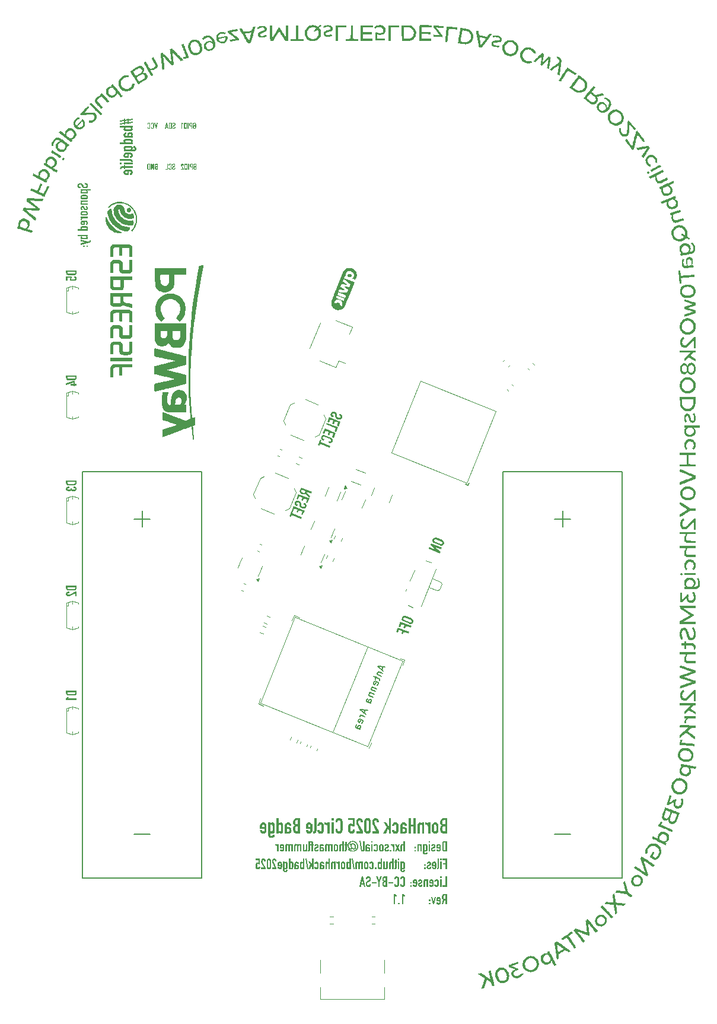
<source format=gbo>
%TF.GenerationSoftware,KiCad,Pcbnew,9.0.1*%
%TF.CreationDate,2025-06-09T08:29:22+02:00*%
%TF.ProjectId,circle-badge,63697263-6c65-42d6-9261-6467652e6b69,1.1*%
%TF.SameCoordinates,PX2faf080PY1c9c380*%
%TF.FileFunction,Legend,Bot*%
%TF.FilePolarity,Positive*%
%FSLAX46Y46*%
G04 Gerber Fmt 4.6, Leading zero omitted, Abs format (unit mm)*
G04 Created by KiCad (PCBNEW 9.0.1) date 2025-06-09 08:29:22*
%MOMM*%
%LPD*%
G01*
G04 APERTURE LIST*
%ADD10C,0.300000*%
%ADD11C,0.200000*%
%ADD12C,0.150000*%
%ADD13C,0.180000*%
%ADD14C,0.120000*%
%ADD15C,0.127000*%
%ADD16C,0.000000*%
%ADD17C,0.100000*%
G04 APERTURE END LIST*
D10*
G36*
X44237749Y-67397550D02*
G01*
X44146796Y-67622666D01*
X43475393Y-67351402D01*
X43421265Y-67485374D01*
X44008325Y-67965393D01*
X43912045Y-68203695D01*
X43292706Y-67671114D01*
X43220510Y-67719387D01*
X43148458Y-67748015D01*
X43075027Y-67759048D01*
X42999661Y-67755400D01*
X42915747Y-67738632D01*
X42821654Y-67706723D01*
X42690845Y-67642215D01*
X42597681Y-67572975D01*
X42534575Y-67499431D01*
X42496260Y-67420597D01*
X42480292Y-67334132D01*
X42485132Y-67267129D01*
X42716487Y-67267129D01*
X42717526Y-67326165D01*
X42736688Y-67372242D01*
X42765728Y-67402849D01*
X42804954Y-67430499D01*
X42907698Y-67479623D01*
X43015730Y-67515658D01*
X43062806Y-67523387D01*
X43102101Y-67522453D01*
X43138808Y-67510064D01*
X43172042Y-67486785D01*
X43199630Y-67453082D01*
X43226839Y-67399096D01*
X43278284Y-67271764D01*
X42785512Y-67072671D01*
X42738499Y-67189031D01*
X42716487Y-67267129D01*
X42485132Y-67267129D01*
X42487333Y-67236650D01*
X42521099Y-67124147D01*
X42667036Y-66762940D01*
X44237749Y-67397550D01*
G37*
G36*
X43858228Y-68336897D02*
G01*
X42287515Y-67702288D01*
X42016251Y-68373691D01*
X42225679Y-68458306D01*
X42405990Y-68012019D01*
X42867965Y-68198669D01*
X42711296Y-68586439D01*
X42920724Y-68671053D01*
X43077393Y-68283283D01*
X43541966Y-68470983D01*
X43361655Y-68917270D01*
X43586963Y-69008300D01*
X43858228Y-68336897D01*
G37*
G36*
X42112880Y-69430518D02*
G01*
X42203833Y-69205402D01*
X42153016Y-69184870D01*
X42083593Y-69145861D01*
X42034127Y-69094517D01*
X42015250Y-69053777D01*
X42012245Y-69006627D01*
X42027247Y-68949442D01*
X42049553Y-68908041D01*
X42075209Y-68881719D01*
X42105724Y-68863716D01*
X42137993Y-68853234D01*
X42174258Y-68850748D01*
X42212949Y-68855306D01*
X42291762Y-68879424D01*
X42367821Y-68913960D01*
X42416338Y-68952930D01*
X42432219Y-68977901D01*
X42442746Y-69008382D01*
X42449897Y-69092103D01*
X42448935Y-69291778D01*
X42453073Y-69374939D01*
X42467311Y-69440267D01*
X42492432Y-69498828D01*
X42527324Y-69549152D01*
X42574672Y-69591645D01*
X42634350Y-69630906D01*
X42784186Y-69701744D01*
X42883595Y-69735924D01*
X42976737Y-69756364D01*
X43067567Y-69762159D01*
X43147155Y-69750767D01*
X43223382Y-69719776D01*
X43293513Y-69668388D01*
X43351814Y-69598594D01*
X43402912Y-69499313D01*
X43427783Y-69416767D01*
X43435825Y-69335274D01*
X43427978Y-69255161D01*
X43405343Y-69181558D01*
X43368981Y-69114093D01*
X43319798Y-69053289D01*
X43259061Y-69002882D01*
X43184983Y-68964114D01*
X43101058Y-68930206D01*
X43010105Y-69155323D01*
X43080845Y-69183903D01*
X43135869Y-69216742D01*
X43177558Y-69265409D01*
X43192659Y-69304110D01*
X43193600Y-69350522D01*
X43177603Y-69408282D01*
X43151111Y-69460410D01*
X43124808Y-69491294D01*
X43093114Y-69511646D01*
X43057255Y-69521882D01*
X43018542Y-69522349D01*
X42974766Y-69512961D01*
X42877353Y-69477522D01*
X42777604Y-69432070D01*
X42743010Y-69409895D01*
X42720621Y-69388560D01*
X42705874Y-69361806D01*
X42697455Y-69331731D01*
X42691432Y-69251041D01*
X42690136Y-69063328D01*
X42679816Y-68952684D01*
X42652696Y-68868303D01*
X42611193Y-68804275D01*
X42554561Y-68750628D01*
X42480252Y-68700820D01*
X42384929Y-68655202D01*
X42295767Y-68626334D01*
X42207375Y-68611678D01*
X42120061Y-68612204D01*
X42041118Y-68629144D01*
X41968822Y-68660551D01*
X41901723Y-68710082D01*
X41845735Y-68776080D01*
X41798400Y-68867170D01*
X41773544Y-68951530D01*
X41767446Y-69033009D01*
X41777243Y-69112902D01*
X41800590Y-69186232D01*
X41852907Y-69273896D01*
X41919632Y-69339488D01*
X42002391Y-69385878D01*
X42112880Y-69430518D01*
G37*
G36*
X43167001Y-70047743D02*
G01*
X41596289Y-69413133D01*
X41325024Y-70084536D01*
X41534453Y-70169151D01*
X41714764Y-69722864D01*
X42176739Y-69909514D01*
X42020069Y-70297284D01*
X42229498Y-70381898D01*
X42386167Y-69994129D01*
X42850740Y-70181828D01*
X42670428Y-70628115D01*
X42895737Y-70719145D01*
X43167001Y-70047743D01*
G37*
G36*
X42776398Y-71014520D02*
G01*
X41415113Y-70464526D01*
X41520765Y-70203029D01*
X41311337Y-70118414D01*
X41010208Y-70863733D01*
X41219637Y-70948347D01*
X41324161Y-70689642D01*
X42685445Y-71239636D01*
X42776398Y-71014520D01*
G37*
D11*
G36*
X63553845Y-116126000D02*
G01*
X63126530Y-116126000D01*
X62971622Y-116114534D01*
X62849551Y-116083188D01*
X62753794Y-116035094D01*
X62679333Y-115971247D01*
X62621066Y-115890578D01*
X62577466Y-115792016D01*
X62549444Y-115671870D01*
X62539357Y-115525528D01*
X62539357Y-115438480D01*
X62831667Y-115438480D01*
X62837847Y-115587725D01*
X62849835Y-115652816D01*
X62871833Y-115705804D01*
X62905957Y-115749784D01*
X62953777Y-115783583D01*
X63013770Y-115803671D01*
X63103693Y-115811525D01*
X63239638Y-115811525D01*
X63239638Y-115102915D01*
X63100603Y-115102915D01*
X63018548Y-115108549D01*
X62961568Y-115123065D01*
X62914162Y-115149287D01*
X62878012Y-115186874D01*
X62855308Y-115233643D01*
X62840936Y-115292460D01*
X62831667Y-115438480D01*
X62539357Y-115438480D01*
X62539357Y-115401673D01*
X62546056Y-115284482D01*
X62564134Y-115193323D01*
X62591210Y-115123199D01*
X62631840Y-115060912D01*
X62685067Y-115009625D01*
X62752545Y-114968447D01*
X62657652Y-114899178D01*
X62594166Y-114821486D01*
X62570704Y-114772798D01*
X62553194Y-114714288D01*
X62543139Y-114649587D01*
X62539357Y-114564372D01*
X62539357Y-114520713D01*
X62831667Y-114520713D01*
X62838739Y-114620046D01*
X62857615Y-114694461D01*
X62885804Y-114749483D01*
X62928560Y-114790041D01*
X62995747Y-114817242D01*
X63097513Y-114827800D01*
X63239638Y-114827800D01*
X63239638Y-114225986D01*
X63109872Y-114225986D01*
X63007390Y-114235870D01*
X62937837Y-114261503D01*
X62891983Y-114299600D01*
X62860456Y-114352175D01*
X62839512Y-114423936D01*
X62831667Y-114520713D01*
X62539357Y-114520713D01*
X62539357Y-114484712D01*
X62546738Y-114379041D01*
X62568642Y-114278107D01*
X62607489Y-114184142D01*
X62665362Y-114101996D01*
X62741352Y-114034048D01*
X62839190Y-113979618D01*
X62951969Y-113945957D01*
X63095767Y-113933676D01*
X63553845Y-113933676D01*
X63553845Y-116126000D01*
G37*
G36*
X61914238Y-114551465D02*
G01*
X61997213Y-114572381D01*
X62068518Y-114605747D01*
X62160138Y-114677696D01*
X62227301Y-114769096D01*
X62255367Y-114834000D01*
X62273511Y-114910684D01*
X62285736Y-115086392D01*
X62285736Y-115600890D01*
X62273511Y-115776598D01*
X62255367Y-115853282D01*
X62227301Y-115918185D01*
X62160143Y-116009613D01*
X62068518Y-116081669D01*
X61997221Y-116114959D01*
X61914246Y-116135832D01*
X61817180Y-116143194D01*
X61720206Y-116135832D01*
X61637321Y-116114959D01*
X61566111Y-116081669D01*
X61474375Y-116009603D01*
X61407194Y-115918185D01*
X61379127Y-115853282D01*
X61360983Y-115776598D01*
X61348625Y-115600890D01*
X61348625Y-115086392D01*
X61352083Y-115037226D01*
X61662831Y-115037226D01*
X61662831Y-115650190D01*
X61674319Y-115731690D01*
X61704474Y-115784121D01*
X61752335Y-115817127D01*
X61817046Y-115828719D01*
X61881989Y-115817115D01*
X61929886Y-115784121D01*
X61960041Y-115731690D01*
X61971530Y-115650190D01*
X61971530Y-115037226D01*
X61960041Y-114955726D01*
X61929886Y-114903295D01*
X61881977Y-114870196D01*
X61817046Y-114858562D01*
X61752347Y-114870185D01*
X61704474Y-114903295D01*
X61674319Y-114955726D01*
X61662831Y-115037226D01*
X61352083Y-115037226D01*
X61360983Y-114910684D01*
X61379127Y-114834000D01*
X61407194Y-114769096D01*
X61474381Y-114677706D01*
X61566111Y-114605747D01*
X61637329Y-114572381D01*
X61720214Y-114551465D01*
X61817180Y-114544087D01*
X61914238Y-114551465D01*
G37*
G36*
X61120795Y-116126000D02*
G01*
X61120795Y-114561282D01*
X60806589Y-114561282D01*
X60806589Y-114728527D01*
X60709333Y-114649977D01*
X60618522Y-114593388D01*
X60518799Y-114557237D01*
X60390020Y-114544087D01*
X60390020Y-114877100D01*
X60437176Y-114863183D01*
X60485666Y-114858562D01*
X60592192Y-114875623D01*
X60646398Y-114898234D01*
X60695495Y-114932580D01*
X60739704Y-114978122D01*
X60775826Y-115037495D01*
X60798319Y-115106980D01*
X60806589Y-115197755D01*
X60806589Y-116126000D01*
X61120795Y-116126000D01*
G37*
G36*
X60265359Y-116126000D02*
G01*
X60265359Y-114561282D01*
X59951153Y-114561282D01*
X59951153Y-114713079D01*
X59945108Y-114713079D01*
X59890695Y-114645559D01*
X59827028Y-114591776D01*
X59751049Y-114556773D01*
X59650380Y-114544087D01*
X59592589Y-114549021D01*
X59533913Y-114564103D01*
X59479042Y-114590464D01*
X59429535Y-114630464D01*
X59388893Y-114681974D01*
X59355921Y-114749215D01*
X59335720Y-114826247D01*
X59328248Y-114926401D01*
X59328248Y-116126000D01*
X59642454Y-116126000D01*
X59642454Y-115043674D01*
X59653214Y-114963841D01*
X59682217Y-114907997D01*
X59729290Y-114871401D01*
X59795326Y-114858562D01*
X59851443Y-114865602D01*
X59890661Y-114884445D01*
X59917569Y-114914176D01*
X59941654Y-114976932D01*
X59951153Y-115074436D01*
X59951153Y-116126000D01*
X60265359Y-116126000D01*
G37*
G36*
X59050983Y-116126000D02*
G01*
X59050983Y-113933676D01*
X58736777Y-113933676D01*
X58736777Y-114870787D01*
X58350703Y-114870787D01*
X58350703Y-113933676D01*
X58036496Y-113933676D01*
X58036496Y-116126000D01*
X58350703Y-116126000D01*
X58350703Y-115145902D01*
X58736777Y-115145902D01*
X58736777Y-116126000D01*
X59050983Y-116126000D01*
G37*
G36*
X57422317Y-114553274D02*
G01*
X57512461Y-114579551D01*
X57593275Y-114621970D01*
X57660497Y-114676675D01*
X57732769Y-114769925D01*
X57780236Y-114881414D01*
X57802487Y-115015733D01*
X57497550Y-115015733D01*
X57472270Y-114946448D01*
X57430921Y-114898594D01*
X57376823Y-114868453D01*
X57317946Y-114858562D01*
X57260659Y-114865304D01*
X57220988Y-114883186D01*
X57194091Y-114910952D01*
X57169052Y-114968190D01*
X57159970Y-115043540D01*
X57159970Y-115206755D01*
X57206315Y-115203665D01*
X57243391Y-115200576D01*
X57277377Y-115197486D01*
X57311229Y-115197486D01*
X57452560Y-115206422D01*
X57555314Y-115229860D01*
X57642657Y-115271365D01*
X57706707Y-115326983D01*
X57755467Y-115401411D01*
X57787039Y-115494900D01*
X57802887Y-115599111D01*
X57808667Y-115727297D01*
X57799725Y-115850099D01*
X57776292Y-115938336D01*
X57737375Y-116012414D01*
X57691259Y-116063131D01*
X57636500Y-116102545D01*
X57581643Y-116126134D01*
X57468937Y-116143194D01*
X57362860Y-116130566D01*
X57291214Y-116097386D01*
X57230686Y-116044088D01*
X57166149Y-115965874D01*
X57159970Y-115965874D01*
X57159970Y-116124790D01*
X56845764Y-116124790D01*
X56845764Y-115456078D01*
X57159970Y-115456078D01*
X57159970Y-115668191D01*
X57172186Y-115755805D01*
X57204972Y-115815823D01*
X57257457Y-115854474D01*
X57330305Y-115868079D01*
X57399949Y-115853889D01*
X57451071Y-115812734D01*
X57482949Y-115751031D01*
X57494460Y-115668191D01*
X57485080Y-115587699D01*
X57460245Y-115532087D01*
X57421786Y-115494497D01*
X57343392Y-115459219D01*
X57246749Y-115446809D01*
X57159970Y-115456078D01*
X56845764Y-115456078D01*
X56845764Y-115037092D01*
X56855540Y-114918694D01*
X56882840Y-114821486D01*
X56926882Y-114735377D01*
X56981575Y-114667271D01*
X57051600Y-114613578D01*
X57132834Y-114574984D01*
X57221473Y-114551950D01*
X57317946Y-114544087D01*
X57422317Y-114553274D01*
G37*
G36*
X56286533Y-115674773D02*
G01*
X56275438Y-115742027D01*
X56244890Y-115788688D01*
X56197386Y-115818160D01*
X56132049Y-115828719D01*
X56075183Y-115821877D01*
X56037454Y-115804002D01*
X56013299Y-115776464D01*
X55989509Y-115723238D01*
X55977834Y-115671683D01*
X55663628Y-115671683D01*
X55678547Y-115804098D01*
X55720884Y-115913334D01*
X55790036Y-116004562D01*
X55857415Y-116061975D01*
X55938072Y-116106252D01*
X56028043Y-116133636D01*
X56132184Y-116143194D01*
X56229249Y-116135832D01*
X56312225Y-116114959D01*
X56383522Y-116081669D01*
X56475147Y-116009613D01*
X56542304Y-115918185D01*
X56570371Y-115853282D01*
X56588515Y-115776598D01*
X56600739Y-115600890D01*
X56600739Y-115086392D01*
X56588515Y-114910684D01*
X56570371Y-114834000D01*
X56542304Y-114769096D01*
X56475141Y-114677696D01*
X56383522Y-114605747D01*
X56312216Y-114572381D01*
X56229242Y-114551465D01*
X56132184Y-114544087D01*
X56027830Y-114553641D01*
X55936460Y-114581163D01*
X55854563Y-114625426D01*
X55786946Y-114682720D01*
X55719848Y-114781635D01*
X55678321Y-114900111D01*
X55663628Y-115043405D01*
X55977834Y-115043405D01*
X55989527Y-114956480D01*
X56019478Y-114903295D01*
X56067350Y-114870185D01*
X56132049Y-114858562D01*
X56196981Y-114870196D01*
X56244890Y-114903295D01*
X56275045Y-114955726D01*
X56286533Y-115037226D01*
X56286533Y-115674773D01*
G37*
G36*
X55515324Y-116126000D02*
G01*
X55515324Y-113933676D01*
X55201118Y-113933676D01*
X55201118Y-115243294D01*
X55195073Y-115243294D01*
X54816118Y-114561282D01*
X54502046Y-114561282D01*
X54874687Y-115197083D01*
X54425073Y-116126000D01*
X54766952Y-116126000D01*
X55050261Y-115450167D01*
X55201118Y-115687803D01*
X55201118Y-116126000D01*
X55515324Y-116126000D01*
G37*
G36*
X53772212Y-116126000D02*
G01*
X53772212Y-115830063D01*
X53208414Y-114759693D01*
X53173424Y-114680631D01*
X53159382Y-114619314D01*
X53153203Y-114469667D01*
X53153203Y-114384902D01*
X53157245Y-114341847D01*
X53168651Y-114306048D01*
X53187754Y-114275015D01*
X53214862Y-114249091D01*
X53250104Y-114232416D01*
X53304059Y-114225986D01*
X53369046Y-114236529D01*
X53416496Y-114266017D01*
X53446817Y-114313085D01*
X53458005Y-114383156D01*
X53458005Y-114562222D01*
X53772212Y-114562222D01*
X53772212Y-114389469D01*
X53762900Y-114293374D01*
X53735404Y-114204492D01*
X53691512Y-114123274D01*
X53634117Y-114053367D01*
X53567068Y-113995509D01*
X53486753Y-113950064D01*
X53398186Y-113921246D01*
X53302581Y-113911511D01*
X53185667Y-113923336D01*
X53092349Y-113956244D01*
X53011932Y-114009199D01*
X52946463Y-114078084D01*
X52898906Y-114159807D01*
X52865191Y-114253927D01*
X52845678Y-114354660D01*
X52838996Y-114463622D01*
X52838996Y-114597821D01*
X52848265Y-114701123D01*
X52879296Y-114799859D01*
X52938135Y-114920087D01*
X53402526Y-115811525D01*
X52835101Y-115811525D01*
X52835101Y-116126000D01*
X53772212Y-116126000D01*
G37*
G36*
X52248880Y-113919643D02*
G01*
X52335380Y-113943885D01*
X52415274Y-113983665D01*
X52484893Y-114037919D01*
X52542739Y-114105250D01*
X52588196Y-114185954D01*
X52616619Y-114276392D01*
X52626615Y-114383156D01*
X52626615Y-115671683D01*
X52616626Y-115778348D01*
X52588196Y-115868885D01*
X52542747Y-115949476D01*
X52484893Y-116016786D01*
X52415274Y-116071040D01*
X52335380Y-116110820D01*
X52248880Y-116135062D01*
X52158060Y-116143194D01*
X52067355Y-116135065D01*
X51980874Y-116110820D01*
X51900980Y-116071040D01*
X51831360Y-116016786D01*
X51773613Y-115949486D01*
X51728192Y-115868885D01*
X51699560Y-115778333D01*
X51689504Y-115671683D01*
X51689504Y-114383156D01*
X51689517Y-114383021D01*
X52003710Y-114383021D01*
X52003710Y-115671549D01*
X52014766Y-115734237D01*
X52046966Y-115784121D01*
X52095623Y-115817309D01*
X52157925Y-115828719D01*
X52220482Y-115817302D01*
X52269288Y-115784121D01*
X52301383Y-115734247D01*
X52312409Y-115671549D01*
X52312409Y-114383021D01*
X52301384Y-114320462D01*
X52269288Y-114270719D01*
X52220471Y-114237432D01*
X52157925Y-114225986D01*
X52095634Y-114237425D01*
X52046966Y-114270719D01*
X52014765Y-114320473D01*
X52003710Y-114383021D01*
X51689517Y-114383021D01*
X51699567Y-114276407D01*
X51728192Y-114185954D01*
X51773621Y-114105241D01*
X51831360Y-114037919D01*
X51900980Y-113983665D01*
X51980874Y-113943885D01*
X52067355Y-113919640D01*
X52158060Y-113911511D01*
X52248880Y-113919643D01*
G37*
G36*
X51481018Y-116126000D02*
G01*
X51481018Y-115830063D01*
X50917220Y-114759693D01*
X50882230Y-114680631D01*
X50868189Y-114619314D01*
X50862009Y-114469667D01*
X50862009Y-114384902D01*
X50866052Y-114341847D01*
X50877458Y-114306048D01*
X50896560Y-114275015D01*
X50923668Y-114249091D01*
X50958911Y-114232416D01*
X51012866Y-114225986D01*
X51077853Y-114236529D01*
X51125303Y-114266017D01*
X51155624Y-114313085D01*
X51166812Y-114383156D01*
X51166812Y-114562222D01*
X51481018Y-114562222D01*
X51481018Y-114389469D01*
X51471707Y-114293374D01*
X51444211Y-114204492D01*
X51400319Y-114123274D01*
X51342923Y-114053367D01*
X51275875Y-113995509D01*
X51195560Y-113950064D01*
X51106993Y-113921246D01*
X51011388Y-113911511D01*
X50894473Y-113923336D01*
X50801156Y-113956244D01*
X50720739Y-114009199D01*
X50655270Y-114078084D01*
X50607713Y-114159807D01*
X50573998Y-114253927D01*
X50554485Y-114354660D01*
X50547803Y-114463622D01*
X50547803Y-114597821D01*
X50557072Y-114701123D01*
X50588103Y-114799859D01*
X50646941Y-114920087D01*
X51111332Y-115811525D01*
X50543907Y-115811525D01*
X50543907Y-116126000D01*
X51481018Y-116126000D01*
G37*
G36*
X49398311Y-113933676D02*
G01*
X49398311Y-114225986D01*
X50025917Y-114225986D01*
X50025917Y-114816919D01*
X49977590Y-114778514D01*
X49914152Y-114745185D01*
X49843024Y-114723543D01*
X49761817Y-114716034D01*
X49658083Y-114727479D01*
X49571872Y-114760017D01*
X49499330Y-114813158D01*
X49445537Y-114884304D01*
X49411012Y-114978983D01*
X49398311Y-115104527D01*
X49398311Y-115671683D01*
X49408367Y-115778333D01*
X49436999Y-115868885D01*
X49482420Y-115949486D01*
X49540167Y-116016786D01*
X49609786Y-116071040D01*
X49689680Y-116110820D01*
X49776162Y-116135065D01*
X49866866Y-116143194D01*
X49957687Y-116135062D01*
X50044187Y-116110820D01*
X50124071Y-116071013D01*
X50193700Y-116016652D01*
X50251552Y-115949210D01*
X50297002Y-115868482D01*
X50325426Y-115777912D01*
X50335422Y-115671012D01*
X50335422Y-115578456D01*
X50025917Y-115578456D01*
X50025917Y-115658787D01*
X50013863Y-115732222D01*
X49980512Y-115783986D01*
X49929271Y-115817185D01*
X49862971Y-115828719D01*
X49797529Y-115817321D01*
X49751742Y-115785598D01*
X49723057Y-115736018D01*
X49712517Y-115664967D01*
X49712517Y-115148857D01*
X49723096Y-115088341D01*
X49754429Y-115037629D01*
X49801741Y-115002890D01*
X49861224Y-114991150D01*
X49899497Y-114994979D01*
X49929331Y-115005523D01*
X49975811Y-115038838D01*
X50003618Y-115080078D01*
X50022290Y-115108691D01*
X50301032Y-115108691D01*
X50301032Y-113933676D01*
X49398311Y-113933676D01*
G37*
G36*
X47577822Y-115498930D02*
G01*
X47577822Y-115634607D01*
X47587496Y-115733957D01*
X47616242Y-115827242D01*
X47662005Y-115913234D01*
X47722231Y-115988979D01*
X47795532Y-116052459D01*
X47880744Y-116101551D01*
X47974310Y-116132669D01*
X48075797Y-116143194D01*
X48165010Y-116137117D01*
X48257281Y-116118477D01*
X48344758Y-116084563D01*
X48423183Y-116032100D01*
X48489523Y-115962840D01*
X48544621Y-115873452D01*
X48579331Y-115768218D01*
X48592309Y-115625338D01*
X48592309Y-114417008D01*
X48582925Y-114312011D01*
X48555502Y-114216717D01*
X48510615Y-114129984D01*
X48450856Y-114056457D01*
X48377298Y-113996310D01*
X48289521Y-113950064D01*
X48192127Y-113921419D01*
X48081976Y-113911511D01*
X47973508Y-113921114D01*
X47879023Y-113948692D01*
X47795889Y-113993530D01*
X47722231Y-114056457D01*
X47662369Y-114133168D01*
X47616242Y-114224374D01*
X47587635Y-114324593D01*
X47577822Y-114435546D01*
X47577822Y-114558864D01*
X47892028Y-114558864D01*
X47892028Y-114453950D01*
X47905309Y-114367010D01*
X47944150Y-114293824D01*
X47983033Y-114256094D01*
X48029203Y-114233744D01*
X48085066Y-114225986D01*
X48158624Y-114235321D01*
X48207892Y-114259922D01*
X48239818Y-114298391D01*
X48267759Y-114376754D01*
X48278103Y-114481757D01*
X48278103Y-115603845D01*
X48267184Y-115693757D01*
X48236728Y-115763971D01*
X48203961Y-115798459D01*
X48156285Y-115820473D01*
X48088155Y-115828719D01*
X48022332Y-115817973D01*
X47956374Y-115782509D01*
X47931921Y-115754221D01*
X47910566Y-115714670D01*
X47897057Y-115668410D01*
X47892028Y-115606935D01*
X47892028Y-115498930D01*
X47577822Y-115498930D01*
G37*
G36*
X47339246Y-116126000D02*
G01*
X47339246Y-114561282D01*
X47025040Y-114561282D01*
X47025040Y-116126000D01*
X47339246Y-116126000D01*
G37*
G36*
X47339246Y-114248151D02*
G01*
X47339246Y-113933676D01*
X47025040Y-113933676D01*
X47025040Y-114248151D01*
X47339246Y-114248151D01*
G37*
G36*
X46767522Y-116126000D02*
G01*
X46767522Y-114561282D01*
X46453316Y-114561282D01*
X46453316Y-114728527D01*
X46356060Y-114649977D01*
X46265249Y-114593388D01*
X46165527Y-114557237D01*
X46036748Y-114544087D01*
X46036748Y-114877100D01*
X46083903Y-114863183D01*
X46132393Y-114858562D01*
X46238920Y-114875623D01*
X46293125Y-114898234D01*
X46342222Y-114932580D01*
X46386431Y-114978122D01*
X46422554Y-115037495D01*
X46445046Y-115106980D01*
X46453316Y-115197755D01*
X46453316Y-116126000D01*
X46767522Y-116126000D01*
G37*
G36*
X45617224Y-115674773D02*
G01*
X45606129Y-115742027D01*
X45575580Y-115788688D01*
X45528077Y-115818160D01*
X45462740Y-115828719D01*
X45405874Y-115821877D01*
X45368145Y-115804002D01*
X45343989Y-115776464D01*
X45320200Y-115723238D01*
X45308525Y-115671683D01*
X44994319Y-115671683D01*
X45009238Y-115804098D01*
X45051575Y-115913334D01*
X45120727Y-116004562D01*
X45188105Y-116061975D01*
X45268763Y-116106252D01*
X45358734Y-116133636D01*
X45462875Y-116143194D01*
X45559940Y-116135832D01*
X45642916Y-116114959D01*
X45714213Y-116081669D01*
X45805838Y-116009613D01*
X45872995Y-115918185D01*
X45901062Y-115853282D01*
X45919206Y-115776598D01*
X45931430Y-115600890D01*
X45931430Y-115086392D01*
X45919206Y-114910684D01*
X45901062Y-114834000D01*
X45872995Y-114769096D01*
X45805832Y-114677696D01*
X45714213Y-114605747D01*
X45642907Y-114572381D01*
X45559932Y-114551465D01*
X45462875Y-114544087D01*
X45358521Y-114553641D01*
X45267151Y-114581163D01*
X45185254Y-114625426D01*
X45117637Y-114682720D01*
X45050539Y-114781635D01*
X45009012Y-114900111D01*
X44994319Y-115043405D01*
X45308525Y-115043405D01*
X45320218Y-114956480D01*
X45350169Y-114903295D01*
X45398041Y-114870185D01*
X45462740Y-114858562D01*
X45527672Y-114870196D01*
X45575580Y-114903295D01*
X45605735Y-114955726D01*
X45617224Y-115037226D01*
X45617224Y-115674773D01*
G37*
G36*
X44863210Y-113933676D02*
G01*
X44549003Y-113933676D01*
X44549003Y-115688072D01*
X44539369Y-115768692D01*
X44516629Y-115809913D01*
X44475295Y-115834575D01*
X44394654Y-115851556D01*
X44394654Y-116147493D01*
X44499735Y-116142997D01*
X44588900Y-116130433D01*
X44669976Y-116104972D01*
X44736802Y-116064206D01*
X44790170Y-116009699D01*
X44830835Y-115933231D01*
X44854182Y-115841100D01*
X44863210Y-115709565D01*
X44863210Y-113933676D01*
G37*
G36*
X43928586Y-114551465D02*
G01*
X44011560Y-114572381D01*
X44082866Y-114605747D01*
X44174485Y-114677696D01*
X44241648Y-114769096D01*
X44269715Y-114834000D01*
X44287859Y-114910684D01*
X44300083Y-115086392D01*
X44300083Y-115600890D01*
X44287859Y-115776598D01*
X44269715Y-115853282D01*
X44241648Y-115918185D01*
X44174491Y-116009613D01*
X44082866Y-116081669D01*
X44011569Y-116114959D01*
X43928594Y-116135832D01*
X43831528Y-116143194D01*
X43727387Y-116133636D01*
X43637416Y-116106252D01*
X43556764Y-116062080D01*
X43489380Y-116004696D01*
X43420219Y-115913642D01*
X43377888Y-115804627D01*
X43362972Y-115672489D01*
X43677178Y-115672489D01*
X43688850Y-115723772D01*
X43712643Y-115776732D01*
X43736774Y-115804111D01*
X43774497Y-115821904D01*
X43831393Y-115828719D01*
X43896742Y-115818191D01*
X43944234Y-115788822D01*
X43974798Y-115742343D01*
X43985877Y-115675579D01*
X43985877Y-115464004D01*
X43362972Y-115464004D01*
X43362972Y-115036689D01*
X43677178Y-115036689D01*
X43677178Y-115214681D01*
X43985877Y-115214681D01*
X43985877Y-115036689D01*
X43974393Y-114955446D01*
X43944234Y-114903161D01*
X43896336Y-114870166D01*
X43831393Y-114858562D01*
X43766683Y-114870155D01*
X43718822Y-114903161D01*
X43688663Y-114955446D01*
X43677178Y-115036689D01*
X43362972Y-115036689D01*
X43362972Y-115031853D01*
X43377390Y-114896576D01*
X43418659Y-114781756D01*
X43486290Y-114682988D01*
X43553912Y-114625558D01*
X43635804Y-114581163D01*
X43727174Y-114553641D01*
X43831528Y-114544087D01*
X43928586Y-114551465D01*
G37*
G36*
X42546224Y-116126000D02*
G01*
X42118909Y-116126000D01*
X41964001Y-116114534D01*
X41841931Y-116083188D01*
X41746174Y-116035094D01*
X41671713Y-115971247D01*
X41613445Y-115890578D01*
X41569846Y-115792016D01*
X41541823Y-115671870D01*
X41531737Y-115525528D01*
X41531737Y-115438480D01*
X41824047Y-115438480D01*
X41830226Y-115587725D01*
X41842215Y-115652816D01*
X41864213Y-115705804D01*
X41898337Y-115749784D01*
X41946156Y-115783583D01*
X42006150Y-115803671D01*
X42096072Y-115811525D01*
X42232018Y-115811525D01*
X42232018Y-115102915D01*
X42092983Y-115102915D01*
X42010927Y-115108549D01*
X41953948Y-115123065D01*
X41906541Y-115149287D01*
X41870392Y-115186874D01*
X41847688Y-115233643D01*
X41833316Y-115292460D01*
X41824047Y-115438480D01*
X41531737Y-115438480D01*
X41531737Y-115401673D01*
X41538435Y-115284482D01*
X41556514Y-115193323D01*
X41583590Y-115123199D01*
X41624219Y-115060912D01*
X41677447Y-115009625D01*
X41744924Y-114968447D01*
X41650032Y-114899178D01*
X41586545Y-114821486D01*
X41563083Y-114772798D01*
X41545573Y-114714288D01*
X41535519Y-114649587D01*
X41531737Y-114564372D01*
X41531737Y-114520713D01*
X41824047Y-114520713D01*
X41831119Y-114620046D01*
X41849995Y-114694461D01*
X41878183Y-114749483D01*
X41920939Y-114790041D01*
X41988126Y-114817242D01*
X42089893Y-114827800D01*
X42232018Y-114827800D01*
X42232018Y-114225986D01*
X42102252Y-114225986D01*
X41999769Y-114235870D01*
X41930216Y-114261503D01*
X41884363Y-114299600D01*
X41852835Y-114352175D01*
X41831892Y-114423936D01*
X41824047Y-114520713D01*
X41531737Y-114520713D01*
X41531737Y-114484712D01*
X41539118Y-114379041D01*
X41561022Y-114278107D01*
X41599869Y-114184142D01*
X41657742Y-114101996D01*
X41733732Y-114034048D01*
X41831570Y-113979618D01*
X41944349Y-113945957D01*
X42088147Y-113933676D01*
X42546224Y-113933676D01*
X42546224Y-116126000D01*
G37*
G36*
X40917558Y-114553274D02*
G01*
X41007702Y-114579551D01*
X41088516Y-114621970D01*
X41155737Y-114676675D01*
X41228010Y-114769925D01*
X41275476Y-114881414D01*
X41297728Y-115015733D01*
X40992791Y-115015733D01*
X40967511Y-114946448D01*
X40926161Y-114898594D01*
X40872064Y-114868453D01*
X40813187Y-114858562D01*
X40755900Y-114865304D01*
X40716228Y-114883186D01*
X40689331Y-114910952D01*
X40664293Y-114968190D01*
X40655211Y-115043540D01*
X40655211Y-115206755D01*
X40701556Y-115203665D01*
X40738632Y-115200576D01*
X40772618Y-115197486D01*
X40806470Y-115197486D01*
X40947801Y-115206422D01*
X41050554Y-115229860D01*
X41137898Y-115271365D01*
X41201948Y-115326983D01*
X41250708Y-115401411D01*
X41282280Y-115494900D01*
X41298128Y-115599111D01*
X41303907Y-115727297D01*
X41294966Y-115850099D01*
X41271533Y-115938336D01*
X41232616Y-116012414D01*
X41186500Y-116063131D01*
X41131741Y-116102545D01*
X41076884Y-116126134D01*
X40964178Y-116143194D01*
X40858100Y-116130566D01*
X40786454Y-116097386D01*
X40725927Y-116044088D01*
X40661390Y-115965874D01*
X40655211Y-115965874D01*
X40655211Y-116124790D01*
X40341004Y-116124790D01*
X40341004Y-115456078D01*
X40655211Y-115456078D01*
X40655211Y-115668191D01*
X40667427Y-115755805D01*
X40700212Y-115815823D01*
X40752698Y-115854474D01*
X40825546Y-115868079D01*
X40895190Y-115853889D01*
X40946311Y-115812734D01*
X40978189Y-115751031D01*
X40989701Y-115668191D01*
X40980321Y-115587699D01*
X40955485Y-115532087D01*
X40917027Y-115494497D01*
X40838633Y-115459219D01*
X40741990Y-115446809D01*
X40655211Y-115456078D01*
X40341004Y-115456078D01*
X40341004Y-115037092D01*
X40350781Y-114918694D01*
X40378080Y-114821486D01*
X40422123Y-114735377D01*
X40476816Y-114667271D01*
X40546841Y-114613578D01*
X40628075Y-114574984D01*
X40716714Y-114551950D01*
X40813187Y-114544087D01*
X40917558Y-114553274D01*
G37*
G36*
X39493360Y-114704347D02*
G01*
X39551630Y-114635342D01*
X39618290Y-114585731D01*
X39694781Y-114554757D01*
X39783251Y-114544087D01*
X39891562Y-114555470D01*
X39959094Y-114584119D01*
X40031332Y-114643963D01*
X40079048Y-114719643D01*
X40103906Y-114815173D01*
X40113175Y-115064764D01*
X40113175Y-115659459D01*
X40100950Y-115865930D01*
X40084114Y-115939047D01*
X40060919Y-115995293D01*
X40015902Y-116059207D01*
X39957520Y-116104496D01*
X39883124Y-116132927D01*
X39787953Y-116143194D01*
X39686666Y-116130970D01*
X39609961Y-116097252D01*
X39548571Y-116046877D01*
X39490270Y-115984143D01*
X39490270Y-116126000D01*
X39176064Y-116126000D01*
X39176064Y-115028226D01*
X39490270Y-115028226D01*
X39490270Y-115635682D01*
X39501613Y-115715992D01*
X39533122Y-115776061D01*
X39582563Y-115816384D01*
X39646097Y-115829928D01*
X39695885Y-115822952D01*
X39733611Y-115803492D01*
X39762295Y-115771359D01*
X39789011Y-115706754D01*
X39798968Y-115617144D01*
X39798968Y-115043674D01*
X39790684Y-114973120D01*
X39766997Y-114914176D01*
X39740942Y-114884503D01*
X39702250Y-114865644D01*
X39646097Y-114858562D01*
X39584425Y-114870610D01*
X39534600Y-114906385D01*
X39501717Y-114959765D01*
X39490270Y-115028226D01*
X39176064Y-115028226D01*
X39176064Y-113933676D01*
X39493360Y-113933676D01*
X39493360Y-114704347D01*
G37*
G36*
X38695460Y-114559769D02*
G01*
X38762585Y-114588418D01*
X38834481Y-114648304D01*
X38881990Y-114724025D01*
X38906725Y-114819606D01*
X38915994Y-115069197D01*
X38915994Y-115664295D01*
X38903770Y-115870766D01*
X38886923Y-115943982D01*
X38863738Y-116000129D01*
X38818713Y-116064110D01*
X38760326Y-116109439D01*
X38685932Y-116137891D01*
X38590772Y-116148165D01*
X38499901Y-116137435D01*
X38423393Y-116106655D01*
X38357111Y-116056958D01*
X38299134Y-115987905D01*
X38293089Y-115987905D01*
X38293089Y-116295663D01*
X38302099Y-116364799D01*
X38327076Y-116417235D01*
X38369694Y-116452084D01*
X38438169Y-116464923D01*
X38510513Y-116451912D01*
X38560144Y-116415757D01*
X38591771Y-116364011D01*
X38601788Y-116311111D01*
X38915994Y-116311111D01*
X38891122Y-116441955D01*
X38852991Y-116537463D01*
X38799290Y-116617796D01*
X38737733Y-116677707D01*
X38669669Y-116725267D01*
X38596414Y-116756158D01*
X38519953Y-116773771D01*
X38448916Y-116779398D01*
X38331586Y-116768392D01*
X38237072Y-116737755D01*
X38154707Y-116688925D01*
X38089439Y-116628273D01*
X38039124Y-116559128D01*
X38005078Y-116481715D01*
X37985325Y-116399749D01*
X37978883Y-116319843D01*
X37978883Y-115056570D01*
X38293089Y-115056570D01*
X38293089Y-115664161D01*
X38304536Y-115732621D01*
X38337419Y-115786001D01*
X38387233Y-115821671D01*
X38448916Y-115833690D01*
X38505083Y-115826621D01*
X38543772Y-115807803D01*
X38569816Y-115778210D01*
X38593503Y-115719266D01*
X38601788Y-115648712D01*
X38601788Y-115074974D01*
X38591834Y-114985482D01*
X38565115Y-114920893D01*
X38536420Y-114888678D01*
X38498693Y-114869178D01*
X38448916Y-114862189D01*
X38385394Y-114875762D01*
X38335942Y-114916191D01*
X38304432Y-114976260D01*
X38293089Y-115056570D01*
X37978883Y-115056570D01*
X37978883Y-114565581D01*
X38293089Y-114565581D01*
X38293089Y-114707706D01*
X38351390Y-114644972D01*
X38412780Y-114594328D01*
X38488007Y-114560745D01*
X38587683Y-114548386D01*
X38695460Y-114559769D01*
G37*
G36*
X37373108Y-114551465D02*
G01*
X37456082Y-114572381D01*
X37527388Y-114605747D01*
X37619007Y-114677696D01*
X37686170Y-114769096D01*
X37714237Y-114834000D01*
X37732381Y-114910684D01*
X37744605Y-115086392D01*
X37744605Y-115600890D01*
X37732381Y-115776598D01*
X37714237Y-115853282D01*
X37686170Y-115918185D01*
X37619013Y-116009613D01*
X37527388Y-116081669D01*
X37456091Y-116114959D01*
X37373115Y-116135832D01*
X37276050Y-116143194D01*
X37171909Y-116133636D01*
X37081938Y-116106252D01*
X37001286Y-116062080D01*
X36933902Y-116004696D01*
X36864741Y-115913642D01*
X36822410Y-115804627D01*
X36807494Y-115672489D01*
X37121700Y-115672489D01*
X37133372Y-115723772D01*
X37157165Y-115776732D01*
X37181296Y-115804111D01*
X37219019Y-115821904D01*
X37275915Y-115828719D01*
X37341264Y-115818191D01*
X37388756Y-115788822D01*
X37419320Y-115742343D01*
X37430399Y-115675579D01*
X37430399Y-115464004D01*
X36807494Y-115464004D01*
X36807494Y-115036689D01*
X37121700Y-115036689D01*
X37121700Y-115214681D01*
X37430399Y-115214681D01*
X37430399Y-115036689D01*
X37418915Y-114955446D01*
X37388756Y-114903161D01*
X37340858Y-114870166D01*
X37275915Y-114858562D01*
X37211205Y-114870155D01*
X37163344Y-114903161D01*
X37133185Y-114955446D01*
X37121700Y-115036689D01*
X36807494Y-115036689D01*
X36807494Y-115031853D01*
X36821912Y-114896576D01*
X36863181Y-114781756D01*
X36930812Y-114682988D01*
X36998434Y-114625558D01*
X37080326Y-114581163D01*
X37171696Y-114553641D01*
X37276050Y-114544087D01*
X37373108Y-114551465D01*
G37*
G36*
X63500348Y-118705000D02*
G01*
X63202769Y-118705000D01*
X63107328Y-118697902D01*
X63028679Y-118678111D01*
X62963792Y-118647104D01*
X62910319Y-118605257D01*
X62868401Y-118552702D01*
X62836761Y-118485908D01*
X62816164Y-118401617D01*
X62808653Y-118295679D01*
X62808653Y-117596564D01*
X62808767Y-117595007D01*
X63022884Y-117595007D01*
X63022884Y-118318119D01*
X63027881Y-118381887D01*
X63041041Y-118427846D01*
X63060528Y-118460360D01*
X63088895Y-118484146D01*
X63129849Y-118499783D01*
X63187931Y-118505697D01*
X63286117Y-118505697D01*
X63286117Y-117409535D01*
X63187931Y-117409535D01*
X63127302Y-117415935D01*
X63085927Y-117432668D01*
X63058422Y-117457987D01*
X63032697Y-117513004D01*
X63022884Y-117595007D01*
X62808767Y-117595007D01*
X62815420Y-117504133D01*
X62834334Y-117427502D01*
X62864015Y-117363878D01*
X62904091Y-117311075D01*
X62954685Y-117268676D01*
X63016477Y-117237371D01*
X63091816Y-117217403D01*
X63183810Y-117210233D01*
X63500348Y-117210233D01*
X63500348Y-118705000D01*
G37*
G36*
X62382435Y-117631453D02*
G01*
X62439009Y-117645714D01*
X62487626Y-117668463D01*
X62550094Y-117717520D01*
X62595887Y-117779838D01*
X62615023Y-117824091D01*
X62627394Y-117876375D01*
X62635729Y-117996176D01*
X62635729Y-118346970D01*
X62627394Y-118466771D01*
X62615023Y-118519056D01*
X62595887Y-118563308D01*
X62550098Y-118625645D01*
X62487626Y-118674774D01*
X62439014Y-118697472D01*
X62382440Y-118711703D01*
X62316259Y-118716723D01*
X62245254Y-118710207D01*
X62183910Y-118691536D01*
X62128920Y-118661418D01*
X62082977Y-118622293D01*
X62035821Y-118560210D01*
X62006959Y-118485882D01*
X61996789Y-118395788D01*
X62211021Y-118395788D01*
X62218979Y-118430753D01*
X62235201Y-118466863D01*
X62251654Y-118485530D01*
X62277374Y-118497662D01*
X62316168Y-118502308D01*
X62360723Y-118495130D01*
X62393104Y-118475106D01*
X62413943Y-118443415D01*
X62421497Y-118397895D01*
X62421497Y-118253639D01*
X61996789Y-118253639D01*
X61996789Y-117962288D01*
X62211021Y-117962288D01*
X62211021Y-118083646D01*
X62421497Y-118083646D01*
X62421497Y-117962288D01*
X62413667Y-117906895D01*
X62393104Y-117871246D01*
X62360447Y-117848749D01*
X62316168Y-117840838D01*
X62272046Y-117848742D01*
X62239414Y-117871246D01*
X62218851Y-117906895D01*
X62211021Y-117962288D01*
X61996789Y-117962288D01*
X61996789Y-117958990D01*
X62006620Y-117866756D01*
X62034758Y-117788470D01*
X62080870Y-117721128D01*
X62126975Y-117681971D01*
X62182811Y-117651702D01*
X62245109Y-117632937D01*
X62316259Y-117626423D01*
X62382435Y-117631453D01*
G37*
G36*
X61454570Y-117935635D02*
G01*
X61463247Y-117886085D01*
X61486994Y-117853203D01*
X61521771Y-117832571D01*
X61561182Y-117825725D01*
X61606401Y-117834238D01*
X61638485Y-117858332D01*
X61658829Y-117893350D01*
X61665596Y-117933070D01*
X61661983Y-117962090D01*
X61650850Y-117991139D01*
X61628059Y-118015702D01*
X61574921Y-118042613D01*
X61448434Y-118093171D01*
X61372733Y-118130252D01*
X61319060Y-118172461D01*
X61283020Y-118219658D01*
X61257883Y-118274521D01*
X61242794Y-118332509D01*
X61237683Y-118394506D01*
X61243853Y-118460014D01*
X61261954Y-118519802D01*
X61290748Y-118574433D01*
X61328358Y-118621926D01*
X61374415Y-118661211D01*
X61429566Y-118691444D01*
X61490580Y-118710275D01*
X61558251Y-118716723D01*
X61642126Y-118707308D01*
X61714305Y-118680138D01*
X61777429Y-118635116D01*
X61817169Y-118591069D01*
X61849236Y-118535922D01*
X61869443Y-118473016D01*
X61876622Y-118396887D01*
X61675946Y-118396887D01*
X61665019Y-118439680D01*
X61644988Y-118479411D01*
X61625633Y-118499723D01*
X61597866Y-118512616D01*
X61558618Y-118517421D01*
X61514191Y-118509844D01*
X61474354Y-118486921D01*
X61446641Y-118450994D01*
X61436985Y-118401558D01*
X61442959Y-118359915D01*
X61460157Y-118325812D01*
X61489997Y-118298180D01*
X61544513Y-118270949D01*
X61647827Y-118233031D01*
X61711878Y-118202879D01*
X61764400Y-118165390D01*
X61806921Y-118120465D01*
X61838679Y-118067942D01*
X61858124Y-118007800D01*
X61864898Y-117938107D01*
X61858525Y-117872651D01*
X61839802Y-117812903D01*
X61809817Y-117758670D01*
X61770651Y-117712793D01*
X61725333Y-117675764D01*
X61672374Y-117648588D01*
X61614187Y-117632052D01*
X61550924Y-117626423D01*
X61487786Y-117632282D01*
X61430573Y-117649412D01*
X61378753Y-117677253D01*
X61335227Y-117714167D01*
X61299941Y-117759438D01*
X61272487Y-117813452D01*
X61255240Y-117872376D01*
X61249406Y-117935635D01*
X61454570Y-117935635D01*
G37*
G36*
X61102861Y-118705000D02*
G01*
X61102861Y-117638147D01*
X60888629Y-117638147D01*
X60888629Y-118705000D01*
X61102861Y-118705000D01*
G37*
G36*
X61102861Y-117424648D02*
G01*
X61102861Y-117210233D01*
X60888629Y-117210233D01*
X60888629Y-117424648D01*
X61102861Y-117424648D01*
G37*
G36*
X60562685Y-117637115D02*
G01*
X60608452Y-117656648D01*
X60657472Y-117697480D01*
X60689865Y-117749108D01*
X60706729Y-117814276D01*
X60713049Y-117984453D01*
X60713049Y-118390201D01*
X60704714Y-118530976D01*
X60693228Y-118580897D01*
X60677420Y-118619179D01*
X60646721Y-118662802D01*
X60606912Y-118693708D01*
X60556189Y-118713107D01*
X60491307Y-118720112D01*
X60429349Y-118712797D01*
X60377185Y-118691810D01*
X60331993Y-118657925D01*
X60292463Y-118610844D01*
X60288341Y-118610844D01*
X60288341Y-118820679D01*
X60294484Y-118867817D01*
X60311514Y-118903569D01*
X60340572Y-118927330D01*
X60387260Y-118936084D01*
X60436585Y-118927213D01*
X60470424Y-118902561D01*
X60491988Y-118867280D01*
X60498818Y-118831212D01*
X60713049Y-118831212D01*
X60696091Y-118920424D01*
X60670093Y-118985543D01*
X60633478Y-119040315D01*
X60591508Y-119081164D01*
X60545100Y-119113591D01*
X60495154Y-119134653D01*
X60443021Y-119146662D01*
X60394587Y-119150498D01*
X60314589Y-119142994D01*
X60250148Y-119122105D01*
X60193990Y-119088812D01*
X60149489Y-119047459D01*
X60115183Y-119000314D01*
X60091970Y-118947533D01*
X60078502Y-118891647D01*
X60074110Y-118837165D01*
X60074110Y-117975843D01*
X60288341Y-117975843D01*
X60288341Y-118390109D01*
X60296146Y-118436787D01*
X60318566Y-118473183D01*
X60352530Y-118497503D01*
X60394587Y-118505697D01*
X60432882Y-118500878D01*
X60459262Y-118488047D01*
X60477019Y-118467870D01*
X60493169Y-118427681D01*
X60498818Y-118379576D01*
X60498818Y-117988391D01*
X60492031Y-117927374D01*
X60473813Y-117883336D01*
X60454248Y-117861371D01*
X60428525Y-117848076D01*
X60394587Y-117843311D01*
X60351276Y-117852565D01*
X60317559Y-117880130D01*
X60296075Y-117921086D01*
X60288341Y-117975843D01*
X60074110Y-117975843D01*
X60074110Y-117641078D01*
X60288341Y-117641078D01*
X60288341Y-117737981D01*
X60328092Y-117695208D01*
X60369949Y-117660678D01*
X60421240Y-117637780D01*
X60489200Y-117629354D01*
X60562685Y-117637115D01*
G37*
G36*
X59896789Y-118705000D02*
G01*
X59896789Y-117638147D01*
X59682558Y-117638147D01*
X59682558Y-117741645D01*
X59678436Y-117741645D01*
X59641337Y-117695608D01*
X59597928Y-117658938D01*
X59546123Y-117635072D01*
X59477486Y-117626423D01*
X59438083Y-117629787D01*
X59398076Y-117640070D01*
X59360664Y-117658043D01*
X59326910Y-117685316D01*
X59299199Y-117720436D01*
X59276718Y-117766283D01*
X59262945Y-117818804D01*
X59257850Y-117887091D01*
X59257850Y-118705000D01*
X59472082Y-118705000D01*
X59472082Y-117967050D01*
X59479418Y-117912619D01*
X59499193Y-117874543D01*
X59531288Y-117849592D01*
X59576312Y-117840838D01*
X59614574Y-117845638D01*
X59641314Y-117858485D01*
X59659660Y-117878756D01*
X59676082Y-117921545D01*
X59682558Y-117988025D01*
X59682558Y-118705000D01*
X59896789Y-118705000D01*
G37*
G36*
X59080530Y-118705000D02*
G01*
X59080530Y-118490585D01*
X58866298Y-118490585D01*
X58866298Y-118705000D01*
X59080530Y-118705000D01*
G37*
G36*
X59080530Y-118227718D02*
G01*
X59080530Y-118013304D01*
X58866298Y-118013304D01*
X58866298Y-118227718D01*
X59080530Y-118227718D01*
G37*
G36*
X63500348Y-121225000D02*
G01*
X63500348Y-119730233D01*
X62861409Y-119730233D01*
X62861409Y-119929535D01*
X63286117Y-119929535D01*
X63286117Y-120386758D01*
X62917096Y-120386758D01*
X62917096Y-120586060D01*
X63286117Y-120586060D01*
X63286117Y-121225000D01*
X63500348Y-121225000D01*
G37*
G36*
X62760293Y-121225000D02*
G01*
X62760293Y-120158147D01*
X62546061Y-120158147D01*
X62546061Y-121225000D01*
X62760293Y-121225000D01*
G37*
G36*
X62760293Y-119944648D02*
G01*
X62760293Y-119730233D01*
X62546061Y-119730233D01*
X62546061Y-119944648D01*
X62760293Y-119944648D01*
G37*
G36*
X62382205Y-119730233D02*
G01*
X62167973Y-119730233D01*
X62167973Y-120926413D01*
X62161404Y-120981381D01*
X62145900Y-121009486D01*
X62117717Y-121026301D01*
X62062735Y-121037879D01*
X62062735Y-121239654D01*
X62134381Y-121236589D01*
X62195176Y-121228022D01*
X62250455Y-121210663D01*
X62296017Y-121182868D01*
X62332405Y-121145704D01*
X62360131Y-121093566D01*
X62376049Y-121030750D01*
X62382205Y-120941067D01*
X62382205Y-119730233D01*
G37*
G36*
X61744961Y-120151453D02*
G01*
X61801535Y-120165714D01*
X61850152Y-120188463D01*
X61912620Y-120237520D01*
X61958413Y-120299838D01*
X61977549Y-120344091D01*
X61989920Y-120396375D01*
X61998255Y-120516176D01*
X61998255Y-120866970D01*
X61989920Y-120986771D01*
X61977549Y-121039056D01*
X61958413Y-121083308D01*
X61912624Y-121145645D01*
X61850152Y-121194774D01*
X61801541Y-121217472D01*
X61744966Y-121231703D01*
X61678785Y-121236723D01*
X61607780Y-121230207D01*
X61546436Y-121211536D01*
X61491446Y-121181418D01*
X61445503Y-121142293D01*
X61398348Y-121080210D01*
X61369485Y-121005882D01*
X61359316Y-120915788D01*
X61573547Y-120915788D01*
X61581505Y-120950753D01*
X61597727Y-120986863D01*
X61614180Y-121005530D01*
X61639901Y-121017662D01*
X61678694Y-121022308D01*
X61723249Y-121015130D01*
X61755630Y-120995106D01*
X61776470Y-120963415D01*
X61784023Y-120917895D01*
X61784023Y-120773639D01*
X61359316Y-120773639D01*
X61359316Y-120482288D01*
X61573547Y-120482288D01*
X61573547Y-120603646D01*
X61784023Y-120603646D01*
X61784023Y-120482288D01*
X61776193Y-120426895D01*
X61755630Y-120391246D01*
X61722973Y-120368749D01*
X61678694Y-120360838D01*
X61634573Y-120368742D01*
X61601940Y-120391246D01*
X61581377Y-120426895D01*
X61573547Y-120482288D01*
X61359316Y-120482288D01*
X61359316Y-120478990D01*
X61369146Y-120386756D01*
X61397284Y-120308470D01*
X61443396Y-120241128D01*
X61489502Y-120201971D01*
X61545337Y-120171702D01*
X61607635Y-120152937D01*
X61678785Y-120146423D01*
X61744961Y-120151453D01*
G37*
G36*
X60817096Y-120455635D02*
G01*
X60825773Y-120406085D01*
X60849520Y-120373203D01*
X60884297Y-120352571D01*
X60923709Y-120345725D01*
X60968928Y-120354238D01*
X61001011Y-120378332D01*
X61021356Y-120413350D01*
X61028122Y-120453070D01*
X61024509Y-120482090D01*
X61013376Y-120511139D01*
X60990585Y-120535702D01*
X60937447Y-120562613D01*
X60810960Y-120613171D01*
X60735259Y-120650252D01*
X60681586Y-120692461D01*
X60645546Y-120739658D01*
X60620410Y-120794521D01*
X60605320Y-120852509D01*
X60600209Y-120914506D01*
X60606379Y-120980014D01*
X60624480Y-121039802D01*
X60653274Y-121094433D01*
X60690884Y-121141926D01*
X60736941Y-121181211D01*
X60792092Y-121211444D01*
X60853106Y-121230275D01*
X60920778Y-121236723D01*
X61004652Y-121227308D01*
X61076831Y-121200138D01*
X61139955Y-121155116D01*
X61179696Y-121111069D01*
X61211762Y-121055922D01*
X61231969Y-120993016D01*
X61239148Y-120916887D01*
X61038472Y-120916887D01*
X61027545Y-120959680D01*
X61007514Y-120999411D01*
X60988160Y-121019723D01*
X60960392Y-121032616D01*
X60921144Y-121037421D01*
X60876717Y-121029844D01*
X60836880Y-121006921D01*
X60809167Y-120970994D01*
X60799511Y-120921558D01*
X60805486Y-120879915D01*
X60822684Y-120845812D01*
X60852523Y-120818180D01*
X60907039Y-120790949D01*
X61010354Y-120753031D01*
X61074404Y-120722879D01*
X61126926Y-120685390D01*
X61169447Y-120640465D01*
X61201205Y-120587942D01*
X61220650Y-120527800D01*
X61227424Y-120458107D01*
X61221051Y-120392651D01*
X61202329Y-120332903D01*
X61172343Y-120278670D01*
X61133177Y-120232793D01*
X61087859Y-120195764D01*
X61034900Y-120168588D01*
X60976713Y-120152052D01*
X60913450Y-120146423D01*
X60850312Y-120152282D01*
X60793100Y-120169412D01*
X60741279Y-120197253D01*
X60697753Y-120234167D01*
X60662467Y-120279438D01*
X60635013Y-120333452D01*
X60617766Y-120392376D01*
X60611933Y-120455635D01*
X60817096Y-120455635D01*
G37*
G36*
X60465387Y-121225000D02*
G01*
X60465387Y-121010585D01*
X60251155Y-121010585D01*
X60251155Y-121225000D01*
X60465387Y-121225000D01*
G37*
G36*
X60465387Y-120747718D02*
G01*
X60465387Y-120533304D01*
X60251155Y-120533304D01*
X60251155Y-120747718D01*
X60465387Y-120747718D01*
G37*
G36*
X63500348Y-123748388D02*
G01*
X63500348Y-122250233D01*
X63286117Y-122250233D01*
X63286117Y-123533974D01*
X62861409Y-123533974D01*
X62861409Y-123748388D01*
X63500348Y-123748388D01*
G37*
G36*
X62735380Y-123745000D02*
G01*
X62735380Y-122678147D01*
X62521148Y-122678147D01*
X62521148Y-123745000D01*
X62735380Y-123745000D01*
G37*
G36*
X62735380Y-122464648D02*
G01*
X62735380Y-122250233D01*
X62521148Y-122250233D01*
X62521148Y-122464648D01*
X62735380Y-122464648D01*
G37*
G36*
X62119613Y-123437345D02*
G01*
X62112048Y-123483200D01*
X62091220Y-123515014D01*
X62058831Y-123535109D01*
X62014283Y-123542308D01*
X61975511Y-123537643D01*
X61949786Y-123525456D01*
X61933317Y-123506680D01*
X61917097Y-123470389D01*
X61909137Y-123435239D01*
X61694905Y-123435239D01*
X61705077Y-123525521D01*
X61733944Y-123600001D01*
X61781092Y-123662201D01*
X61827032Y-123701347D01*
X61882026Y-123731536D01*
X61943370Y-123750207D01*
X62014375Y-123756723D01*
X62080556Y-123751703D01*
X62137130Y-123737472D01*
X62185742Y-123714774D01*
X62248213Y-123665645D01*
X62294002Y-123603308D01*
X62313139Y-123559056D01*
X62325510Y-123506771D01*
X62333845Y-123386970D01*
X62333845Y-123036176D01*
X62325510Y-122916375D01*
X62313139Y-122864091D01*
X62294002Y-122819838D01*
X62248210Y-122757520D01*
X62185742Y-122708463D01*
X62137125Y-122685714D01*
X62080551Y-122671453D01*
X62014375Y-122666423D01*
X61943224Y-122672937D01*
X61880927Y-122691702D01*
X61825088Y-122721881D01*
X61778986Y-122760945D01*
X61733237Y-122828387D01*
X61704923Y-122909167D01*
X61694905Y-123006867D01*
X61909137Y-123006867D01*
X61917109Y-122947600D01*
X61937530Y-122911338D01*
X61970170Y-122888762D01*
X62014283Y-122880838D01*
X62058555Y-122888770D01*
X62091220Y-122911338D01*
X62111780Y-122947086D01*
X62119613Y-123002654D01*
X62119613Y-123437345D01*
G37*
G36*
X61333168Y-122671453D02*
G01*
X61389741Y-122685714D01*
X61438359Y-122708463D01*
X61500827Y-122757520D01*
X61546619Y-122819838D01*
X61565756Y-122864091D01*
X61578127Y-122916375D01*
X61586461Y-123036176D01*
X61586461Y-123386970D01*
X61578127Y-123506771D01*
X61565756Y-123559056D01*
X61546619Y-123603308D01*
X61500830Y-123665645D01*
X61438359Y-123714774D01*
X61389747Y-123737472D01*
X61333173Y-123751703D01*
X61266992Y-123756723D01*
X61195987Y-123750207D01*
X61134643Y-123731536D01*
X61079653Y-123701418D01*
X61033709Y-123662293D01*
X60986554Y-123600210D01*
X60957692Y-123525882D01*
X60947522Y-123435788D01*
X61161754Y-123435788D01*
X61169712Y-123470753D01*
X61185934Y-123506863D01*
X61202387Y-123525530D01*
X61228107Y-123537662D01*
X61266900Y-123542308D01*
X61311456Y-123535130D01*
X61343837Y-123515106D01*
X61364676Y-123483415D01*
X61372230Y-123437895D01*
X61372230Y-123293639D01*
X60947522Y-123293639D01*
X60947522Y-123002288D01*
X61161754Y-123002288D01*
X61161754Y-123123646D01*
X61372230Y-123123646D01*
X61372230Y-123002288D01*
X61364400Y-122946895D01*
X61343837Y-122911246D01*
X61311180Y-122888749D01*
X61266900Y-122880838D01*
X61222779Y-122888742D01*
X61190147Y-122911246D01*
X61169584Y-122946895D01*
X61161754Y-123002288D01*
X60947522Y-123002288D01*
X60947522Y-122998990D01*
X60957352Y-122906756D01*
X60985490Y-122828470D01*
X61031603Y-122761128D01*
X61077708Y-122721971D01*
X61133544Y-122691702D01*
X61195841Y-122672937D01*
X61266992Y-122666423D01*
X61333168Y-122671453D01*
G37*
G36*
X60792184Y-123745000D02*
G01*
X60792184Y-122678147D01*
X60577952Y-122678147D01*
X60577952Y-122781645D01*
X60573831Y-122781645D01*
X60536731Y-122735608D01*
X60493322Y-122698938D01*
X60441518Y-122675072D01*
X60372880Y-122666423D01*
X60333477Y-122669787D01*
X60293470Y-122680070D01*
X60256058Y-122698043D01*
X60222304Y-122725316D01*
X60194594Y-122760436D01*
X60172112Y-122806283D01*
X60158339Y-122858804D01*
X60153244Y-122927091D01*
X60153244Y-123745000D01*
X60367476Y-123745000D01*
X60367476Y-123007050D01*
X60374812Y-122952619D01*
X60394587Y-122914543D01*
X60426682Y-122889592D01*
X60471707Y-122880838D01*
X60509968Y-122885638D01*
X60536708Y-122898485D01*
X60555054Y-122918756D01*
X60571476Y-122961545D01*
X60577952Y-123028025D01*
X60577952Y-123745000D01*
X60792184Y-123745000D01*
G37*
G36*
X59589043Y-122975635D02*
G01*
X59597720Y-122926085D01*
X59621467Y-122893203D01*
X59656244Y-122872571D01*
X59695655Y-122865725D01*
X59740875Y-122874238D01*
X59772958Y-122898332D01*
X59793303Y-122933350D01*
X59800069Y-122973070D01*
X59796456Y-123002090D01*
X59785323Y-123031139D01*
X59762532Y-123055702D01*
X59709394Y-123082613D01*
X59582907Y-123133171D01*
X59507206Y-123170252D01*
X59453533Y-123212461D01*
X59417493Y-123259658D01*
X59392357Y-123314521D01*
X59377267Y-123372509D01*
X59372156Y-123434506D01*
X59378326Y-123500014D01*
X59396427Y-123559802D01*
X59425221Y-123614433D01*
X59462831Y-123661926D01*
X59508888Y-123701211D01*
X59564039Y-123731444D01*
X59625053Y-123750275D01*
X59692725Y-123756723D01*
X59776599Y-123747308D01*
X59848778Y-123720138D01*
X59911902Y-123675116D01*
X59951643Y-123631069D01*
X59983709Y-123575922D01*
X60003916Y-123513016D01*
X60011095Y-123436887D01*
X59810419Y-123436887D01*
X59799492Y-123479680D01*
X59779461Y-123519411D01*
X59760107Y-123539723D01*
X59732339Y-123552616D01*
X59693091Y-123557421D01*
X59648664Y-123549844D01*
X59608827Y-123526921D01*
X59581114Y-123490994D01*
X59571458Y-123441558D01*
X59577433Y-123399915D01*
X59594631Y-123365812D01*
X59624470Y-123338180D01*
X59678986Y-123310949D01*
X59782301Y-123273031D01*
X59846351Y-123242879D01*
X59898873Y-123205390D01*
X59941394Y-123160465D01*
X59973152Y-123107942D01*
X59992597Y-123047800D01*
X59999371Y-122978107D01*
X59992998Y-122912651D01*
X59974275Y-122852903D01*
X59944290Y-122798670D01*
X59905124Y-122752793D01*
X59859806Y-122715764D01*
X59806847Y-122688588D01*
X59748660Y-122672052D01*
X59685397Y-122666423D01*
X59622259Y-122672282D01*
X59565047Y-122689412D01*
X59513226Y-122717253D01*
X59469700Y-122754167D01*
X59434414Y-122799438D01*
X59406960Y-122853452D01*
X59389713Y-122912376D01*
X59383879Y-122975635D01*
X59589043Y-122975635D01*
G37*
G36*
X59001625Y-122671453D02*
G01*
X59058199Y-122685714D01*
X59106816Y-122708463D01*
X59169284Y-122757520D01*
X59215077Y-122819838D01*
X59234214Y-122864091D01*
X59246584Y-122916375D01*
X59254919Y-123036176D01*
X59254919Y-123386970D01*
X59246584Y-123506771D01*
X59234214Y-123559056D01*
X59215077Y-123603308D01*
X59169288Y-123665645D01*
X59106816Y-123714774D01*
X59058205Y-123737472D01*
X59001631Y-123751703D01*
X58935450Y-123756723D01*
X58864445Y-123750207D01*
X58803101Y-123731536D01*
X58748110Y-123701418D01*
X58702167Y-123662293D01*
X58655012Y-123600210D01*
X58626149Y-123525882D01*
X58615980Y-123435788D01*
X58830211Y-123435788D01*
X58838169Y-123470753D01*
X58854392Y-123506863D01*
X58870845Y-123525530D01*
X58896565Y-123537662D01*
X58935358Y-123542308D01*
X58979914Y-123535130D01*
X59012295Y-123515106D01*
X59033134Y-123483415D01*
X59040688Y-123437895D01*
X59040688Y-123293639D01*
X58615980Y-123293639D01*
X58615980Y-123002288D01*
X58830211Y-123002288D01*
X58830211Y-123123646D01*
X59040688Y-123123646D01*
X59040688Y-123002288D01*
X59032858Y-122946895D01*
X59012295Y-122911246D01*
X58979637Y-122888749D01*
X58935358Y-122880838D01*
X58891237Y-122888742D01*
X58858605Y-122911246D01*
X58838042Y-122946895D01*
X58830211Y-123002288D01*
X58615980Y-123002288D01*
X58615980Y-122998990D01*
X58625810Y-122906756D01*
X58653948Y-122828470D01*
X58700061Y-122761128D01*
X58746166Y-122721971D01*
X58802001Y-122691702D01*
X58864299Y-122672937D01*
X58935450Y-122666423D01*
X59001625Y-122671453D01*
G37*
G36*
X58460642Y-123745000D02*
G01*
X58460642Y-123530585D01*
X58246410Y-123530585D01*
X58246410Y-123745000D01*
X58460642Y-123745000D01*
G37*
G36*
X58460642Y-123267718D02*
G01*
X58460642Y-123053304D01*
X58246410Y-123053304D01*
X58246410Y-123267718D01*
X58460642Y-123267718D01*
G37*
G36*
X63500348Y-126265000D02*
G01*
X63286117Y-126265000D01*
X63286117Y-125626060D01*
X63158622Y-125626060D01*
X62959961Y-126265000D01*
X62733182Y-126265000D01*
X62964174Y-125582280D01*
X62900818Y-125539171D01*
X62853582Y-125489688D01*
X62820285Y-125433261D01*
X62798358Y-125370398D01*
X62784339Y-125296205D01*
X62779344Y-125208680D01*
X62779691Y-125204009D01*
X62993575Y-125204009D01*
X62999803Y-125304301D01*
X63009041Y-125345368D01*
X63022793Y-125377207D01*
X63045061Y-125403142D01*
X63075091Y-125422636D01*
X63111782Y-125434066D01*
X63164942Y-125438482D01*
X63286117Y-125438482D01*
X63286117Y-124969535D01*
X63175383Y-124969535D01*
X63104215Y-124977342D01*
X63056261Y-124997705D01*
X63024899Y-125028612D01*
X63009458Y-125062486D01*
X62999803Y-125103716D01*
X62993575Y-125204009D01*
X62779691Y-125204009D01*
X62788880Y-125080342D01*
X62814732Y-124981239D01*
X62854040Y-124905302D01*
X62905870Y-124847900D01*
X62971329Y-124806256D01*
X63053407Y-124779795D01*
X63156607Y-124770233D01*
X63500348Y-124770233D01*
X63500348Y-126265000D01*
G37*
G36*
X62382435Y-125191453D02*
G01*
X62439009Y-125205714D01*
X62487626Y-125228463D01*
X62550094Y-125277520D01*
X62595887Y-125339838D01*
X62615023Y-125384091D01*
X62627394Y-125436375D01*
X62635729Y-125556176D01*
X62635729Y-125906970D01*
X62627394Y-126026771D01*
X62615023Y-126079056D01*
X62595887Y-126123308D01*
X62550098Y-126185645D01*
X62487626Y-126234774D01*
X62439014Y-126257472D01*
X62382440Y-126271703D01*
X62316259Y-126276723D01*
X62245254Y-126270207D01*
X62183910Y-126251536D01*
X62128920Y-126221418D01*
X62082977Y-126182293D01*
X62035821Y-126120210D01*
X62006959Y-126045882D01*
X61996789Y-125955788D01*
X62211021Y-125955788D01*
X62218979Y-125990753D01*
X62235201Y-126026863D01*
X62251654Y-126045530D01*
X62277374Y-126057662D01*
X62316168Y-126062308D01*
X62360723Y-126055130D01*
X62393104Y-126035106D01*
X62413943Y-126003415D01*
X62421497Y-125957895D01*
X62421497Y-125813639D01*
X61996789Y-125813639D01*
X61996789Y-125522288D01*
X62211021Y-125522288D01*
X62211021Y-125643646D01*
X62421497Y-125643646D01*
X62421497Y-125522288D01*
X62413667Y-125466895D01*
X62393104Y-125431246D01*
X62360447Y-125408749D01*
X62316168Y-125400838D01*
X62272046Y-125408742D01*
X62239414Y-125431246D01*
X62218851Y-125466895D01*
X62211021Y-125522288D01*
X61996789Y-125522288D01*
X61996789Y-125518990D01*
X62006620Y-125426756D01*
X62034758Y-125348470D01*
X62080870Y-125281128D01*
X62126975Y-125241971D01*
X62182811Y-125211702D01*
X62245109Y-125192937D01*
X62316259Y-125186423D01*
X62382435Y-125191453D01*
G37*
G36*
X61212953Y-125198147D02*
G01*
X61490199Y-126265000D01*
X61679152Y-126265000D01*
X61956398Y-125198147D01*
X61729618Y-125198147D01*
X61586828Y-125879951D01*
X61582615Y-125879951D01*
X61439824Y-125198147D01*
X61212953Y-125198147D01*
G37*
G36*
X61127773Y-126265000D02*
G01*
X61127773Y-126050585D01*
X60913542Y-126050585D01*
X60913542Y-126265000D01*
X61127773Y-126265000D01*
G37*
G36*
X61127773Y-125787718D02*
G01*
X61127773Y-125573304D01*
X60913542Y-125573304D01*
X60913542Y-125787718D01*
X61127773Y-125787718D01*
G37*
D10*
G36*
X57517177Y-85084308D02*
G01*
X57611838Y-85112511D01*
X58442333Y-85448053D01*
X58533474Y-85495100D01*
X58598925Y-85549832D01*
X58648355Y-85615238D01*
X58680300Y-85685373D01*
X58700000Y-85759133D01*
X58704647Y-85835154D01*
X58695426Y-85910539D01*
X58674033Y-85980754D01*
X58640682Y-86046042D01*
X58594951Y-86106660D01*
X58538744Y-86158543D01*
X58472497Y-86199705D01*
X58401652Y-86226310D01*
X58320700Y-86238463D01*
X58235598Y-86232368D01*
X58137355Y-86202899D01*
X57306860Y-85867358D01*
X57219176Y-85821888D01*
X57152482Y-85766472D01*
X57100425Y-85700551D01*
X57065785Y-85631356D01*
X57048437Y-85556587D01*
X57045007Y-85487632D01*
X57286799Y-85487632D01*
X57295879Y-85548439D01*
X57314921Y-85584205D01*
X57347652Y-85615363D01*
X57397813Y-85642241D01*
X58228308Y-85977783D01*
X58283063Y-85993296D01*
X58328288Y-85993636D01*
X58366890Y-85981155D01*
X58415584Y-85943699D01*
X58448725Y-85889724D01*
X58462409Y-85827792D01*
X58453410Y-85767011D01*
X58434312Y-85731217D01*
X58401544Y-85700046D01*
X58351380Y-85673169D01*
X57520885Y-85337627D01*
X57466131Y-85322117D01*
X57420942Y-85321793D01*
X57382399Y-85334294D01*
X57333626Y-85371742D01*
X57300430Y-85425783D01*
X57286799Y-85487632D01*
X57045007Y-85487632D01*
X57044642Y-85480295D01*
X57053784Y-85404889D01*
X57075121Y-85334752D01*
X57108530Y-85269395D01*
X57154338Y-85208789D01*
X57210011Y-85156966D01*
X57273588Y-85117025D01*
X57347426Y-85089664D01*
X57430707Y-85077842D01*
X57517177Y-85084308D01*
G37*
G36*
X58429724Y-86549973D02*
G01*
X56859011Y-85915364D01*
X56587747Y-86586766D01*
X56797175Y-86671381D01*
X56977487Y-86225094D01*
X57457940Y-86419210D01*
X57301271Y-86806980D01*
X57510699Y-86891594D01*
X57667368Y-86503825D01*
X58338771Y-86775089D01*
X58429724Y-86549973D01*
G37*
G36*
X58099976Y-87366128D02*
G01*
X56529263Y-86731518D01*
X56257999Y-87402921D01*
X56467427Y-87487536D01*
X56647739Y-87041249D01*
X57128192Y-87235365D01*
X56971523Y-87623135D01*
X57180951Y-87707749D01*
X57337620Y-87319979D01*
X58009023Y-87591244D01*
X58099976Y-87366128D01*
G37*
G36*
X18089401Y-14212002D02*
G01*
X18627517Y-14139023D01*
X18627517Y-14310481D01*
X18089401Y-14383681D01*
X18089401Y-14595915D01*
X18627517Y-14522606D01*
X18627517Y-14694394D01*
X18089401Y-14767594D01*
X18089401Y-14914103D01*
X17934648Y-14914103D01*
X17934648Y-14787817D01*
X17526665Y-14843431D01*
X17526665Y-14991479D01*
X17371913Y-14991479D01*
X17371913Y-14863545D01*
X16830280Y-14936524D01*
X16830280Y-14765066D01*
X17371913Y-14691866D01*
X17371913Y-14479631D01*
X16830280Y-14552941D01*
X16830280Y-14459518D01*
X17526665Y-14459518D01*
X17526665Y-14671643D01*
X17934648Y-14616029D01*
X17934648Y-14403904D01*
X17526665Y-14459518D01*
X16830280Y-14459518D01*
X16830280Y-14381153D01*
X17371913Y-14307953D01*
X17371913Y-14161444D01*
X17526665Y-14161444D01*
X17526665Y-14287730D01*
X17934648Y-14232116D01*
X17934648Y-14084068D01*
X18089401Y-14084068D01*
X18089401Y-14212002D01*
G37*
G36*
X18624000Y-15369897D02*
G01*
X18507496Y-15369897D01*
X18559180Y-15419074D01*
X18600369Y-15467716D01*
X18627572Y-15525268D01*
X18638068Y-15613456D01*
X18629761Y-15689949D01*
X18606623Y-15750539D01*
X18569558Y-15798821D01*
X18517058Y-15836791D01*
X18471038Y-15855769D01*
X18411215Y-15869544D01*
X18242285Y-15879546D01*
X17755716Y-15879546D01*
X17551505Y-15871962D01*
X17490052Y-15859362D01*
X17445662Y-15839319D01*
X17399712Y-15802053D01*
X17362461Y-15755239D01*
X17338829Y-15697408D01*
X17329708Y-15610928D01*
X17338441Y-15538782D01*
X17355283Y-15497391D01*
X17587005Y-15497391D01*
X17592792Y-15543342D01*
X17608189Y-15574955D01*
X17632398Y-15596200D01*
X17680618Y-15615666D01*
X17738241Y-15622468D01*
X18206894Y-15622468D01*
X18280114Y-15614324D01*
X18332960Y-15592463D01*
X18359184Y-15569002D01*
X18375072Y-15538137D01*
X18380770Y-15497391D01*
X18369692Y-15445389D01*
X18336697Y-15404848D01*
X18287665Y-15379151D01*
X18222061Y-15369897D01*
X17725601Y-15369897D01*
X17669702Y-15379261D01*
X17626133Y-15406167D01*
X17596863Y-15446932D01*
X17587005Y-15497391D01*
X17355283Y-15497391D01*
X17363780Y-15476509D01*
X17404355Y-15422284D01*
X17460830Y-15374842D01*
X17460830Y-15369897D01*
X16830280Y-15369897D01*
X16830280Y-15112819D01*
X18624000Y-15112819D01*
X18624000Y-15369897D01*
G37*
G36*
X18398263Y-16057441D02*
G01*
X18470456Y-16076613D01*
X18531066Y-16108454D01*
X18572562Y-16146186D01*
X18604810Y-16190989D01*
X18624109Y-16235872D01*
X18638068Y-16328086D01*
X18627736Y-16414876D01*
X18600589Y-16473496D01*
X18556981Y-16523018D01*
X18492988Y-16575821D01*
X18492988Y-16580877D01*
X18623010Y-16580877D01*
X18623010Y-16837955D01*
X17733075Y-16837955D01*
X17636204Y-16829956D01*
X17556670Y-16807620D01*
X17486218Y-16771585D01*
X17430495Y-16726837D01*
X17386564Y-16669543D01*
X17354987Y-16603079D01*
X17336141Y-16530556D01*
X17329708Y-16451624D01*
X17337224Y-16366229D01*
X17358724Y-16292475D01*
X17393430Y-16226355D01*
X17438188Y-16171355D01*
X17514484Y-16112223D01*
X17605702Y-16073387D01*
X17715599Y-16055181D01*
X17715599Y-16304675D01*
X17658912Y-16325359D01*
X17619758Y-16359190D01*
X17595098Y-16403452D01*
X17587005Y-16451624D01*
X17592522Y-16498495D01*
X17607152Y-16530953D01*
X17629870Y-16552960D01*
X17676701Y-16573446D01*
X17738351Y-16580877D01*
X17871890Y-16580877D01*
X17869362Y-16542958D01*
X17866834Y-16512623D01*
X17866584Y-16509876D01*
X18068298Y-16509876D01*
X18075882Y-16580877D01*
X18249429Y-16580877D01*
X18321113Y-16570882D01*
X18370219Y-16544057D01*
X18401842Y-16501115D01*
X18412974Y-16441512D01*
X18401364Y-16384530D01*
X18367691Y-16342704D01*
X18317207Y-16316622D01*
X18249429Y-16307203D01*
X18183572Y-16314878D01*
X18138071Y-16335198D01*
X18107316Y-16366664D01*
X18078452Y-16430804D01*
X18068298Y-16509876D01*
X17866584Y-16509876D01*
X17864307Y-16484816D01*
X17864307Y-16457119D01*
X17871618Y-16341485D01*
X17890795Y-16257414D01*
X17924753Y-16185951D01*
X17970259Y-16133546D01*
X18031154Y-16093652D01*
X18107646Y-16067821D01*
X18192909Y-16054854D01*
X18297789Y-16050125D01*
X18398263Y-16057441D01*
G37*
G36*
X18411215Y-17034363D02*
G01*
X18471038Y-17048137D01*
X18517058Y-17067116D01*
X18569351Y-17103947D01*
X18606406Y-17151715D01*
X18629668Y-17212585D01*
X18638068Y-17290451D01*
X18628066Y-17373323D01*
X18600479Y-17436081D01*
X18559263Y-17486310D01*
X18507935Y-17534010D01*
X18624000Y-17534010D01*
X18624000Y-17791088D01*
X16830280Y-17791088D01*
X16830280Y-17531482D01*
X17460830Y-17531482D01*
X17404371Y-17483807D01*
X17363780Y-17429267D01*
X17354567Y-17406516D01*
X17587005Y-17406516D01*
X17596863Y-17456975D01*
X17626133Y-17497740D01*
X17669808Y-17524645D01*
X17725821Y-17534010D01*
X18222831Y-17534010D01*
X18288539Y-17524730D01*
X18337686Y-17498949D01*
X18370678Y-17458498D01*
X18381759Y-17406516D01*
X18376052Y-17365780D01*
X18360130Y-17334913D01*
X18333839Y-17311444D01*
X18280980Y-17289586D01*
X18207663Y-17281439D01*
X17738460Y-17281439D01*
X17680735Y-17288217D01*
X17632508Y-17307597D01*
X17608229Y-17328915D01*
X17592800Y-17360572D01*
X17587005Y-17406516D01*
X17354567Y-17406516D01*
X17338438Y-17366683D01*
X17329708Y-17294298D01*
X17339021Y-17205681D01*
X17362461Y-17150427D01*
X17411425Y-17091323D01*
X17473344Y-17052282D01*
X17551505Y-17031945D01*
X17755716Y-17024361D01*
X18242285Y-17024361D01*
X18411215Y-17034363D01*
G37*
G36*
X18415172Y-18013874D02*
G01*
X18475076Y-18027657D01*
X18521015Y-18046627D01*
X18573363Y-18083466D01*
X18610450Y-18131237D01*
X18633729Y-18192105D01*
X18642135Y-18269963D01*
X18633356Y-18344312D01*
X18608173Y-18406910D01*
X18567511Y-18461140D01*
X18511013Y-18508576D01*
X18511013Y-18513522D01*
X18762815Y-18513522D01*
X18819381Y-18506151D01*
X18862283Y-18485715D01*
X18890796Y-18450845D01*
X18901301Y-18394820D01*
X18890655Y-18335630D01*
X18861074Y-18295022D01*
X18818736Y-18269146D01*
X18775454Y-18260950D01*
X18775454Y-18003872D01*
X18882509Y-18024222D01*
X18960652Y-18055420D01*
X19026378Y-18099357D01*
X19075397Y-18149722D01*
X19114309Y-18205411D01*
X19139584Y-18265347D01*
X19153994Y-18327906D01*
X19158598Y-18386027D01*
X19149593Y-18482024D01*
X19124526Y-18559354D01*
X19084575Y-18626743D01*
X19034950Y-18680144D01*
X18978377Y-18721312D01*
X18915039Y-18749167D01*
X18847977Y-18765329D01*
X18782599Y-18770600D01*
X17347293Y-18770600D01*
X17347293Y-18513522D01*
X17463577Y-18513522D01*
X17412250Y-18465821D01*
X17370814Y-18415593D01*
X17357615Y-18386027D01*
X17589973Y-18386027D01*
X17601078Y-18438000D01*
X17634157Y-18478461D01*
X17683304Y-18504241D01*
X17749012Y-18513522D01*
X18246131Y-18513522D01*
X18302144Y-18504156D01*
X18345819Y-18477252D01*
X18375003Y-18436495D01*
X18384837Y-18386027D01*
X18379053Y-18340073D01*
X18363657Y-18308417D01*
X18339444Y-18287109D01*
X18291217Y-18267729D01*
X18233492Y-18260950D01*
X17764069Y-18260950D01*
X17690849Y-18269094D01*
X17638003Y-18290956D01*
X17611645Y-18314433D01*
X17595691Y-18345301D01*
X17589973Y-18386027D01*
X17357615Y-18386027D01*
X17343337Y-18354043D01*
X17333225Y-18272491D01*
X17342538Y-18184310D01*
X17365978Y-18129389D01*
X17414976Y-18070565D01*
X17476930Y-18031694D01*
X17555132Y-18011456D01*
X17759343Y-18003872D01*
X18246241Y-18003872D01*
X18415172Y-18013874D01*
G37*
G36*
X18338125Y-18972283D02*
G01*
X18400867Y-18987128D01*
X18453970Y-19010092D01*
X18528774Y-19065039D01*
X18587729Y-19140005D01*
X18614966Y-19198339D01*
X18632044Y-19266228D01*
X18638068Y-19345645D01*
X18630248Y-19430851D01*
X18607843Y-19504464D01*
X18571702Y-19570452D01*
X18524751Y-19625584D01*
X18450252Y-19682170D01*
X18361059Y-19716805D01*
X18252946Y-19729009D01*
X18252946Y-19471931D01*
X18294904Y-19462381D01*
X18338235Y-19442915D01*
X18360636Y-19423171D01*
X18375194Y-19392307D01*
X18380770Y-19345755D01*
X18372156Y-19292288D01*
X18348127Y-19253431D01*
X18310099Y-19228424D01*
X18255474Y-19219359D01*
X18082367Y-19219359D01*
X18082367Y-19729009D01*
X17728788Y-19729009D01*
X17618108Y-19717212D01*
X17524164Y-19683447D01*
X17443354Y-19628112D01*
X17396366Y-19572785D01*
X17360043Y-19505783D01*
X17337524Y-19431026D01*
X17329718Y-19345755D01*
X17587005Y-19345755D01*
X17596490Y-19398700D01*
X17623495Y-19437859D01*
X17666274Y-19462534D01*
X17732745Y-19471931D01*
X17878375Y-19471931D01*
X17878375Y-19219359D01*
X17732745Y-19219359D01*
X17666274Y-19228756D01*
X17623495Y-19253431D01*
X17596499Y-19292620D01*
X17587005Y-19345755D01*
X17329718Y-19345755D01*
X17329708Y-19345645D01*
X17335744Y-19266234D01*
X17352857Y-19198346D01*
X17380156Y-19140005D01*
X17439024Y-19065043D01*
X17513806Y-19010092D01*
X17566909Y-18987128D01*
X17629650Y-18972283D01*
X17773412Y-18962281D01*
X18194364Y-18962281D01*
X18338125Y-18972283D01*
G37*
G36*
X16830280Y-19901346D02*
G01*
X16830280Y-20158424D01*
X18265695Y-20158424D01*
X18331657Y-20166307D01*
X18365383Y-20184912D01*
X18385561Y-20218731D01*
X18399455Y-20284710D01*
X18641585Y-20284710D01*
X18637907Y-20198734D01*
X18627627Y-20125781D01*
X18606795Y-20059446D01*
X18573441Y-20004771D01*
X18528844Y-19961106D01*
X18466280Y-19927834D01*
X18390900Y-19908733D01*
X18283281Y-19901346D01*
X16830280Y-19901346D01*
G37*
G36*
X18624000Y-20383189D02*
G01*
X17343776Y-20383189D01*
X17343776Y-20640266D01*
X18624000Y-20640266D01*
X18624000Y-20383189D01*
G37*
G36*
X17087578Y-20383189D02*
G01*
X16830280Y-20383189D01*
X16830280Y-20640266D01*
X17087578Y-20640266D01*
X17087578Y-20383189D01*
G37*
G36*
X18624000Y-20886133D02*
G01*
X17547768Y-20886133D01*
X17547768Y-20759518D01*
X17343776Y-20759518D01*
X17343776Y-20886133D01*
X17170889Y-20886133D01*
X17082559Y-20893607D01*
X17014378Y-20913941D01*
X16955296Y-20947180D01*
X16907876Y-20989778D01*
X16871577Y-21038876D01*
X16847866Y-21094741D01*
X16834698Y-21155011D01*
X16830280Y-21217510D01*
X16830280Y-21336322D01*
X17069443Y-21336322D01*
X17069443Y-21219488D01*
X17079157Y-21177229D01*
X17106321Y-21152704D01*
X17157480Y-21143211D01*
X17343776Y-21143211D01*
X17343776Y-21336322D01*
X17547768Y-21336322D01*
X17547768Y-21143211D01*
X18624000Y-21143211D01*
X18624000Y-20886133D01*
G37*
G36*
X18338125Y-21399080D02*
G01*
X18400867Y-21413925D01*
X18453970Y-21436889D01*
X18528774Y-21491836D01*
X18587729Y-21566802D01*
X18614966Y-21625136D01*
X18632044Y-21693024D01*
X18638068Y-21772442D01*
X18630248Y-21857648D01*
X18607843Y-21931261D01*
X18571702Y-21997249D01*
X18524751Y-22052381D01*
X18450252Y-22108967D01*
X18361059Y-22143602D01*
X18252946Y-22155806D01*
X18252946Y-21898728D01*
X18294904Y-21889178D01*
X18338235Y-21869712D01*
X18360636Y-21849968D01*
X18375194Y-21819103D01*
X18380770Y-21772552D01*
X18372156Y-21719085D01*
X18348127Y-21680228D01*
X18310099Y-21655221D01*
X18255474Y-21646156D01*
X18082367Y-21646156D01*
X18082367Y-22155806D01*
X17728788Y-22155806D01*
X17618108Y-22144009D01*
X17524164Y-22110244D01*
X17443354Y-22054909D01*
X17396366Y-21999582D01*
X17360043Y-21932580D01*
X17337524Y-21857823D01*
X17329718Y-21772552D01*
X17587005Y-21772552D01*
X17596490Y-21825497D01*
X17623495Y-21864656D01*
X17666274Y-21889331D01*
X17732745Y-21898728D01*
X17878375Y-21898728D01*
X17878375Y-21646156D01*
X17732745Y-21646156D01*
X17666274Y-21655552D01*
X17623495Y-21680228D01*
X17596499Y-21719417D01*
X17587005Y-21772552D01*
X17329718Y-21772552D01*
X17329708Y-21772442D01*
X17335744Y-21693031D01*
X17352857Y-21625142D01*
X17380156Y-21566802D01*
X17439024Y-21491840D01*
X17513806Y-21436889D01*
X17566909Y-21413925D01*
X17629650Y-21399080D01*
X17773412Y-21389078D01*
X18194364Y-21389078D01*
X18338125Y-21399080D01*
G37*
G36*
X61885278Y-73910770D02*
G01*
X61979939Y-73938972D01*
X62810434Y-74274514D01*
X62901575Y-74321562D01*
X62967026Y-74376294D01*
X63016456Y-74441699D01*
X63048401Y-74511835D01*
X63068101Y-74585594D01*
X63072748Y-74661616D01*
X63063527Y-74737000D01*
X63042134Y-74807216D01*
X63008783Y-74872503D01*
X62963052Y-74933122D01*
X62906845Y-74985004D01*
X62840598Y-75026166D01*
X62769753Y-75052772D01*
X62688801Y-75064924D01*
X62603699Y-75058829D01*
X62505456Y-75029361D01*
X61674961Y-74693819D01*
X61587277Y-74648349D01*
X61520583Y-74592934D01*
X61468526Y-74527012D01*
X61433886Y-74457818D01*
X61416538Y-74383048D01*
X61413108Y-74314093D01*
X61654900Y-74314093D01*
X61663980Y-74374900D01*
X61683022Y-74410667D01*
X61715753Y-74441824D01*
X61765914Y-74468703D01*
X62596409Y-74804245D01*
X62651164Y-74819758D01*
X62696389Y-74820098D01*
X62734991Y-74807616D01*
X62783685Y-74770160D01*
X62816826Y-74716185D01*
X62830510Y-74654253D01*
X62821511Y-74593472D01*
X62802413Y-74557678D01*
X62769645Y-74526507D01*
X62719481Y-74499630D01*
X61888986Y-74164088D01*
X61834232Y-74148579D01*
X61789043Y-74148255D01*
X61750500Y-74160756D01*
X61701727Y-74198203D01*
X61668531Y-74252244D01*
X61654900Y-74314093D01*
X61413108Y-74314093D01*
X61412743Y-74306756D01*
X61421885Y-74231350D01*
X61443222Y-74161213D01*
X61476631Y-74095857D01*
X61522439Y-74035250D01*
X61578112Y-73983428D01*
X61641689Y-73943486D01*
X61715527Y-73916125D01*
X61798808Y-73904303D01*
X61885278Y-73910770D01*
G37*
G36*
X62800314Y-75370275D02*
G01*
X61229601Y-74735665D01*
X61143081Y-74949810D01*
X61949506Y-75678554D01*
X61003132Y-75296194D01*
X60912180Y-75521311D01*
X62482892Y-76155920D01*
X62567663Y-75946106D01*
X61765201Y-75213925D01*
X62709361Y-75595391D01*
X62800314Y-75370275D01*
G37*
D11*
G36*
X11178605Y-24044552D02*
G01*
X11178605Y-23830321D01*
X11130245Y-23830321D01*
X11060555Y-23821353D01*
X11003116Y-23795699D01*
X10974207Y-23768609D01*
X10956164Y-23731029D01*
X10949535Y-23679287D01*
X10954099Y-23638044D01*
X10966388Y-23608029D01*
X10985402Y-23583215D01*
X11008337Y-23563974D01*
X11037184Y-23549953D01*
X11070344Y-23540893D01*
X11142793Y-23534573D01*
X11216432Y-23537687D01*
X11269005Y-23553532D01*
X11290251Y-23568711D01*
X11308939Y-23590169D01*
X11342461Y-23656297D01*
X11407674Y-23819971D01*
X11438547Y-23886637D01*
X11471788Y-23935375D01*
X11511696Y-23974981D01*
X11556876Y-24004618D01*
X11609657Y-24023732D01*
X11671456Y-24036126D01*
X11817452Y-24044552D01*
X11910077Y-24039657D01*
X11993032Y-24025593D01*
X12069256Y-24000311D01*
X12130602Y-23964685D01*
X12182720Y-23914135D01*
X12223109Y-23848913D01*
X12247736Y-23772544D01*
X12256723Y-23674433D01*
X12249786Y-23598681D01*
X12229429Y-23529352D01*
X12196529Y-23466406D01*
X12153683Y-23413673D01*
X12101636Y-23370498D01*
X12041301Y-23337011D01*
X11974951Y-23315849D01*
X11901533Y-23308618D01*
X11821666Y-23308618D01*
X11821666Y-23522849D01*
X11888985Y-23522849D01*
X11944855Y-23531527D01*
X11995047Y-23557562D01*
X12020193Y-23584232D01*
X12036304Y-23621891D01*
X12042308Y-23674433D01*
X12037865Y-23725835D01*
X12026555Y-23759795D01*
X12007353Y-23786921D01*
X11981400Y-23807148D01*
X11949884Y-23820326D01*
X11910967Y-23827115D01*
X11819559Y-23830321D01*
X11722930Y-23826107D01*
X11687299Y-23819400D01*
X11661931Y-23809346D01*
X11641023Y-23792333D01*
X11624195Y-23770512D01*
X11592596Y-23706489D01*
X11529490Y-23553349D01*
X11484476Y-23466242D01*
X11434398Y-23406174D01*
X11379281Y-23367511D01*
X11315218Y-23342341D01*
X11237962Y-23326154D01*
X11144899Y-23320341D01*
X11062414Y-23326196D01*
X10985256Y-23343422D01*
X10913998Y-23372713D01*
X10855013Y-23412665D01*
X10806249Y-23462256D01*
X10767727Y-23524956D01*
X10743738Y-23597455D01*
X10735121Y-23687622D01*
X10742670Y-23764853D01*
X10764613Y-23833526D01*
X10799035Y-23895649D01*
X10842374Y-23947923D01*
X10914151Y-24002349D01*
X10990419Y-24033955D01*
X11073458Y-24044552D01*
X11178605Y-24044552D01*
G37*
G36*
X12678775Y-24403864D02*
G01*
X12150844Y-24403864D01*
X12197906Y-24443768D01*
X12231810Y-24489410D01*
X12252854Y-24541762D01*
X12260112Y-24602433D01*
X12252399Y-24676843D01*
X12232726Y-24724890D01*
X12191999Y-24773078D01*
X12140378Y-24805120D01*
X12075098Y-24821977D01*
X11904739Y-24828297D01*
X11498990Y-24828297D01*
X11358123Y-24819870D01*
X11308190Y-24808388D01*
X11269829Y-24792576D01*
X11226058Y-24760759D01*
X11195137Y-24720320D01*
X11175829Y-24669584D01*
X11168896Y-24605547D01*
X11177783Y-24531840D01*
X11188714Y-24509010D01*
X11383311Y-24509010D01*
X11388083Y-24543202D01*
X11401387Y-24569102D01*
X11423336Y-24588786D01*
X11467396Y-24607210D01*
X11528391Y-24614065D01*
X11919576Y-24614065D01*
X11967664Y-24608350D01*
X12007870Y-24591992D01*
X12028034Y-24574118D01*
X12040872Y-24547563D01*
X12045697Y-24509010D01*
X12037491Y-24466512D01*
X12013183Y-24432257D01*
X11976765Y-24409624D01*
X11930109Y-24401757D01*
X11515843Y-24401757D01*
X11461101Y-24409535D01*
X11420130Y-24431158D01*
X11392576Y-24465240D01*
X11383311Y-24509010D01*
X11188714Y-24509010D01*
X11200861Y-24483640D01*
X11235701Y-24442948D01*
X11279538Y-24401757D01*
X11184009Y-24401757D01*
X11184009Y-24189357D01*
X12678775Y-24189357D01*
X12678775Y-24403864D01*
G37*
G36*
X12006771Y-24996366D02*
G01*
X12059056Y-25008737D01*
X12103308Y-25027874D01*
X12165645Y-25073663D01*
X12214774Y-25136134D01*
X12237472Y-25184746D01*
X12251703Y-25241320D01*
X12256723Y-25307501D01*
X12251703Y-25373620D01*
X12237472Y-25430133D01*
X12214774Y-25478685D01*
X12165638Y-25541232D01*
X12103308Y-25587037D01*
X12059056Y-25606174D01*
X12006771Y-25618545D01*
X11886970Y-25626971D01*
X11536176Y-25626971D01*
X11416375Y-25618545D01*
X11364091Y-25606174D01*
X11319838Y-25587037D01*
X11257527Y-25541228D01*
X11208463Y-25478685D01*
X11185714Y-25430127D01*
X11171453Y-25373615D01*
X11166430Y-25307593D01*
X11380838Y-25307593D01*
X11388762Y-25351706D01*
X11411338Y-25384346D01*
X11447086Y-25404906D01*
X11502654Y-25412739D01*
X11920584Y-25412739D01*
X11976152Y-25404906D01*
X12011900Y-25384346D01*
X12034405Y-25351714D01*
X12042308Y-25307593D01*
X12034397Y-25263313D01*
X12011900Y-25230656D01*
X11976152Y-25210096D01*
X11920584Y-25202263D01*
X11502654Y-25202263D01*
X11447086Y-25210096D01*
X11411338Y-25230656D01*
X11388770Y-25263321D01*
X11380838Y-25307593D01*
X11166430Y-25307593D01*
X11166423Y-25307501D01*
X11171453Y-25241325D01*
X11185714Y-25184752D01*
X11208463Y-25136134D01*
X11257520Y-25073667D01*
X11319838Y-25027874D01*
X11364091Y-25008737D01*
X11416375Y-24996366D01*
X11536176Y-24988032D01*
X11886970Y-24988032D01*
X12006771Y-24996366D01*
G37*
G36*
X12245000Y-25782309D02*
G01*
X11178147Y-25782309D01*
X11178147Y-25996541D01*
X11281645Y-25996541D01*
X11281645Y-26000662D01*
X11235608Y-26037762D01*
X11198938Y-26081171D01*
X11175072Y-26132975D01*
X11166423Y-26201613D01*
X11169787Y-26241016D01*
X11180070Y-26281023D01*
X11198043Y-26318435D01*
X11225316Y-26352189D01*
X11260436Y-26379900D01*
X11306283Y-26402381D01*
X11358804Y-26416154D01*
X11427091Y-26421249D01*
X12245000Y-26421249D01*
X12245000Y-26207017D01*
X11507050Y-26207017D01*
X11452619Y-26199681D01*
X11414543Y-26179906D01*
X11389592Y-26147811D01*
X11380838Y-26102786D01*
X11385638Y-26064525D01*
X11398485Y-26037785D01*
X11418756Y-26019439D01*
X11461545Y-26003017D01*
X11528025Y-25996541D01*
X12245000Y-25996541D01*
X12245000Y-25782309D01*
G37*
G36*
X11475635Y-26985450D02*
G01*
X11426085Y-26976773D01*
X11393203Y-26953026D01*
X11372571Y-26918249D01*
X11365725Y-26878838D01*
X11374238Y-26833619D01*
X11398332Y-26801535D01*
X11433350Y-26781190D01*
X11473070Y-26774424D01*
X11502090Y-26778037D01*
X11531139Y-26789170D01*
X11555702Y-26811961D01*
X11582613Y-26865099D01*
X11633171Y-26991586D01*
X11670252Y-27067287D01*
X11712461Y-27120960D01*
X11759658Y-27157000D01*
X11814521Y-27182136D01*
X11872509Y-27197226D01*
X11934506Y-27202337D01*
X12000014Y-27196167D01*
X12059802Y-27178066D01*
X12114433Y-27149272D01*
X12161926Y-27111662D01*
X12201211Y-27065605D01*
X12231444Y-27010454D01*
X12250275Y-26949440D01*
X12256723Y-26881769D01*
X12247308Y-26797894D01*
X12220138Y-26725715D01*
X12175116Y-26662591D01*
X12131069Y-26622851D01*
X12075922Y-26590784D01*
X12013016Y-26570577D01*
X11936887Y-26563398D01*
X11936887Y-26764074D01*
X11979680Y-26775001D01*
X12019411Y-26795032D01*
X12039723Y-26814387D01*
X12052616Y-26842154D01*
X12057421Y-26881402D01*
X12049844Y-26925829D01*
X12026921Y-26965666D01*
X11990994Y-26993379D01*
X11941558Y-27003035D01*
X11899915Y-26997060D01*
X11865812Y-26979863D01*
X11838180Y-26950023D01*
X11810949Y-26895507D01*
X11773031Y-26792192D01*
X11742879Y-26728142D01*
X11705390Y-26675620D01*
X11660465Y-26633099D01*
X11607942Y-26601341D01*
X11547800Y-26581896D01*
X11478107Y-26575122D01*
X11412651Y-26581495D01*
X11352903Y-26600218D01*
X11298670Y-26630203D01*
X11252793Y-26669369D01*
X11215764Y-26714687D01*
X11188588Y-26767646D01*
X11172052Y-26825833D01*
X11166423Y-26889096D01*
X11172282Y-26952234D01*
X11189412Y-27009446D01*
X11217253Y-27061267D01*
X11254167Y-27104793D01*
X11299438Y-27140079D01*
X11353452Y-27167533D01*
X11412376Y-27184780D01*
X11475635Y-27190614D01*
X11475635Y-26985450D01*
G37*
G36*
X12006771Y-27327909D02*
G01*
X12059056Y-27340280D01*
X12103308Y-27359416D01*
X12165645Y-27405205D01*
X12214774Y-27467677D01*
X12237472Y-27516288D01*
X12251703Y-27572862D01*
X12256723Y-27639043D01*
X12251703Y-27705162D01*
X12237472Y-27761675D01*
X12214774Y-27810227D01*
X12165638Y-27872774D01*
X12103308Y-27918579D01*
X12059056Y-27937716D01*
X12006771Y-27950087D01*
X11886970Y-27958513D01*
X11536176Y-27958513D01*
X11416375Y-27950087D01*
X11364091Y-27937716D01*
X11319838Y-27918579D01*
X11257527Y-27872770D01*
X11208463Y-27810227D01*
X11185714Y-27761669D01*
X11171453Y-27705157D01*
X11166430Y-27639135D01*
X11380838Y-27639135D01*
X11388762Y-27683248D01*
X11411338Y-27715888D01*
X11447086Y-27736449D01*
X11502654Y-27744282D01*
X11920584Y-27744282D01*
X11976152Y-27736449D01*
X12011900Y-27715888D01*
X12034405Y-27683256D01*
X12042308Y-27639135D01*
X12034397Y-27594856D01*
X12011900Y-27562199D01*
X11976152Y-27541638D01*
X11920584Y-27533805D01*
X11502654Y-27533805D01*
X11447086Y-27541638D01*
X11411338Y-27562199D01*
X11388770Y-27594864D01*
X11380838Y-27639135D01*
X11166430Y-27639135D01*
X11166423Y-27639043D01*
X11171453Y-27572868D01*
X11185714Y-27516294D01*
X11208463Y-27467677D01*
X11257520Y-27405209D01*
X11319838Y-27359416D01*
X11364091Y-27340280D01*
X11416375Y-27327909D01*
X11536176Y-27319574D01*
X11886970Y-27319574D01*
X12006771Y-27327909D01*
G37*
G36*
X12245000Y-28113852D02*
G01*
X11178147Y-28113852D01*
X11178147Y-28328083D01*
X11292178Y-28328083D01*
X11238621Y-28394394D01*
X11200037Y-28456311D01*
X11175389Y-28524303D01*
X11166423Y-28612107D01*
X11393477Y-28612107D01*
X11383988Y-28579955D01*
X11380838Y-28546894D01*
X11392470Y-28474262D01*
X11407887Y-28437304D01*
X11431304Y-28403829D01*
X11462356Y-28373686D01*
X11502837Y-28349057D01*
X11550213Y-28333722D01*
X11612105Y-28328083D01*
X12245000Y-28328083D01*
X12245000Y-28113852D01*
G37*
G36*
X12006771Y-28687853D02*
G01*
X12059056Y-28700224D01*
X12103308Y-28719360D01*
X12165645Y-28765149D01*
X12214774Y-28827621D01*
X12237472Y-28876232D01*
X12251703Y-28932806D01*
X12256723Y-28998988D01*
X12250207Y-29069992D01*
X12231536Y-29131337D01*
X12201418Y-29186327D01*
X12162293Y-29232270D01*
X12100210Y-29279425D01*
X12025882Y-29308288D01*
X11935788Y-29318457D01*
X11935788Y-29104226D01*
X11970753Y-29096268D01*
X12006863Y-29080046D01*
X12025530Y-29063593D01*
X12037662Y-29037872D01*
X12042308Y-28999079D01*
X12035130Y-28954524D01*
X12015106Y-28922143D01*
X11983415Y-28901303D01*
X11937895Y-28893750D01*
X11793639Y-28893750D01*
X11793639Y-29318457D01*
X11498990Y-29318457D01*
X11406756Y-29308627D01*
X11328470Y-29280489D01*
X11261128Y-29234377D01*
X11221971Y-29188271D01*
X11191702Y-29132436D01*
X11172937Y-29070138D01*
X11166431Y-28999079D01*
X11380838Y-28999079D01*
X11388742Y-29043200D01*
X11411246Y-29075833D01*
X11446895Y-29096396D01*
X11502288Y-29104226D01*
X11623646Y-29104226D01*
X11623646Y-28893750D01*
X11502288Y-28893750D01*
X11446895Y-28901580D01*
X11411246Y-28922143D01*
X11388749Y-28954800D01*
X11380838Y-28999079D01*
X11166431Y-28999079D01*
X11166423Y-28998988D01*
X11171453Y-28932812D01*
X11185714Y-28876238D01*
X11208463Y-28827621D01*
X11257520Y-28765153D01*
X11319838Y-28719360D01*
X11364091Y-28700224D01*
X11416375Y-28687853D01*
X11536176Y-28679518D01*
X11886970Y-28679518D01*
X12006771Y-28687853D01*
G37*
G36*
X12067679Y-29482131D02*
G01*
X12117532Y-29493609D01*
X12155881Y-29509425D01*
X12199459Y-29540118D01*
X12230338Y-29579924D01*
X12249723Y-29630649D01*
X12256723Y-29695538D01*
X12248388Y-29764597D01*
X12225399Y-29816896D01*
X12191052Y-29858753D01*
X12148279Y-29898504D01*
X12245000Y-29898504D01*
X12245000Y-30112735D01*
X10750233Y-30112735D01*
X10750233Y-29896397D01*
X11275691Y-29896397D01*
X11228642Y-29856667D01*
X11194816Y-29811217D01*
X11187139Y-29792258D01*
X11380838Y-29792258D01*
X11389052Y-29834307D01*
X11413444Y-29868278D01*
X11449840Y-29890699D01*
X11496517Y-29898504D01*
X11910692Y-29898504D01*
X11965449Y-29890770D01*
X12006405Y-29869286D01*
X12033898Y-29835576D01*
X12043133Y-29792258D01*
X12038376Y-29758311D01*
X12025108Y-29732589D01*
X12003199Y-29713032D01*
X11959150Y-29694816D01*
X11898053Y-29688027D01*
X11507050Y-29688027D01*
X11458946Y-29693676D01*
X11418756Y-29709826D01*
X11398524Y-29727591D01*
X11385666Y-29753972D01*
X11380838Y-29792258D01*
X11187139Y-29792258D01*
X11173698Y-29759064D01*
X11166423Y-29698743D01*
X11174184Y-29624895D01*
X11193717Y-29578851D01*
X11234520Y-29529598D01*
X11286120Y-29497064D01*
X11351254Y-29480116D01*
X11521430Y-29473796D01*
X11926904Y-29473796D01*
X12067679Y-29482131D01*
G37*
G36*
X12245000Y-30894098D02*
G01*
X12147913Y-30894098D01*
X12190983Y-30935079D01*
X12225307Y-30975614D01*
X12247976Y-31023575D01*
X12256723Y-31097064D01*
X12249801Y-31160809D01*
X12230519Y-31211300D01*
X12199632Y-31251535D01*
X12155881Y-31283177D01*
X12117532Y-31298992D01*
X12067679Y-31310471D01*
X11926904Y-31318806D01*
X11521430Y-31318806D01*
X11351254Y-31312486D01*
X11300043Y-31301987D01*
X11263052Y-31285284D01*
X11224760Y-31254229D01*
X11193717Y-31215217D01*
X11174024Y-31167025D01*
X11166423Y-31094958D01*
X11173700Y-31034836D01*
X11187735Y-31000344D01*
X11380838Y-31000344D01*
X11385660Y-31038636D01*
X11398491Y-31064980D01*
X11418665Y-31082684D01*
X11458848Y-31098906D01*
X11506867Y-31104575D01*
X11897411Y-31104575D01*
X11958429Y-31097788D01*
X12002466Y-31079570D01*
X12024320Y-31060020D01*
X12037560Y-31034299D01*
X12042308Y-31000344D01*
X12033077Y-30957009D01*
X12005580Y-30923224D01*
X11964721Y-30901810D01*
X11910051Y-30894098D01*
X11496334Y-30894098D01*
X11449751Y-30901902D01*
X11413444Y-30924323D01*
X11389052Y-30958295D01*
X11380838Y-31000344D01*
X11187735Y-31000344D01*
X11194816Y-30982942D01*
X11228629Y-30937754D01*
X11275691Y-30898220D01*
X11275691Y-30894098D01*
X10750233Y-30894098D01*
X10750233Y-30679867D01*
X12245000Y-30679867D01*
X12245000Y-30894098D01*
G37*
G36*
X11181078Y-31383469D02*
G01*
X11181078Y-31610249D01*
X11847128Y-31757253D01*
X11847128Y-31761466D01*
X11181078Y-31906363D01*
X11181078Y-32126914D01*
X12432670Y-31820267D01*
X12500034Y-31799200D01*
X12550456Y-31773006D01*
X12593082Y-31739735D01*
X12626202Y-31702664D01*
X12651291Y-31661104D01*
X12667143Y-31617576D01*
X12675840Y-31571905D01*
X12678775Y-31524153D01*
X12678775Y-31465352D01*
X12479473Y-31465352D01*
X12479473Y-31513712D01*
X12471046Y-31568300D01*
X12458220Y-31589354D01*
X12433128Y-31610249D01*
X12400241Y-31625528D01*
X12349871Y-31641756D01*
X12201219Y-31675370D01*
X11181078Y-31383469D01*
G37*
G36*
X12245000Y-32209804D02*
G01*
X12030585Y-32209804D01*
X12030585Y-32424036D01*
X12245000Y-32424036D01*
X12245000Y-32209804D01*
G37*
G36*
X11767718Y-32209804D02*
G01*
X11553304Y-32209804D01*
X11553304Y-32424036D01*
X11767718Y-32424036D01*
X11767718Y-32209804D01*
G37*
D10*
G36*
X47228624Y-56737727D02*
G01*
X47319577Y-56512611D01*
X47268759Y-56492079D01*
X47199337Y-56453070D01*
X47149871Y-56401726D01*
X47130994Y-56360986D01*
X47127989Y-56313836D01*
X47142991Y-56256651D01*
X47165296Y-56215250D01*
X47190953Y-56188928D01*
X47221467Y-56170925D01*
X47253736Y-56160443D01*
X47290002Y-56157957D01*
X47328693Y-56162515D01*
X47407506Y-56186633D01*
X47483564Y-56221169D01*
X47532082Y-56260139D01*
X47547963Y-56285110D01*
X47558490Y-56315591D01*
X47565641Y-56399312D01*
X47564679Y-56598987D01*
X47568817Y-56682148D01*
X47583054Y-56747476D01*
X47608176Y-56806037D01*
X47643068Y-56856361D01*
X47690416Y-56898854D01*
X47750094Y-56938115D01*
X47899930Y-57008953D01*
X47999339Y-57043133D01*
X48092481Y-57063573D01*
X48183310Y-57069368D01*
X48262899Y-57057976D01*
X48339126Y-57026984D01*
X48409257Y-56975597D01*
X48467558Y-56905803D01*
X48518655Y-56806522D01*
X48543527Y-56723976D01*
X48551569Y-56642483D01*
X48543722Y-56562370D01*
X48521087Y-56488767D01*
X48484725Y-56421302D01*
X48435542Y-56360498D01*
X48374805Y-56310091D01*
X48300727Y-56271323D01*
X48216801Y-56237415D01*
X48125849Y-56462532D01*
X48196588Y-56491112D01*
X48251613Y-56523951D01*
X48293302Y-56572618D01*
X48308403Y-56611319D01*
X48309343Y-56657731D01*
X48293347Y-56715491D01*
X48266855Y-56767619D01*
X48240551Y-56798503D01*
X48208858Y-56818855D01*
X48172999Y-56829091D01*
X48134286Y-56829558D01*
X48090510Y-56820170D01*
X47993097Y-56784731D01*
X47893347Y-56739279D01*
X47858754Y-56717104D01*
X47836364Y-56695769D01*
X47821618Y-56669015D01*
X47813199Y-56638940D01*
X47807176Y-56558250D01*
X47805879Y-56370537D01*
X47795560Y-56259893D01*
X47768440Y-56175512D01*
X47726936Y-56111484D01*
X47670305Y-56057837D01*
X47595996Y-56008029D01*
X47500672Y-55962411D01*
X47411511Y-55933543D01*
X47323119Y-55918887D01*
X47235804Y-55919413D01*
X47156862Y-55936353D01*
X47084566Y-55967760D01*
X47017467Y-56017291D01*
X46961479Y-56083289D01*
X46914143Y-56174379D01*
X46889288Y-56258739D01*
X46883190Y-56340218D01*
X46892986Y-56420111D01*
X46916334Y-56493441D01*
X46968651Y-56581105D01*
X47035376Y-56646697D01*
X47118135Y-56693087D01*
X47228624Y-56737727D01*
G37*
G36*
X48282745Y-57354952D02*
G01*
X46712032Y-56720342D01*
X46440768Y-57391745D01*
X46650196Y-57476360D01*
X46830508Y-57030073D01*
X47292482Y-57216723D01*
X47135813Y-57604493D01*
X47345242Y-57689107D01*
X47501911Y-57301337D01*
X47966484Y-57489037D01*
X47786172Y-57935324D01*
X48011481Y-58026354D01*
X48282745Y-57354952D01*
G37*
G36*
X47956558Y-58172545D02*
G01*
X46382284Y-57536497D01*
X46291332Y-57761613D01*
X47640297Y-58306631D01*
X47459985Y-58752917D01*
X47685294Y-58843948D01*
X47956558Y-58172545D01*
G37*
G36*
X47623249Y-58987261D02*
G01*
X46052537Y-58352652D01*
X45781272Y-59024055D01*
X45990701Y-59108669D01*
X46171012Y-58662383D01*
X46632986Y-58849032D01*
X46476317Y-59236802D01*
X46685746Y-59321417D01*
X46842415Y-58933647D01*
X47306988Y-59121347D01*
X47126676Y-59567633D01*
X47351985Y-59658664D01*
X47623249Y-58987261D01*
G37*
G36*
X46555546Y-60336419D02*
G01*
X46652754Y-60375693D01*
X46726734Y-60397521D01*
X46801890Y-60403929D01*
X46876746Y-60396034D01*
X46948449Y-60374810D01*
X47015148Y-60340668D01*
X47074987Y-60293827D01*
X47124366Y-60235799D01*
X47161284Y-60166134D01*
X47182755Y-60100458D01*
X47196109Y-60028953D01*
X47197133Y-59956463D01*
X47182247Y-59885088D01*
X47151828Y-59817509D01*
X47103735Y-59752159D01*
X47038386Y-59696829D01*
X46939775Y-59646171D01*
X46074054Y-59296397D01*
X45996112Y-59272727D01*
X45919899Y-59264790D01*
X45844765Y-59271843D01*
X45774787Y-59293374D01*
X45710402Y-59328665D01*
X45651860Y-59378167D01*
X45603144Y-59439654D01*
X45564160Y-59515705D01*
X45539643Y-59596198D01*
X45532050Y-59671875D01*
X45540111Y-59744417D01*
X45563873Y-59815405D01*
X45601506Y-59880499D01*
X45653498Y-59939949D01*
X45717021Y-59989455D01*
X45793674Y-60028603D01*
X45882026Y-60064299D01*
X45972979Y-59839183D01*
X45897812Y-59808814D01*
X45839368Y-59774132D01*
X45798176Y-59725119D01*
X45782399Y-59686340D01*
X45779751Y-59646791D01*
X45790363Y-59604522D01*
X45818344Y-59554522D01*
X45850232Y-59526345D01*
X45887035Y-59514607D01*
X45951267Y-59517272D01*
X46029491Y-59540256D01*
X46833423Y-59865065D01*
X46894680Y-59898915D01*
X46936170Y-59941060D01*
X46951394Y-59974519D01*
X46953366Y-60015050D01*
X46939553Y-60066249D01*
X46912799Y-60110298D01*
X46868298Y-60147289D01*
X46840952Y-60156620D01*
X46806434Y-60160471D01*
X46769380Y-60156759D01*
X46723880Y-60142567D01*
X46646499Y-60111303D01*
X46555546Y-60336419D01*
G37*
G36*
X46869923Y-60851809D02*
G01*
X45508639Y-60301814D01*
X45614290Y-60040317D01*
X45404862Y-59955703D01*
X45103734Y-60701022D01*
X45313162Y-60785636D01*
X45417686Y-60526930D01*
X46778970Y-61076925D01*
X46869923Y-60851809D01*
G37*
D11*
G36*
X57512072Y-118705000D02*
G01*
X57512072Y-117210233D01*
X57297841Y-117210233D01*
X57297841Y-117742011D01*
X57293719Y-117742011D01*
X57256611Y-117695805D01*
X57213210Y-117659030D01*
X57161399Y-117635094D01*
X57092768Y-117626423D01*
X57053365Y-117629787D01*
X57013359Y-117640070D01*
X56975947Y-117658043D01*
X56942192Y-117685316D01*
X56914482Y-117720436D01*
X56892001Y-117766283D01*
X56878228Y-117818804D01*
X56873133Y-117887091D01*
X56873133Y-118705000D01*
X57087364Y-118705000D01*
X57087364Y-117967050D01*
X57094701Y-117912619D01*
X57114475Y-117874543D01*
X57146570Y-117849592D01*
X57191595Y-117840838D01*
X57229856Y-117845638D01*
X57256596Y-117858485D01*
X57274943Y-117878756D01*
X57291364Y-117921545D01*
X57297841Y-117988025D01*
X57297841Y-118705000D01*
X57512072Y-118705000D01*
G37*
G36*
X56806821Y-118705000D02*
G01*
X56544321Y-118160033D01*
X56794273Y-117638147D01*
X56567402Y-117638147D01*
X56435144Y-117941130D01*
X56302795Y-117638147D01*
X56076016Y-117638147D01*
X56330181Y-118160033D01*
X56063468Y-118705000D01*
X56290247Y-118705000D01*
X56435144Y-118378844D01*
X56580041Y-118705000D01*
X56806821Y-118705000D01*
G37*
G36*
X55999720Y-118705000D02*
G01*
X55999720Y-117638147D01*
X55785489Y-117638147D01*
X55785489Y-117752178D01*
X55719178Y-117698621D01*
X55657261Y-117660037D01*
X55589269Y-117635389D01*
X55501465Y-117626423D01*
X55501465Y-117853477D01*
X55533617Y-117843988D01*
X55566678Y-117840838D01*
X55639310Y-117852470D01*
X55676268Y-117867887D01*
X55709743Y-117891304D01*
X55739886Y-117922356D01*
X55764515Y-117962837D01*
X55779850Y-118010213D01*
X55785489Y-118072105D01*
X55785489Y-118705000D01*
X55999720Y-118705000D01*
G37*
G36*
X55571807Y-118705000D02*
G01*
X55571807Y-118490585D01*
X55357575Y-118490585D01*
X55357575Y-118705000D01*
X55571807Y-118705000D01*
G37*
G36*
X54795115Y-117935635D02*
G01*
X54803791Y-117886085D01*
X54827538Y-117853203D01*
X54862315Y-117832571D01*
X54901727Y-117825725D01*
X54946946Y-117834238D01*
X54979030Y-117858332D01*
X54999374Y-117893350D01*
X55006140Y-117933070D01*
X55002527Y-117962090D01*
X54991394Y-117991139D01*
X54968603Y-118015702D01*
X54915465Y-118042613D01*
X54788978Y-118093171D01*
X54713277Y-118130252D01*
X54659604Y-118172461D01*
X54623565Y-118219658D01*
X54598428Y-118274521D01*
X54583338Y-118332509D01*
X54578227Y-118394506D01*
X54584397Y-118460014D01*
X54602499Y-118519802D01*
X54631292Y-118574433D01*
X54668902Y-118621926D01*
X54714959Y-118661211D01*
X54770110Y-118691444D01*
X54831124Y-118710275D01*
X54898796Y-118716723D01*
X54982670Y-118707308D01*
X55054849Y-118680138D01*
X55117973Y-118635116D01*
X55157714Y-118591069D01*
X55189781Y-118535922D01*
X55209987Y-118473016D01*
X55217166Y-118396887D01*
X55016490Y-118396887D01*
X55005564Y-118439680D01*
X54985532Y-118479411D01*
X54966178Y-118499723D01*
X54938411Y-118512616D01*
X54899162Y-118517421D01*
X54854735Y-118509844D01*
X54814898Y-118486921D01*
X54787185Y-118450994D01*
X54777529Y-118401558D01*
X54783504Y-118359915D01*
X54800702Y-118325812D01*
X54830541Y-118298180D01*
X54885057Y-118270949D01*
X54988372Y-118233031D01*
X55052422Y-118202879D01*
X55104944Y-118165390D01*
X55147465Y-118120465D01*
X55179223Y-118067942D01*
X55198668Y-118007800D01*
X55205443Y-117938107D01*
X55199069Y-117872651D01*
X55180347Y-117812903D01*
X55150361Y-117758670D01*
X55111195Y-117712793D01*
X55065877Y-117675764D01*
X55012918Y-117648588D01*
X54954731Y-117632052D01*
X54891468Y-117626423D01*
X54828330Y-117632282D01*
X54771118Y-117649412D01*
X54719297Y-117677253D01*
X54675771Y-117714167D01*
X54640486Y-117759438D01*
X54613032Y-117813452D01*
X54595784Y-117872376D01*
X54589951Y-117935635D01*
X54795115Y-117935635D01*
G37*
G36*
X54207697Y-117631453D02*
G01*
X54264270Y-117645714D01*
X54312888Y-117668463D01*
X54375355Y-117717520D01*
X54421148Y-117779838D01*
X54440285Y-117824091D01*
X54452656Y-117876375D01*
X54460990Y-117996176D01*
X54460990Y-118346970D01*
X54452656Y-118466771D01*
X54440285Y-118519056D01*
X54421148Y-118563308D01*
X54375359Y-118625645D01*
X54312888Y-118674774D01*
X54264276Y-118697472D01*
X54207702Y-118711703D01*
X54141521Y-118716723D01*
X54075402Y-118711703D01*
X54018889Y-118697472D01*
X53970337Y-118674774D01*
X53907790Y-118625638D01*
X53861985Y-118563308D01*
X53842848Y-118519056D01*
X53830478Y-118466771D01*
X53822051Y-118346970D01*
X53822051Y-117996176D01*
X53824409Y-117962654D01*
X54036283Y-117962654D01*
X54036283Y-118380584D01*
X54044116Y-118436152D01*
X54064676Y-118471900D01*
X54097308Y-118494405D01*
X54141429Y-118502308D01*
X54185709Y-118494397D01*
X54218366Y-118471900D01*
X54238926Y-118436152D01*
X54246759Y-118380584D01*
X54246759Y-117962654D01*
X54238926Y-117907086D01*
X54218366Y-117871338D01*
X54185701Y-117848770D01*
X54141429Y-117840838D01*
X54097316Y-117848762D01*
X54064676Y-117871338D01*
X54044116Y-117907086D01*
X54036283Y-117962654D01*
X53824409Y-117962654D01*
X53830478Y-117876375D01*
X53842848Y-117824091D01*
X53861985Y-117779838D01*
X53907794Y-117717527D01*
X53970337Y-117668463D01*
X54018895Y-117645714D01*
X54075407Y-117631453D01*
X54141521Y-117626423D01*
X54207697Y-117631453D01*
G37*
G36*
X53440758Y-118397345D02*
G01*
X53433193Y-118443200D01*
X53412364Y-118475014D01*
X53379976Y-118495109D01*
X53335428Y-118502308D01*
X53296655Y-118497643D01*
X53270931Y-118485456D01*
X53254461Y-118466680D01*
X53238241Y-118430389D01*
X53230281Y-118395239D01*
X53016050Y-118395239D01*
X53026222Y-118485521D01*
X53055088Y-118560001D01*
X53102237Y-118622201D01*
X53148177Y-118661347D01*
X53203170Y-118691536D01*
X53264515Y-118710207D01*
X53335519Y-118716723D01*
X53401701Y-118711703D01*
X53458275Y-118697472D01*
X53506886Y-118674774D01*
X53569358Y-118625645D01*
X53615147Y-118563308D01*
X53634283Y-118519056D01*
X53646654Y-118466771D01*
X53654989Y-118346970D01*
X53654989Y-117996176D01*
X53646654Y-117876375D01*
X53634283Y-117824091D01*
X53615147Y-117779838D01*
X53569354Y-117717520D01*
X53506886Y-117668463D01*
X53458269Y-117645714D01*
X53401695Y-117631453D01*
X53335519Y-117626423D01*
X53264369Y-117632937D01*
X53202071Y-117651702D01*
X53146232Y-117681881D01*
X53100130Y-117720945D01*
X53054382Y-117788387D01*
X53026067Y-117869167D01*
X53016050Y-117966867D01*
X53230281Y-117966867D01*
X53238254Y-117907600D01*
X53258674Y-117871338D01*
X53291315Y-117848762D01*
X53335428Y-117840838D01*
X53379699Y-117848770D01*
X53412364Y-117871338D01*
X53432925Y-117907086D01*
X53440758Y-117962654D01*
X53440758Y-118397345D01*
G37*
G36*
X52890020Y-118705000D02*
G01*
X52890020Y-117638147D01*
X52675789Y-117638147D01*
X52675789Y-118705000D01*
X52890020Y-118705000D01*
G37*
G36*
X52890020Y-117424648D02*
G01*
X52890020Y-117210233D01*
X52675789Y-117210233D01*
X52675789Y-117424648D01*
X52890020Y-117424648D01*
G37*
G36*
X52271960Y-117632687D02*
G01*
X52333422Y-117650603D01*
X52388522Y-117679525D01*
X52434355Y-117716823D01*
X52483632Y-117780403D01*
X52515995Y-117856418D01*
X52531167Y-117947999D01*
X52323255Y-117947999D01*
X52306019Y-117900760D01*
X52277826Y-117868132D01*
X52240941Y-117847582D01*
X52200798Y-117840838D01*
X52161738Y-117845435D01*
X52134690Y-117857627D01*
X52116351Y-117876558D01*
X52099279Y-117915584D01*
X52093087Y-117966959D01*
X52093087Y-118078242D01*
X52124685Y-118076135D01*
X52149965Y-118074029D01*
X52173137Y-118071922D01*
X52196218Y-118071922D01*
X52292580Y-118078015D01*
X52362639Y-118093995D01*
X52422191Y-118122294D01*
X52465862Y-118160216D01*
X52499107Y-118210962D01*
X52520634Y-118274705D01*
X52531439Y-118345757D01*
X52535380Y-118433157D01*
X52529283Y-118516885D01*
X52513306Y-118577047D01*
X52486772Y-118627555D01*
X52455329Y-118662135D01*
X52417993Y-118689008D01*
X52380591Y-118705091D01*
X52303746Y-118716723D01*
X52231421Y-118708113D01*
X52182571Y-118685491D01*
X52141302Y-118649151D01*
X52097300Y-118595823D01*
X52093087Y-118595823D01*
X52093087Y-118704175D01*
X51878855Y-118704175D01*
X51878855Y-118248235D01*
X52093087Y-118248235D01*
X52093087Y-118392857D01*
X52101416Y-118452594D01*
X52123770Y-118493516D01*
X52159555Y-118519868D01*
X52209224Y-118529145D01*
X52256709Y-118519470D01*
X52291564Y-118491409D01*
X52313299Y-118449339D01*
X52321148Y-118392857D01*
X52314753Y-118337977D01*
X52297819Y-118300059D01*
X52271598Y-118274430D01*
X52218147Y-118250376D01*
X52152254Y-118241915D01*
X52093087Y-118248235D01*
X51878855Y-118248235D01*
X51878855Y-117962562D01*
X51885521Y-117881836D01*
X51904134Y-117815559D01*
X51934163Y-117756848D01*
X51971454Y-117710412D01*
X52019198Y-117673803D01*
X52074585Y-117647489D01*
X52135021Y-117631784D01*
X52200798Y-117626423D01*
X52271960Y-117632687D01*
G37*
G36*
X51735240Y-117210233D02*
G01*
X51521009Y-117210233D01*
X51521009Y-118406413D01*
X51514440Y-118461381D01*
X51498935Y-118489486D01*
X51470753Y-118506301D01*
X51415771Y-118517879D01*
X51415771Y-118719654D01*
X51487417Y-118716589D01*
X51548211Y-118708022D01*
X51603490Y-118690663D01*
X51649053Y-118662868D01*
X51685441Y-118625704D01*
X51713167Y-118573566D01*
X51729085Y-118510750D01*
X51735240Y-118421067D01*
X51735240Y-117210233D01*
G37*
G36*
X51411099Y-118716723D02*
G01*
X51133945Y-117195579D01*
X50965967Y-117195579D01*
X51243121Y-118716723D01*
X51411099Y-118716723D01*
G37*
G36*
X50156733Y-117199330D02*
G01*
X50259214Y-117219048D01*
X50356886Y-117251632D01*
X50449726Y-117296281D01*
X50533318Y-117350225D01*
X50608487Y-117413657D01*
X50676309Y-117486270D01*
X50733721Y-117566403D01*
X50781136Y-117654725D01*
X50816056Y-117748372D01*
X50837114Y-117846600D01*
X50844242Y-117950472D01*
X50837178Y-118058618D01*
X50816400Y-118160007D01*
X50782144Y-118255745D01*
X50735275Y-118346069D01*
X50678913Y-118426432D01*
X50612792Y-118497729D01*
X50537533Y-118561145D01*
X50453971Y-118614775D01*
X50361283Y-118658838D01*
X50263718Y-118690801D01*
X50161261Y-118710159D01*
X50052987Y-118716723D01*
X49946679Y-118710621D01*
X49843610Y-118692452D01*
X49744104Y-118662530D01*
X49651086Y-118621835D01*
X49566190Y-118570209D01*
X49487962Y-118507987D01*
X49419115Y-118436034D01*
X49362757Y-118356038D01*
X49526247Y-118356038D01*
X49567470Y-118398293D01*
X49619670Y-118440942D01*
X49677642Y-118478642D01*
X49742402Y-118511101D01*
X49811057Y-118537308D01*
X49885009Y-118558179D01*
X49960751Y-118571601D01*
X50036134Y-118576039D01*
X50127407Y-118570482D01*
X50211680Y-118554262D01*
X50289933Y-118527771D01*
X50398850Y-118470354D01*
X50493449Y-118395513D01*
X50547792Y-118337646D01*
X50593478Y-118273136D01*
X50630835Y-118201340D01*
X50658091Y-118125158D01*
X50674542Y-118045317D01*
X50680111Y-117961005D01*
X50674761Y-117880763D01*
X50658767Y-117802614D01*
X50631934Y-117725891D01*
X50595348Y-117653140D01*
X50550023Y-117586139D01*
X50495555Y-117524391D01*
X50400959Y-117445437D01*
X50293139Y-117384806D01*
X50215451Y-117356366D01*
X50133560Y-117339167D01*
X50046576Y-117333332D01*
X49935673Y-117342390D01*
X49832619Y-117369052D01*
X49737209Y-117412773D01*
X49654291Y-117471634D01*
X49584533Y-117545000D01*
X49530460Y-117631003D01*
X49504963Y-117693894D01*
X49489542Y-117760705D01*
X49484298Y-117832320D01*
X49490477Y-117907658D01*
X49509577Y-117986376D01*
X49539127Y-118062449D01*
X49576714Y-118132006D01*
X49621948Y-118194151D01*
X49669129Y-118241091D01*
X49721151Y-118273175D01*
X49769879Y-118282948D01*
X49793812Y-118278379D01*
X49807706Y-118266187D01*
X49815314Y-118247712D01*
X49818148Y-118222131D01*
X49812927Y-118182381D01*
X49797173Y-118127701D01*
X49706522Y-117841662D01*
X49879056Y-117841662D01*
X49885020Y-117905482D01*
X49904243Y-117978224D01*
X49933839Y-118048933D01*
X49971471Y-118112588D01*
X50017260Y-118170801D01*
X50069016Y-118217552D01*
X50126709Y-118249467D01*
X50183413Y-118259501D01*
X50234653Y-118253860D01*
X50276287Y-118237972D01*
X50310450Y-118212240D01*
X50335807Y-118177903D01*
X50351875Y-118133747D01*
X50357711Y-118076868D01*
X50351672Y-118011406D01*
X50332523Y-117939390D01*
X50302464Y-117869662D01*
X50263189Y-117806033D01*
X50216731Y-117750351D01*
X50162438Y-117706290D01*
X50100887Y-117677122D01*
X50034394Y-117667456D01*
X49986445Y-117673469D01*
X49948799Y-117690316D01*
X49918989Y-117717831D01*
X49889380Y-117772929D01*
X49879056Y-117841662D01*
X49706522Y-117841662D01*
X49614449Y-117551135D01*
X49746798Y-117551135D01*
X49788747Y-117680095D01*
X49792960Y-117680095D01*
X49819196Y-117624753D01*
X49852466Y-117583207D01*
X49892978Y-117553150D01*
X49963252Y-117524433D01*
X50035127Y-117515048D01*
X50109500Y-117520999D01*
X50176793Y-117538312D01*
X50238276Y-117566706D01*
X50321126Y-117625882D01*
X50390775Y-117700337D01*
X50448465Y-117787297D01*
X50491892Y-117885626D01*
X50518874Y-117989468D01*
X50527704Y-118091889D01*
X50518272Y-118177177D01*
X50490943Y-118251448D01*
X50445546Y-118317203D01*
X50401742Y-118356518D01*
X50349742Y-118386629D01*
X50291690Y-118405438D01*
X50226369Y-118411908D01*
X50179533Y-118408827D01*
X50140090Y-118400184D01*
X50070481Y-118369135D01*
X50016809Y-118326362D01*
X49969364Y-118277086D01*
X49965151Y-118277086D01*
X49947453Y-118338430D01*
X49914593Y-118378752D01*
X49867136Y-118402988D01*
X49800745Y-118411908D01*
X49732596Y-118402028D01*
X49650078Y-118368769D01*
X49570499Y-118317942D01*
X49492999Y-118247685D01*
X49426225Y-118165055D01*
X49369718Y-118063404D01*
X49342538Y-117989646D01*
X49325885Y-117909654D01*
X49320167Y-117822336D01*
X49326682Y-117731004D01*
X49345738Y-117646802D01*
X49377045Y-117568538D01*
X49419689Y-117495620D01*
X49472116Y-117429454D01*
X49534948Y-117369510D01*
X49605042Y-117318059D01*
X49682638Y-117274563D01*
X49768505Y-117238993D01*
X49857946Y-117213384D01*
X49951063Y-117197887D01*
X50048499Y-117192648D01*
X50156733Y-117199330D01*
G37*
G36*
X49185620Y-117638147D02*
G01*
X49185620Y-117315746D01*
X48971388Y-117315746D01*
X48971388Y-117638147D01*
X48842428Y-117638147D01*
X48842428Y-117808140D01*
X48971388Y-117808140D01*
X48971388Y-118400368D01*
X48964244Y-118459352D01*
X48954593Y-118478068D01*
X48940705Y-118491043D01*
X48900771Y-118503591D01*
X48842428Y-118505697D01*
X48842428Y-118705000D01*
X48929806Y-118705000D01*
X48998895Y-118698779D01*
X49051439Y-118681919D01*
X49096179Y-118655090D01*
X49129474Y-118623117D01*
X49154649Y-118585149D01*
X49172156Y-118542242D01*
X49182351Y-118497184D01*
X49185620Y-118455047D01*
X49185620Y-117808140D01*
X49293789Y-117808140D01*
X49293789Y-117638147D01*
X49185620Y-117638147D01*
G37*
G36*
X48760362Y-118705000D02*
G01*
X48760362Y-117210233D01*
X48546131Y-117210233D01*
X48546131Y-117742011D01*
X48542009Y-117742011D01*
X48504901Y-117695805D01*
X48461501Y-117659030D01*
X48409689Y-117635094D01*
X48341058Y-117626423D01*
X48301656Y-117629787D01*
X48261649Y-117640070D01*
X48224237Y-117658043D01*
X48190483Y-117685316D01*
X48162772Y-117720436D01*
X48140291Y-117766283D01*
X48126518Y-117818804D01*
X48121423Y-117887091D01*
X48121423Y-118705000D01*
X48335655Y-118705000D01*
X48335655Y-117967050D01*
X48342991Y-117912619D01*
X48362766Y-117874543D01*
X48394861Y-117849592D01*
X48439885Y-117840838D01*
X48478147Y-117845638D01*
X48504887Y-117858485D01*
X48523233Y-117878756D01*
X48539655Y-117921545D01*
X48546131Y-117988025D01*
X48546131Y-118705000D01*
X48760362Y-118705000D01*
G37*
G36*
X47708394Y-117631453D02*
G01*
X47764968Y-117645714D01*
X47813586Y-117668463D01*
X47876053Y-117717520D01*
X47921846Y-117779838D01*
X47940983Y-117824091D01*
X47953353Y-117876375D01*
X47961688Y-117996176D01*
X47961688Y-118346970D01*
X47953353Y-118466771D01*
X47940983Y-118519056D01*
X47921846Y-118563308D01*
X47876057Y-118625645D01*
X47813586Y-118674774D01*
X47764974Y-118697472D01*
X47708400Y-118711703D01*
X47642219Y-118716723D01*
X47576100Y-118711703D01*
X47519587Y-118697472D01*
X47471035Y-118674774D01*
X47408488Y-118625638D01*
X47362683Y-118563308D01*
X47343546Y-118519056D01*
X47331175Y-118466771D01*
X47322749Y-118346970D01*
X47322749Y-117996176D01*
X47325107Y-117962654D01*
X47536980Y-117962654D01*
X47536980Y-118380584D01*
X47544813Y-118436152D01*
X47565374Y-118471900D01*
X47598006Y-118494405D01*
X47642127Y-118502308D01*
X47686406Y-118494397D01*
X47719064Y-118471900D01*
X47739624Y-118436152D01*
X47747457Y-118380584D01*
X47747457Y-117962654D01*
X47739624Y-117907086D01*
X47719064Y-117871338D01*
X47686398Y-117848770D01*
X47642127Y-117840838D01*
X47598014Y-117848762D01*
X47565374Y-117871338D01*
X47544813Y-117907086D01*
X47536980Y-117962654D01*
X47325107Y-117962654D01*
X47331175Y-117876375D01*
X47343546Y-117824091D01*
X47362683Y-117779838D01*
X47408492Y-117717527D01*
X47471035Y-117668463D01*
X47519593Y-117645714D01*
X47576105Y-117631453D01*
X47642219Y-117626423D01*
X47708394Y-117631453D01*
G37*
G36*
X47167411Y-118705000D02*
G01*
X47167411Y-117638147D01*
X46953179Y-117638147D01*
X46953179Y-117741645D01*
X46949057Y-117741645D01*
X46911958Y-117695608D01*
X46868549Y-117658938D01*
X46816822Y-117635075D01*
X46748198Y-117626423D01*
X46683575Y-117635219D01*
X46633251Y-117659945D01*
X46590706Y-117695604D01*
X46557872Y-117733127D01*
X46515793Y-117692172D01*
X46469945Y-117657839D01*
X46415931Y-117635128D01*
X46336038Y-117626423D01*
X46296272Y-117629750D01*
X46254431Y-117640070D01*
X46214866Y-117658080D01*
X46179051Y-117685316D01*
X46149213Y-117720535D01*
X46124646Y-117766283D01*
X46109379Y-117818931D01*
X46103763Y-117887091D01*
X46103763Y-118705000D01*
X46317995Y-118705000D01*
X46317995Y-117967050D01*
X46325331Y-117912619D01*
X46345106Y-117874543D01*
X46377139Y-117849599D01*
X46422226Y-117840838D01*
X46460487Y-117845638D01*
X46487227Y-117858485D01*
X46505573Y-117878756D01*
X46521995Y-117921545D01*
X46528471Y-117988025D01*
X46528471Y-118705000D01*
X46742703Y-118705000D01*
X46742703Y-117967050D01*
X46750039Y-117912619D01*
X46769814Y-117874543D01*
X46801909Y-117849592D01*
X46846933Y-117840838D01*
X46885195Y-117845638D01*
X46911935Y-117858485D01*
X46930281Y-117878756D01*
X46946703Y-117921545D01*
X46953179Y-117988025D01*
X46953179Y-118705000D01*
X47167411Y-118705000D01*
G37*
G36*
X45696454Y-117632687D02*
G01*
X45757916Y-117650603D01*
X45813016Y-117679525D01*
X45858849Y-117716823D01*
X45908126Y-117780403D01*
X45940489Y-117856418D01*
X45955661Y-117947999D01*
X45747749Y-117947999D01*
X45730513Y-117900760D01*
X45702320Y-117868132D01*
X45665435Y-117847582D01*
X45625292Y-117840838D01*
X45586232Y-117845435D01*
X45559184Y-117857627D01*
X45540845Y-117876558D01*
X45523773Y-117915584D01*
X45517581Y-117966959D01*
X45517581Y-118078242D01*
X45549180Y-118076135D01*
X45574459Y-118074029D01*
X45597631Y-118071922D01*
X45620712Y-118071922D01*
X45717074Y-118078015D01*
X45787133Y-118093995D01*
X45846686Y-118122294D01*
X45890356Y-118160216D01*
X45923601Y-118210962D01*
X45945128Y-118274705D01*
X45955933Y-118345757D01*
X45959874Y-118433157D01*
X45953777Y-118516885D01*
X45937800Y-118577047D01*
X45911266Y-118627555D01*
X45879823Y-118662135D01*
X45842487Y-118689008D01*
X45805085Y-118705091D01*
X45728240Y-118716723D01*
X45655915Y-118708113D01*
X45607065Y-118685491D01*
X45565796Y-118649151D01*
X45521794Y-118595823D01*
X45517581Y-118595823D01*
X45517581Y-118704175D01*
X45303349Y-118704175D01*
X45303349Y-118248235D01*
X45517581Y-118248235D01*
X45517581Y-118392857D01*
X45525910Y-118452594D01*
X45548264Y-118493516D01*
X45584049Y-118519868D01*
X45633718Y-118529145D01*
X45681203Y-118519470D01*
X45716058Y-118491409D01*
X45737793Y-118449339D01*
X45745642Y-118392857D01*
X45739247Y-118337977D01*
X45722313Y-118300059D01*
X45696092Y-118274430D01*
X45642641Y-118250376D01*
X45576748Y-118241915D01*
X45517581Y-118248235D01*
X45303349Y-118248235D01*
X45303349Y-117962562D01*
X45310015Y-117881836D01*
X45328628Y-117815559D01*
X45358657Y-117756848D01*
X45395948Y-117710412D01*
X45443692Y-117673803D01*
X45499079Y-117647489D01*
X45559515Y-117631784D01*
X45625292Y-117626423D01*
X45696454Y-117632687D01*
G37*
G36*
X44761130Y-117935635D02*
G01*
X44769807Y-117886085D01*
X44793553Y-117853203D01*
X44828330Y-117832571D01*
X44867742Y-117825725D01*
X44912961Y-117834238D01*
X44945045Y-117858332D01*
X44965389Y-117893350D01*
X44972156Y-117933070D01*
X44968542Y-117962090D01*
X44957410Y-117991139D01*
X44934618Y-118015702D01*
X44881481Y-118042613D01*
X44754993Y-118093171D01*
X44679292Y-118130252D01*
X44625620Y-118172461D01*
X44589580Y-118219658D01*
X44564443Y-118274521D01*
X44549354Y-118332509D01*
X44544242Y-118394506D01*
X44550412Y-118460014D01*
X44568514Y-118519802D01*
X44597307Y-118574433D01*
X44634918Y-118621926D01*
X44680975Y-118661211D01*
X44736126Y-118691444D01*
X44797139Y-118710275D01*
X44864811Y-118716723D01*
X44948685Y-118707308D01*
X45020864Y-118680138D01*
X45083989Y-118635116D01*
X45123729Y-118591069D01*
X45155796Y-118535922D01*
X45176003Y-118473016D01*
X45183182Y-118396887D01*
X44982506Y-118396887D01*
X44971579Y-118439680D01*
X44951548Y-118479411D01*
X44932193Y-118499723D01*
X44904426Y-118512616D01*
X44865177Y-118517421D01*
X44820750Y-118509844D01*
X44780914Y-118486921D01*
X44753201Y-118450994D01*
X44743545Y-118401558D01*
X44749519Y-118359915D01*
X44766717Y-118325812D01*
X44796557Y-118298180D01*
X44851072Y-118270949D01*
X44954387Y-118233031D01*
X45018437Y-118202879D01*
X45070960Y-118165390D01*
X45113481Y-118120465D01*
X45145239Y-118067942D01*
X45164683Y-118007800D01*
X45171458Y-117938107D01*
X45165084Y-117872651D01*
X45146362Y-117812903D01*
X45116376Y-117758670D01*
X45077211Y-117712793D01*
X45031892Y-117675764D01*
X44978934Y-117648588D01*
X44920747Y-117632052D01*
X44857484Y-117626423D01*
X44794345Y-117632282D01*
X44737133Y-117649412D01*
X44685313Y-117677253D01*
X44641787Y-117714167D01*
X44606501Y-117759438D01*
X44579047Y-117813452D01*
X44561800Y-117872376D01*
X44555966Y-117935635D01*
X44761130Y-117935635D01*
G37*
G36*
X44380111Y-118705000D02*
G01*
X44380111Y-117808140D01*
X44485624Y-117808140D01*
X44485624Y-117638147D01*
X44380111Y-117638147D01*
X44380111Y-117494074D01*
X44373883Y-117420465D01*
X44356939Y-117363648D01*
X44329239Y-117314413D01*
X44293741Y-117274897D01*
X44252826Y-117244647D01*
X44206271Y-117224888D01*
X44156047Y-117213915D01*
X44103964Y-117210233D01*
X44004954Y-117210233D01*
X44004954Y-117409535D01*
X44102315Y-117409535D01*
X44137531Y-117417631D01*
X44157969Y-117440267D01*
X44165880Y-117482900D01*
X44165880Y-117638147D01*
X44004954Y-117638147D01*
X44004954Y-117808140D01*
X44165880Y-117808140D01*
X44165880Y-118705000D01*
X44380111Y-118705000D01*
G37*
G36*
X43955129Y-117210233D02*
G01*
X43740897Y-117210233D01*
X43740897Y-118406413D01*
X43734328Y-118461381D01*
X43718824Y-118489486D01*
X43690641Y-118506301D01*
X43635659Y-118517879D01*
X43635659Y-118719654D01*
X43707305Y-118716589D01*
X43768100Y-118708022D01*
X43823379Y-118690663D01*
X43868941Y-118662868D01*
X43905329Y-118625704D01*
X43933055Y-118573566D01*
X43948973Y-118510750D01*
X43955129Y-118421067D01*
X43955129Y-117210233D01*
G37*
G36*
X42914654Y-117638147D02*
G01*
X42914654Y-118705000D01*
X43128886Y-118705000D01*
X43128886Y-118601502D01*
X43133007Y-118601502D01*
X43170130Y-118647607D01*
X43213607Y-118684300D01*
X43265327Y-118708094D01*
X43333958Y-118716723D01*
X43373361Y-118713359D01*
X43413367Y-118703076D01*
X43450789Y-118685051D01*
X43484534Y-118657830D01*
X43512269Y-118622727D01*
X43534817Y-118576955D01*
X43548523Y-118524348D01*
X43553593Y-118455963D01*
X43553593Y-117638147D01*
X43339362Y-117638147D01*
X43339362Y-118376188D01*
X43332025Y-118430619D01*
X43312251Y-118468695D01*
X43280164Y-118493575D01*
X43235131Y-118502308D01*
X43196860Y-118497517D01*
X43170122Y-118484698D01*
X43151783Y-118464481D01*
X43135364Y-118421683D01*
X43128886Y-118355122D01*
X43128886Y-117638147D01*
X42914654Y-117638147D01*
G37*
G36*
X42737334Y-118705000D02*
G01*
X42737334Y-117638147D01*
X42523102Y-117638147D01*
X42523102Y-117741645D01*
X42518981Y-117741645D01*
X42481881Y-117695608D01*
X42438472Y-117658938D01*
X42386746Y-117635075D01*
X42318121Y-117626423D01*
X42253498Y-117635219D01*
X42203175Y-117659945D01*
X42160629Y-117695604D01*
X42127795Y-117733127D01*
X42085716Y-117692172D01*
X42039868Y-117657839D01*
X41985854Y-117635128D01*
X41905962Y-117626423D01*
X41866196Y-117629750D01*
X41824354Y-117640070D01*
X41784789Y-117658080D01*
X41748975Y-117685316D01*
X41719136Y-117720535D01*
X41694569Y-117766283D01*
X41679303Y-117818931D01*
X41673687Y-117887091D01*
X41673687Y-118705000D01*
X41887918Y-118705000D01*
X41887918Y-117967050D01*
X41895255Y-117912619D01*
X41915029Y-117874543D01*
X41947062Y-117849599D01*
X41992149Y-117840838D01*
X42030410Y-117845638D01*
X42057150Y-117858485D01*
X42075497Y-117878756D01*
X42091918Y-117921545D01*
X42098394Y-117988025D01*
X42098394Y-118705000D01*
X42312626Y-118705000D01*
X42312626Y-117967050D01*
X42319962Y-117912619D01*
X42339737Y-117874543D01*
X42371832Y-117849592D01*
X42416857Y-117840838D01*
X42455118Y-117845638D01*
X42481858Y-117858485D01*
X42500204Y-117878756D01*
X42516626Y-117921545D01*
X42523102Y-117988025D01*
X42523102Y-118705000D01*
X42737334Y-118705000D01*
G37*
G36*
X41494626Y-118705000D02*
G01*
X41494626Y-117638147D01*
X41280395Y-117638147D01*
X41280395Y-117741645D01*
X41276273Y-117741645D01*
X41239173Y-117695608D01*
X41195765Y-117658938D01*
X41144038Y-117635075D01*
X41075414Y-117626423D01*
X41010790Y-117635219D01*
X40960467Y-117659945D01*
X40917921Y-117695604D01*
X40885088Y-117733127D01*
X40843009Y-117692172D01*
X40797160Y-117657839D01*
X40743147Y-117635128D01*
X40663254Y-117626423D01*
X40623488Y-117629750D01*
X40581646Y-117640070D01*
X40542082Y-117658080D01*
X40506267Y-117685316D01*
X40476429Y-117720535D01*
X40451862Y-117766283D01*
X40436595Y-117818931D01*
X40430979Y-117887091D01*
X40430979Y-118705000D01*
X40645211Y-118705000D01*
X40645211Y-117967050D01*
X40652547Y-117912619D01*
X40672322Y-117874543D01*
X40704354Y-117849599D01*
X40749441Y-117840838D01*
X40787703Y-117845638D01*
X40814443Y-117858485D01*
X40832789Y-117878756D01*
X40849211Y-117921545D01*
X40855687Y-117988025D01*
X40855687Y-118705000D01*
X41069918Y-118705000D01*
X41069918Y-117967050D01*
X41077255Y-117912619D01*
X41097029Y-117874543D01*
X41129125Y-117849592D01*
X41174149Y-117840838D01*
X41212411Y-117845638D01*
X41239150Y-117858485D01*
X41257497Y-117878756D01*
X41273919Y-117921545D01*
X41280395Y-117988025D01*
X41280395Y-118705000D01*
X41494626Y-118705000D01*
G37*
G36*
X40016210Y-117631453D02*
G01*
X40072784Y-117645714D01*
X40121401Y-117668463D01*
X40183869Y-117717520D01*
X40229662Y-117779838D01*
X40248798Y-117824091D01*
X40261169Y-117876375D01*
X40269504Y-117996176D01*
X40269504Y-118346970D01*
X40261169Y-118466771D01*
X40248798Y-118519056D01*
X40229662Y-118563308D01*
X40183873Y-118625645D01*
X40121401Y-118674774D01*
X40072790Y-118697472D01*
X40016216Y-118711703D01*
X39950034Y-118716723D01*
X39879030Y-118710207D01*
X39817685Y-118691536D01*
X39762695Y-118661418D01*
X39716752Y-118622293D01*
X39669597Y-118560210D01*
X39640734Y-118485882D01*
X39630565Y-118395788D01*
X39844796Y-118395788D01*
X39852754Y-118430753D01*
X39868976Y-118466863D01*
X39885429Y-118485530D01*
X39911150Y-118497662D01*
X39949943Y-118502308D01*
X39994498Y-118495130D01*
X40026879Y-118475106D01*
X40047719Y-118443415D01*
X40055273Y-118397895D01*
X40055273Y-118253639D01*
X39630565Y-118253639D01*
X39630565Y-117962288D01*
X39844796Y-117962288D01*
X39844796Y-118083646D01*
X40055273Y-118083646D01*
X40055273Y-117962288D01*
X40047442Y-117906895D01*
X40026879Y-117871246D01*
X39994222Y-117848749D01*
X39949943Y-117840838D01*
X39905822Y-117848742D01*
X39873189Y-117871246D01*
X39852626Y-117906895D01*
X39844796Y-117962288D01*
X39630565Y-117962288D01*
X39630565Y-117958990D01*
X39640395Y-117866756D01*
X39668533Y-117788470D01*
X39714645Y-117721128D01*
X39760751Y-117681971D01*
X39816586Y-117651702D01*
X39878884Y-117632937D01*
X39950034Y-117626423D01*
X40016210Y-117631453D01*
G37*
G36*
X39475226Y-118705000D02*
G01*
X39475226Y-117638147D01*
X39260995Y-117638147D01*
X39260995Y-117752178D01*
X39194684Y-117698621D01*
X39132767Y-117660037D01*
X39064775Y-117635389D01*
X38976971Y-117626423D01*
X38976971Y-117853477D01*
X39009122Y-117843988D01*
X39042184Y-117840838D01*
X39114815Y-117852470D01*
X39151774Y-117867887D01*
X39185249Y-117891304D01*
X39215391Y-117922356D01*
X39240020Y-117962837D01*
X39255356Y-118010213D01*
X39260995Y-118072105D01*
X39260995Y-118705000D01*
X39475226Y-118705000D01*
G37*
G36*
X57361708Y-120157115D02*
G01*
X57407475Y-120176648D01*
X57456495Y-120217480D01*
X57488888Y-120269108D01*
X57505752Y-120334276D01*
X57512072Y-120504453D01*
X57512072Y-120910201D01*
X57503737Y-121050976D01*
X57492251Y-121100897D01*
X57476443Y-121139179D01*
X57445744Y-121182802D01*
X57405935Y-121213708D01*
X57355212Y-121233107D01*
X57290330Y-121240112D01*
X57228372Y-121232797D01*
X57176208Y-121211810D01*
X57131016Y-121177925D01*
X57091486Y-121130844D01*
X57087364Y-121130844D01*
X57087364Y-121340679D01*
X57093507Y-121387817D01*
X57110537Y-121423569D01*
X57139595Y-121447330D01*
X57186283Y-121456084D01*
X57235608Y-121447213D01*
X57269447Y-121422561D01*
X57291011Y-121387280D01*
X57297841Y-121351212D01*
X57512072Y-121351212D01*
X57495114Y-121440424D01*
X57469116Y-121505543D01*
X57432501Y-121560315D01*
X57390531Y-121601164D01*
X57344123Y-121633591D01*
X57294177Y-121654653D01*
X57242044Y-121666662D01*
X57193610Y-121670498D01*
X57113612Y-121662994D01*
X57049171Y-121642105D01*
X56993013Y-121608812D01*
X56948512Y-121567459D01*
X56914206Y-121520314D01*
X56890993Y-121467533D01*
X56877525Y-121411647D01*
X56873133Y-121357165D01*
X56873133Y-120495843D01*
X57087364Y-120495843D01*
X57087364Y-120910109D01*
X57095169Y-120956787D01*
X57117589Y-120993183D01*
X57151553Y-121017503D01*
X57193610Y-121025697D01*
X57231905Y-121020878D01*
X57258285Y-121008047D01*
X57276042Y-120987870D01*
X57292192Y-120947681D01*
X57297841Y-120899576D01*
X57297841Y-120508391D01*
X57291054Y-120447374D01*
X57272836Y-120403336D01*
X57253271Y-120381371D01*
X57227548Y-120368076D01*
X57193610Y-120363311D01*
X57150299Y-120372565D01*
X57116582Y-120400130D01*
X57095098Y-120441086D01*
X57087364Y-120495843D01*
X56873133Y-120495843D01*
X56873133Y-120161078D01*
X57087364Y-120161078D01*
X57087364Y-120257981D01*
X57127115Y-120215208D01*
X57168972Y-120180678D01*
X57220263Y-120157780D01*
X57288224Y-120149354D01*
X57361708Y-120157115D01*
G37*
G36*
X56695812Y-121225000D02*
G01*
X56695812Y-120158147D01*
X56481581Y-120158147D01*
X56481581Y-121225000D01*
X56695812Y-121225000D01*
G37*
G36*
X56695812Y-119944648D02*
G01*
X56695812Y-119730233D01*
X56481581Y-119730233D01*
X56481581Y-119944648D01*
X56695812Y-119944648D01*
G37*
G36*
X56303345Y-120158147D02*
G01*
X56303345Y-119835746D01*
X56089113Y-119835746D01*
X56089113Y-120158147D01*
X55960153Y-120158147D01*
X55960153Y-120328140D01*
X56089113Y-120328140D01*
X56089113Y-120920368D01*
X56081969Y-120979352D01*
X56072318Y-120998068D01*
X56058430Y-121011043D01*
X56018497Y-121023591D01*
X55960153Y-121025697D01*
X55960153Y-121225000D01*
X56047531Y-121225000D01*
X56116620Y-121218779D01*
X56169164Y-121201919D01*
X56213904Y-121175090D01*
X56247199Y-121143117D01*
X56272374Y-121105149D01*
X56289881Y-121062242D01*
X56300076Y-121017184D01*
X56303345Y-120975047D01*
X56303345Y-120328140D01*
X56411514Y-120328140D01*
X56411514Y-120158147D01*
X56303345Y-120158147D01*
G37*
G36*
X55878087Y-121225000D02*
G01*
X55878087Y-119730233D01*
X55663856Y-119730233D01*
X55663856Y-120262011D01*
X55659734Y-120262011D01*
X55622627Y-120215805D01*
X55579226Y-120179030D01*
X55527414Y-120155094D01*
X55458784Y-120146423D01*
X55419381Y-120149787D01*
X55379374Y-120160070D01*
X55341962Y-120178043D01*
X55308208Y-120205316D01*
X55280497Y-120240436D01*
X55258016Y-120286283D01*
X55244243Y-120338804D01*
X55239148Y-120407091D01*
X55239148Y-121225000D01*
X55453380Y-121225000D01*
X55453380Y-120487050D01*
X55460716Y-120432619D01*
X55480491Y-120394543D01*
X55512586Y-120369592D01*
X55557610Y-120360838D01*
X55595872Y-120365638D01*
X55622612Y-120378485D01*
X55640958Y-120398756D01*
X55657380Y-120441545D01*
X55663856Y-120508025D01*
X55663856Y-121225000D01*
X55878087Y-121225000D01*
G37*
G36*
X54422889Y-120158147D02*
G01*
X54422889Y-121225000D01*
X54637120Y-121225000D01*
X54637120Y-121121502D01*
X54641242Y-121121502D01*
X54678364Y-121167607D01*
X54721842Y-121204300D01*
X54773561Y-121228094D01*
X54842192Y-121236723D01*
X54881595Y-121233359D01*
X54921602Y-121223076D01*
X54959024Y-121205051D01*
X54992768Y-121177830D01*
X55020504Y-121142727D01*
X55043052Y-121096955D01*
X55056757Y-121044348D01*
X55061828Y-120975963D01*
X55061828Y-120158147D01*
X54847596Y-120158147D01*
X54847596Y-120896188D01*
X54840260Y-120950619D01*
X54820485Y-120988695D01*
X54788398Y-121013575D01*
X54743366Y-121022308D01*
X54705095Y-121017517D01*
X54678356Y-121004698D01*
X54660018Y-120984481D01*
X54643598Y-120941683D01*
X54637120Y-120875122D01*
X54637120Y-120158147D01*
X54422889Y-120158147D01*
G37*
G36*
X54245568Y-121225000D02*
G01*
X54031337Y-121225000D01*
X54031337Y-121127913D01*
X53990356Y-121170983D01*
X53949821Y-121205307D01*
X53901860Y-121227976D01*
X53828371Y-121236723D01*
X53764626Y-121229801D01*
X53714135Y-121210519D01*
X53673900Y-121179632D01*
X53642258Y-121135881D01*
X53626443Y-121097532D01*
X53614964Y-121047679D01*
X53606629Y-120906904D01*
X53606629Y-120501430D01*
X53607170Y-120486867D01*
X53820860Y-120486867D01*
X53820860Y-120877411D01*
X53827647Y-120938429D01*
X53845865Y-120982466D01*
X53865415Y-121004320D01*
X53891137Y-121017560D01*
X53925091Y-121022308D01*
X53968426Y-121013077D01*
X54002211Y-120985580D01*
X54023625Y-120944721D01*
X54031337Y-120890051D01*
X54031337Y-120476334D01*
X54023533Y-120429751D01*
X54001112Y-120393444D01*
X53967140Y-120369052D01*
X53925091Y-120360838D01*
X53886799Y-120365660D01*
X53860455Y-120378491D01*
X53842751Y-120398665D01*
X53826529Y-120438848D01*
X53820860Y-120486867D01*
X53607170Y-120486867D01*
X53612949Y-120331254D01*
X53623449Y-120280043D01*
X53640151Y-120243052D01*
X53671207Y-120204760D01*
X53710218Y-120173717D01*
X53758410Y-120154024D01*
X53830478Y-120146423D01*
X53890599Y-120153700D01*
X53942493Y-120174816D01*
X53987681Y-120208629D01*
X54027215Y-120255691D01*
X54031337Y-120255691D01*
X54031337Y-119730233D01*
X54245568Y-119730233D01*
X54245568Y-121225000D01*
G37*
G36*
X53429309Y-121225000D02*
G01*
X53429309Y-121010585D01*
X53215077Y-121010585D01*
X53215077Y-121225000D01*
X53429309Y-121225000D01*
G37*
G36*
X52813542Y-120917345D02*
G01*
X52805977Y-120963200D01*
X52785149Y-120995014D01*
X52752760Y-121015109D01*
X52708212Y-121022308D01*
X52669439Y-121017643D01*
X52643715Y-121005456D01*
X52627246Y-120986680D01*
X52611025Y-120950389D01*
X52603066Y-120915239D01*
X52388834Y-120915239D01*
X52399006Y-121005521D01*
X52427872Y-121080001D01*
X52475021Y-121142201D01*
X52520961Y-121181347D01*
X52575955Y-121211536D01*
X52637299Y-121230207D01*
X52708304Y-121236723D01*
X52774485Y-121231703D01*
X52831059Y-121217472D01*
X52879671Y-121194774D01*
X52942142Y-121145645D01*
X52987931Y-121083308D01*
X53007068Y-121039056D01*
X53019439Y-120986771D01*
X53027773Y-120866970D01*
X53027773Y-120516176D01*
X53019439Y-120396375D01*
X53007068Y-120344091D01*
X52987931Y-120299838D01*
X52942138Y-120237520D01*
X52879671Y-120188463D01*
X52831053Y-120165714D01*
X52774480Y-120151453D01*
X52708304Y-120146423D01*
X52637153Y-120152937D01*
X52574856Y-120171702D01*
X52519017Y-120201881D01*
X52472915Y-120240945D01*
X52427166Y-120308387D01*
X52398852Y-120389167D01*
X52388834Y-120486867D01*
X52603066Y-120486867D01*
X52611038Y-120427600D01*
X52631459Y-120391338D01*
X52664099Y-120368762D01*
X52708212Y-120360838D01*
X52752484Y-120368770D01*
X52785149Y-120391338D01*
X52805709Y-120427086D01*
X52813542Y-120482654D01*
X52813542Y-120917345D01*
G37*
G36*
X52027096Y-120151453D02*
G01*
X52083670Y-120165714D01*
X52132288Y-120188463D01*
X52194755Y-120237520D01*
X52240548Y-120299838D01*
X52259685Y-120344091D01*
X52272056Y-120396375D01*
X52280390Y-120516176D01*
X52280390Y-120866970D01*
X52272056Y-120986771D01*
X52259685Y-121039056D01*
X52240548Y-121083308D01*
X52194759Y-121145645D01*
X52132288Y-121194774D01*
X52083676Y-121217472D01*
X52027102Y-121231703D01*
X51960921Y-121236723D01*
X51894802Y-121231703D01*
X51838289Y-121217472D01*
X51789737Y-121194774D01*
X51727190Y-121145638D01*
X51681385Y-121083308D01*
X51662248Y-121039056D01*
X51649877Y-120986771D01*
X51641451Y-120866970D01*
X51641451Y-120516176D01*
X51643809Y-120482654D01*
X51855683Y-120482654D01*
X51855683Y-120900584D01*
X51863516Y-120956152D01*
X51884076Y-120991900D01*
X51916708Y-121014405D01*
X51960829Y-121022308D01*
X52005108Y-121014397D01*
X52037766Y-120991900D01*
X52058326Y-120956152D01*
X52066159Y-120900584D01*
X52066159Y-120482654D01*
X52058326Y-120427086D01*
X52037766Y-120391338D01*
X52005100Y-120368770D01*
X51960829Y-120360838D01*
X51916716Y-120368762D01*
X51884076Y-120391338D01*
X51863516Y-120427086D01*
X51855683Y-120482654D01*
X51643809Y-120482654D01*
X51649877Y-120396375D01*
X51662248Y-120344091D01*
X51681385Y-120299838D01*
X51727194Y-120237527D01*
X51789737Y-120188463D01*
X51838295Y-120165714D01*
X51894807Y-120151453D01*
X51960921Y-120146423D01*
X52027096Y-120151453D01*
G37*
G36*
X51486113Y-121225000D02*
G01*
X51486113Y-120158147D01*
X51271881Y-120158147D01*
X51271881Y-120261645D01*
X51267759Y-120261645D01*
X51230660Y-120215608D01*
X51187251Y-120178938D01*
X51135524Y-120155075D01*
X51066900Y-120146423D01*
X51002277Y-120155219D01*
X50951953Y-120179945D01*
X50909408Y-120215604D01*
X50876574Y-120253127D01*
X50834495Y-120212172D01*
X50788647Y-120177839D01*
X50734633Y-120155128D01*
X50654740Y-120146423D01*
X50614974Y-120149750D01*
X50573133Y-120160070D01*
X50533568Y-120178080D01*
X50497753Y-120205316D01*
X50467915Y-120240535D01*
X50443348Y-120286283D01*
X50428081Y-120338931D01*
X50422465Y-120407091D01*
X50422465Y-121225000D01*
X50636697Y-121225000D01*
X50636697Y-120487050D01*
X50644033Y-120432619D01*
X50663808Y-120394543D01*
X50695841Y-120369599D01*
X50740928Y-120360838D01*
X50779189Y-120365638D01*
X50805929Y-120378485D01*
X50824275Y-120398756D01*
X50840697Y-120441545D01*
X50847173Y-120508025D01*
X50847173Y-121225000D01*
X51061405Y-121225000D01*
X51061405Y-120487050D01*
X51068741Y-120432619D01*
X51088516Y-120394543D01*
X51120611Y-120369592D01*
X51165635Y-120360838D01*
X51203897Y-120365638D01*
X51230637Y-120378485D01*
X51248983Y-120398756D01*
X51265405Y-120441545D01*
X51271881Y-120508025D01*
X51271881Y-121225000D01*
X51486113Y-121225000D01*
G37*
G36*
X50320799Y-121236723D02*
G01*
X50043645Y-119715579D01*
X49875667Y-119715579D01*
X50152821Y-121236723D01*
X50320799Y-121236723D01*
G37*
G36*
X49777390Y-121225000D02*
G01*
X49563158Y-121225000D01*
X49563158Y-121127913D01*
X49522177Y-121170983D01*
X49481642Y-121205307D01*
X49433682Y-121227976D01*
X49360192Y-121236723D01*
X49296447Y-121229801D01*
X49245956Y-121210519D01*
X49205721Y-121179632D01*
X49174079Y-121135881D01*
X49158264Y-121097532D01*
X49146785Y-121047679D01*
X49138450Y-120906904D01*
X49138450Y-120501430D01*
X49138991Y-120486867D01*
X49352682Y-120486867D01*
X49352682Y-120877411D01*
X49359468Y-120938429D01*
X49377686Y-120982466D01*
X49397237Y-121004320D01*
X49422958Y-121017560D01*
X49456912Y-121022308D01*
X49500248Y-121013077D01*
X49534032Y-120985580D01*
X49555446Y-120944721D01*
X49563158Y-120890051D01*
X49563158Y-120476334D01*
X49555354Y-120429751D01*
X49532933Y-120393444D01*
X49498962Y-120369052D01*
X49456912Y-120360838D01*
X49418621Y-120365660D01*
X49392276Y-120378491D01*
X49374572Y-120398665D01*
X49358350Y-120438848D01*
X49352682Y-120486867D01*
X49138991Y-120486867D01*
X49144770Y-120331254D01*
X49155270Y-120280043D01*
X49171973Y-120243052D01*
X49203028Y-120204760D01*
X49242040Y-120173717D01*
X49290232Y-120154024D01*
X49362299Y-120146423D01*
X49422420Y-120153700D01*
X49474315Y-120174816D01*
X49519502Y-120208629D01*
X49559036Y-120255691D01*
X49563158Y-120255691D01*
X49563158Y-119730233D01*
X49777390Y-119730233D01*
X49777390Y-121225000D01*
G37*
G36*
X48725422Y-120151453D02*
G01*
X48781995Y-120165714D01*
X48830613Y-120188463D01*
X48893081Y-120237520D01*
X48938873Y-120299838D01*
X48958010Y-120344091D01*
X48970381Y-120396375D01*
X48978715Y-120516176D01*
X48978715Y-120866970D01*
X48970381Y-120986771D01*
X48958010Y-121039056D01*
X48938873Y-121083308D01*
X48893084Y-121145645D01*
X48830613Y-121194774D01*
X48782001Y-121217472D01*
X48725427Y-121231703D01*
X48659246Y-121236723D01*
X48593127Y-121231703D01*
X48536614Y-121217472D01*
X48488062Y-121194774D01*
X48425515Y-121145638D01*
X48379710Y-121083308D01*
X48360574Y-121039056D01*
X48348203Y-120986771D01*
X48339776Y-120866970D01*
X48339776Y-120516176D01*
X48342134Y-120482654D01*
X48554008Y-120482654D01*
X48554008Y-120900584D01*
X48561841Y-120956152D01*
X48582401Y-120991900D01*
X48615033Y-121014405D01*
X48659154Y-121022308D01*
X48703434Y-121014397D01*
X48736091Y-120991900D01*
X48756651Y-120956152D01*
X48764484Y-120900584D01*
X48764484Y-120482654D01*
X48756651Y-120427086D01*
X48736091Y-120391338D01*
X48703426Y-120368770D01*
X48659154Y-120360838D01*
X48615041Y-120368762D01*
X48582401Y-120391338D01*
X48561841Y-120427086D01*
X48554008Y-120482654D01*
X48342134Y-120482654D01*
X48348203Y-120396375D01*
X48360574Y-120344091D01*
X48379710Y-120299838D01*
X48425519Y-120237527D01*
X48488062Y-120188463D01*
X48536620Y-120165714D01*
X48593132Y-120151453D01*
X48659246Y-120146423D01*
X48725422Y-120151453D01*
G37*
G36*
X48184438Y-121225000D02*
G01*
X48184438Y-120158147D01*
X47970206Y-120158147D01*
X47970206Y-120272178D01*
X47903896Y-120218621D01*
X47841979Y-120180037D01*
X47773986Y-120155389D01*
X47686182Y-120146423D01*
X47686182Y-120373477D01*
X47718334Y-120363988D01*
X47751395Y-120360838D01*
X47824027Y-120372470D01*
X47860985Y-120387887D01*
X47894460Y-120411304D01*
X47924603Y-120442356D01*
X47949232Y-120482837D01*
X47964567Y-120530213D01*
X47970206Y-120592105D01*
X47970206Y-121225000D01*
X48184438Y-121225000D01*
G37*
G36*
X47601186Y-121225000D02*
G01*
X47601186Y-120158147D01*
X47386954Y-120158147D01*
X47386954Y-120261645D01*
X47382833Y-120261645D01*
X47345733Y-120215608D01*
X47302324Y-120178938D01*
X47250520Y-120155072D01*
X47181882Y-120146423D01*
X47142479Y-120149787D01*
X47102472Y-120160070D01*
X47065060Y-120178043D01*
X47031306Y-120205316D01*
X47003596Y-120240436D01*
X46981114Y-120286283D01*
X46967341Y-120338804D01*
X46962247Y-120407091D01*
X46962247Y-121225000D01*
X47176478Y-121225000D01*
X47176478Y-120487050D01*
X47183814Y-120432619D01*
X47203589Y-120394543D01*
X47235684Y-120369592D01*
X47280709Y-120360838D01*
X47318970Y-120365638D01*
X47345710Y-120378485D01*
X47364057Y-120398756D01*
X47380478Y-120441545D01*
X47386954Y-120508025D01*
X47386954Y-121225000D01*
X47601186Y-121225000D01*
G37*
G36*
X46784926Y-121225000D02*
G01*
X46784926Y-119730233D01*
X46570695Y-119730233D01*
X46570695Y-120262011D01*
X46566573Y-120262011D01*
X46529465Y-120215805D01*
X46486065Y-120179030D01*
X46434253Y-120155094D01*
X46365622Y-120146423D01*
X46326220Y-120149787D01*
X46286213Y-120160070D01*
X46248801Y-120178043D01*
X46215047Y-120205316D01*
X46187336Y-120240436D01*
X46164855Y-120286283D01*
X46151082Y-120338804D01*
X46145987Y-120407091D01*
X46145987Y-121225000D01*
X46360218Y-121225000D01*
X46360218Y-120487050D01*
X46367555Y-120432619D01*
X46387329Y-120394543D01*
X46419425Y-120369592D01*
X46464449Y-120360838D01*
X46502711Y-120365638D01*
X46529451Y-120378485D01*
X46547797Y-120398756D01*
X46564219Y-120441545D01*
X46570695Y-120508025D01*
X46570695Y-121225000D01*
X46784926Y-121225000D01*
G37*
G36*
X45740417Y-120152687D02*
G01*
X45801879Y-120170603D01*
X45856980Y-120199525D01*
X45902813Y-120236823D01*
X45952090Y-120300403D01*
X45984453Y-120376418D01*
X45999624Y-120467999D01*
X45791713Y-120467999D01*
X45774476Y-120420760D01*
X45746284Y-120388132D01*
X45709399Y-120367582D01*
X45669255Y-120360838D01*
X45630196Y-120365435D01*
X45603147Y-120377627D01*
X45584808Y-120396558D01*
X45567737Y-120435584D01*
X45561544Y-120486959D01*
X45561544Y-120598242D01*
X45593143Y-120596135D01*
X45618422Y-120594029D01*
X45641595Y-120591922D01*
X45664676Y-120591922D01*
X45761038Y-120598015D01*
X45831097Y-120613995D01*
X45890649Y-120642294D01*
X45934320Y-120680216D01*
X45967565Y-120730962D01*
X45989091Y-120794705D01*
X45999897Y-120865757D01*
X46003838Y-120953157D01*
X45997741Y-121036885D01*
X45981764Y-121097047D01*
X45955230Y-121147555D01*
X45923787Y-121182135D01*
X45886451Y-121209008D01*
X45849049Y-121225091D01*
X45772204Y-121236723D01*
X45699878Y-121228113D01*
X45651029Y-121205491D01*
X45609760Y-121169151D01*
X45565758Y-121115823D01*
X45561544Y-121115823D01*
X45561544Y-121224175D01*
X45347313Y-121224175D01*
X45347313Y-120768235D01*
X45561544Y-120768235D01*
X45561544Y-120912857D01*
X45569874Y-120972594D01*
X45592227Y-121013516D01*
X45628013Y-121039868D01*
X45677682Y-121049145D01*
X45725167Y-121039470D01*
X45760022Y-121011409D01*
X45781757Y-120969339D01*
X45789606Y-120912857D01*
X45783211Y-120857977D01*
X45766277Y-120820059D01*
X45740055Y-120794430D01*
X45686605Y-120770376D01*
X45620712Y-120761915D01*
X45561544Y-120768235D01*
X45347313Y-120768235D01*
X45347313Y-120482562D01*
X45353978Y-120401836D01*
X45372592Y-120335559D01*
X45402621Y-120276848D01*
X45439911Y-120230412D01*
X45487656Y-120193803D01*
X45543043Y-120167489D01*
X45603478Y-120151784D01*
X45669255Y-120146423D01*
X45740417Y-120152687D01*
G37*
G36*
X44966019Y-120917345D02*
G01*
X44958454Y-120963200D01*
X44937626Y-120995014D01*
X44905237Y-121015109D01*
X44860689Y-121022308D01*
X44821917Y-121017643D01*
X44796193Y-121005456D01*
X44779723Y-120986680D01*
X44763503Y-120950389D01*
X44755543Y-120915239D01*
X44541311Y-120915239D01*
X44551484Y-121005521D01*
X44580350Y-121080001D01*
X44627499Y-121142201D01*
X44673438Y-121181347D01*
X44728432Y-121211536D01*
X44789776Y-121230207D01*
X44860781Y-121236723D01*
X44926962Y-121231703D01*
X44983536Y-121217472D01*
X45032148Y-121194774D01*
X45094620Y-121145645D01*
X45140409Y-121083308D01*
X45159545Y-121039056D01*
X45171916Y-120986771D01*
X45180251Y-120866970D01*
X45180251Y-120516176D01*
X45171916Y-120396375D01*
X45159545Y-120344091D01*
X45140409Y-120299838D01*
X45094616Y-120237520D01*
X45032148Y-120188463D01*
X44983531Y-120165714D01*
X44926957Y-120151453D01*
X44860781Y-120146423D01*
X44789631Y-120152937D01*
X44727333Y-120171702D01*
X44671494Y-120201881D01*
X44625392Y-120240945D01*
X44579643Y-120308387D01*
X44551329Y-120389167D01*
X44541311Y-120486867D01*
X44755543Y-120486867D01*
X44763515Y-120427600D01*
X44783936Y-120391338D01*
X44816576Y-120368762D01*
X44860689Y-120360838D01*
X44904961Y-120368770D01*
X44937626Y-120391338D01*
X44958186Y-120427086D01*
X44966019Y-120482654D01*
X44966019Y-120917345D01*
G37*
G36*
X44440195Y-121225000D02*
G01*
X44440195Y-119730233D01*
X44225963Y-119730233D01*
X44225963Y-120623155D01*
X44221842Y-120623155D01*
X43963463Y-120158147D01*
X43749323Y-120158147D01*
X44003397Y-120591647D01*
X43696842Y-121225000D01*
X43929941Y-121225000D01*
X44123107Y-120764205D01*
X44225963Y-120926229D01*
X44225963Y-121225000D01*
X44440195Y-121225000D01*
G37*
G36*
X43701330Y-121236723D02*
G01*
X43424175Y-119715579D01*
X43256197Y-119715579D01*
X43533352Y-121236723D01*
X43701330Y-121236723D01*
G37*
G36*
X43157920Y-121225000D02*
G01*
X42943688Y-121225000D01*
X42943688Y-121127913D01*
X42902707Y-121170983D01*
X42862172Y-121205307D01*
X42814212Y-121227976D01*
X42740723Y-121236723D01*
X42676978Y-121229801D01*
X42626486Y-121210519D01*
X42586252Y-121179632D01*
X42554610Y-121135881D01*
X42538794Y-121097532D01*
X42527315Y-121047679D01*
X42518981Y-120906904D01*
X42518981Y-120501430D01*
X42519522Y-120486867D01*
X42733212Y-120486867D01*
X42733212Y-120877411D01*
X42739999Y-120938429D01*
X42758217Y-120982466D01*
X42777767Y-121004320D01*
X42803488Y-121017560D01*
X42837443Y-121022308D01*
X42880778Y-121013077D01*
X42914562Y-120985580D01*
X42935977Y-120944721D01*
X42943688Y-120890051D01*
X42943688Y-120476334D01*
X42935884Y-120429751D01*
X42913463Y-120393444D01*
X42879492Y-120369052D01*
X42837443Y-120360838D01*
X42799151Y-120365660D01*
X42772807Y-120378491D01*
X42755102Y-120398665D01*
X42738881Y-120438848D01*
X42733212Y-120486867D01*
X42519522Y-120486867D01*
X42525300Y-120331254D01*
X42535800Y-120280043D01*
X42552503Y-120243052D01*
X42583558Y-120204760D01*
X42622570Y-120173717D01*
X42670762Y-120154024D01*
X42742829Y-120146423D01*
X42802950Y-120153700D01*
X42854845Y-120174816D01*
X42900033Y-120208629D01*
X42939567Y-120255691D01*
X42943688Y-120255691D01*
X42943688Y-119730233D01*
X43157920Y-119730233D01*
X43157920Y-121225000D01*
G37*
G36*
X42113411Y-120152687D02*
G01*
X42174873Y-120170603D01*
X42229973Y-120199525D01*
X42275806Y-120236823D01*
X42325083Y-120300403D01*
X42357446Y-120376418D01*
X42372618Y-120467999D01*
X42164706Y-120467999D01*
X42147470Y-120420760D01*
X42119277Y-120388132D01*
X42082392Y-120367582D01*
X42042249Y-120360838D01*
X42003190Y-120365435D01*
X41976141Y-120377627D01*
X41957802Y-120396558D01*
X41940730Y-120435584D01*
X41934538Y-120486959D01*
X41934538Y-120598242D01*
X41966137Y-120596135D01*
X41991416Y-120594029D01*
X42014589Y-120591922D01*
X42037670Y-120591922D01*
X42134032Y-120598015D01*
X42204091Y-120613995D01*
X42263643Y-120642294D01*
X42307314Y-120680216D01*
X42340559Y-120730962D01*
X42362085Y-120794705D01*
X42372891Y-120865757D01*
X42376831Y-120953157D01*
X42370735Y-121036885D01*
X42354758Y-121097047D01*
X42328224Y-121147555D01*
X42296781Y-121182135D01*
X42259445Y-121209008D01*
X42222042Y-121225091D01*
X42145198Y-121236723D01*
X42072872Y-121228113D01*
X42024023Y-121205491D01*
X41982754Y-121169151D01*
X41938751Y-121115823D01*
X41934538Y-121115823D01*
X41934538Y-121224175D01*
X41720307Y-121224175D01*
X41720307Y-120768235D01*
X41934538Y-120768235D01*
X41934538Y-120912857D01*
X41942867Y-120972594D01*
X41965221Y-121013516D01*
X42001007Y-121039868D01*
X42050676Y-121049145D01*
X42098160Y-121039470D01*
X42133016Y-121011409D01*
X42154751Y-120969339D01*
X42162600Y-120912857D01*
X42156204Y-120857977D01*
X42139271Y-120820059D01*
X42113049Y-120794430D01*
X42059599Y-120770376D01*
X41993706Y-120761915D01*
X41934538Y-120768235D01*
X41720307Y-120768235D01*
X41720307Y-120482562D01*
X41726972Y-120401836D01*
X41745586Y-120335559D01*
X41775615Y-120276848D01*
X41812905Y-120230412D01*
X41860650Y-120193803D01*
X41916037Y-120167489D01*
X41976472Y-120151784D01*
X42042249Y-120146423D01*
X42113411Y-120152687D01*
G37*
G36*
X41142367Y-120255691D02*
G01*
X41182097Y-120208642D01*
X41227547Y-120174816D01*
X41279700Y-120153698D01*
X41340020Y-120146423D01*
X41413868Y-120154184D01*
X41459913Y-120173717D01*
X41509166Y-120214520D01*
X41541700Y-120266120D01*
X41558648Y-120331254D01*
X41564968Y-120501430D01*
X41564968Y-120906904D01*
X41556633Y-121047679D01*
X41545154Y-121097532D01*
X41529339Y-121135881D01*
X41498646Y-121179459D01*
X41458840Y-121210338D01*
X41408115Y-121229723D01*
X41343226Y-121236723D01*
X41274166Y-121228388D01*
X41221868Y-121205399D01*
X41180011Y-121171052D01*
X41140260Y-121128279D01*
X41140260Y-121225000D01*
X40926029Y-121225000D01*
X40926029Y-120476517D01*
X41140260Y-120476517D01*
X41140260Y-120890692D01*
X41147994Y-120945449D01*
X41169478Y-120986405D01*
X41203187Y-121013898D01*
X41246506Y-121023133D01*
X41280452Y-121018376D01*
X41306175Y-121005108D01*
X41325732Y-120983199D01*
X41343947Y-120939150D01*
X41350737Y-120878053D01*
X41350737Y-120487050D01*
X41345088Y-120438946D01*
X41328938Y-120398756D01*
X41311173Y-120378524D01*
X41284792Y-120365666D01*
X41246506Y-120360838D01*
X41204457Y-120369052D01*
X41170485Y-120393444D01*
X41148065Y-120429840D01*
X41140260Y-120476517D01*
X40926029Y-120476517D01*
X40926029Y-119730233D01*
X41142367Y-119730233D01*
X41142367Y-120255691D01*
G37*
G36*
X40598344Y-120157115D02*
G01*
X40644112Y-120176648D01*
X40693132Y-120217480D01*
X40725524Y-120269108D01*
X40742389Y-120334276D01*
X40748709Y-120504453D01*
X40748709Y-120910201D01*
X40740374Y-121050976D01*
X40728888Y-121100897D01*
X40713080Y-121139179D01*
X40682381Y-121182802D01*
X40642571Y-121213708D01*
X40591848Y-121233107D01*
X40526967Y-121240112D01*
X40465009Y-121232797D01*
X40412844Y-121211810D01*
X40367652Y-121177925D01*
X40328122Y-121130844D01*
X40324001Y-121130844D01*
X40324001Y-121340679D01*
X40330143Y-121387817D01*
X40347173Y-121423569D01*
X40376231Y-121447330D01*
X40422919Y-121456084D01*
X40472244Y-121447213D01*
X40506084Y-121422561D01*
X40527648Y-121387280D01*
X40534477Y-121351212D01*
X40748709Y-121351212D01*
X40731750Y-121440424D01*
X40705752Y-121505543D01*
X40669138Y-121560315D01*
X40627167Y-121601164D01*
X40580760Y-121633591D01*
X40530813Y-121654653D01*
X40478681Y-121666662D01*
X40430246Y-121670498D01*
X40350249Y-121662994D01*
X40285807Y-121642105D01*
X40229649Y-121608812D01*
X40185149Y-121567459D01*
X40150842Y-121520314D01*
X40127629Y-121467533D01*
X40114162Y-121411647D01*
X40109769Y-121357165D01*
X40109769Y-120495843D01*
X40324001Y-120495843D01*
X40324001Y-120910109D01*
X40331805Y-120956787D01*
X40354226Y-120993183D01*
X40388190Y-121017503D01*
X40430246Y-121025697D01*
X40468542Y-121020878D01*
X40494921Y-121008047D01*
X40512678Y-120987870D01*
X40528828Y-120947681D01*
X40534477Y-120899576D01*
X40534477Y-120508391D01*
X40527690Y-120447374D01*
X40509473Y-120403336D01*
X40489908Y-120381371D01*
X40464185Y-120368076D01*
X40430246Y-120363311D01*
X40386936Y-120372565D01*
X40353218Y-120400130D01*
X40331734Y-120441086D01*
X40324001Y-120495843D01*
X40109769Y-120495843D01*
X40109769Y-120161078D01*
X40324001Y-120161078D01*
X40324001Y-120257981D01*
X40363751Y-120215208D01*
X40405608Y-120180678D01*
X40456899Y-120157780D01*
X40524860Y-120149354D01*
X40598344Y-120157115D01*
G37*
G36*
X39696741Y-120151453D02*
G01*
X39753314Y-120165714D01*
X39801932Y-120188463D01*
X39864399Y-120237520D01*
X39910192Y-120299838D01*
X39929329Y-120344091D01*
X39941700Y-120396375D01*
X39950034Y-120516176D01*
X39950034Y-120866970D01*
X39941700Y-120986771D01*
X39929329Y-121039056D01*
X39910192Y-121083308D01*
X39864403Y-121145645D01*
X39801932Y-121194774D01*
X39753320Y-121217472D01*
X39696746Y-121231703D01*
X39630565Y-121236723D01*
X39559560Y-121230207D01*
X39498216Y-121211536D01*
X39443226Y-121181418D01*
X39397282Y-121142293D01*
X39350127Y-121080210D01*
X39321265Y-121005882D01*
X39311095Y-120915788D01*
X39525327Y-120915788D01*
X39533285Y-120950753D01*
X39549507Y-120986863D01*
X39565960Y-121005530D01*
X39591680Y-121017662D01*
X39630473Y-121022308D01*
X39675029Y-121015130D01*
X39707410Y-120995106D01*
X39728249Y-120963415D01*
X39735803Y-120917895D01*
X39735803Y-120773639D01*
X39311095Y-120773639D01*
X39311095Y-120482288D01*
X39525327Y-120482288D01*
X39525327Y-120603646D01*
X39735803Y-120603646D01*
X39735803Y-120482288D01*
X39727973Y-120426895D01*
X39707410Y-120391246D01*
X39674753Y-120368749D01*
X39630473Y-120360838D01*
X39586352Y-120368742D01*
X39553720Y-120391246D01*
X39533157Y-120426895D01*
X39525327Y-120482288D01*
X39311095Y-120482288D01*
X39311095Y-120478990D01*
X39320925Y-120386756D01*
X39349063Y-120308470D01*
X39395176Y-120241128D01*
X39441281Y-120201971D01*
X39497117Y-120171702D01*
X39559414Y-120152937D01*
X39630565Y-120146423D01*
X39696741Y-120151453D01*
G37*
G36*
X39173342Y-121225000D02*
G01*
X39173342Y-121023224D01*
X38788934Y-120293427D01*
X38765078Y-120239521D01*
X38755504Y-120197714D01*
X38751290Y-120095682D01*
X38751290Y-120037888D01*
X38754047Y-120008532D01*
X38761823Y-119984124D01*
X38774848Y-119962964D01*
X38793331Y-119945289D01*
X38817360Y-119933920D01*
X38854147Y-119929535D01*
X38898457Y-119936724D01*
X38930809Y-119956830D01*
X38951482Y-119988922D01*
X38959111Y-120036697D01*
X38959111Y-120158788D01*
X39173342Y-120158788D01*
X39173342Y-120041002D01*
X39166993Y-119975482D01*
X39148246Y-119914881D01*
X39118320Y-119859505D01*
X39079187Y-119811841D01*
X39033472Y-119772393D01*
X38978711Y-119741407D01*
X38918325Y-119721759D01*
X38853140Y-119715121D01*
X38773425Y-119723183D01*
X38709800Y-119745621D01*
X38654970Y-119781726D01*
X38610332Y-119828694D01*
X38577907Y-119884414D01*
X38554919Y-119948586D01*
X38541615Y-120017268D01*
X38537059Y-120091560D01*
X38537059Y-120183060D01*
X38543379Y-120253493D01*
X38564536Y-120320812D01*
X38604653Y-120402786D01*
X38921284Y-121010585D01*
X38534403Y-121010585D01*
X38534403Y-121225000D01*
X39173342Y-121225000D01*
G37*
G36*
X38134707Y-119720666D02*
G01*
X38193684Y-119737194D01*
X38248157Y-119764317D01*
X38295625Y-119801308D01*
X38335065Y-119847216D01*
X38366058Y-119902241D01*
X38385438Y-119963903D01*
X38392254Y-120036697D01*
X38392254Y-120915239D01*
X38385443Y-120987965D01*
X38366058Y-121049694D01*
X38335071Y-121104642D01*
X38295625Y-121150536D01*
X38248157Y-121187527D01*
X38193684Y-121214650D01*
X38134707Y-121231178D01*
X38072784Y-121236723D01*
X38010940Y-121231180D01*
X37951975Y-121214650D01*
X37897502Y-121187527D01*
X37850034Y-121150536D01*
X37810661Y-121104649D01*
X37779692Y-121049694D01*
X37760171Y-120987954D01*
X37753314Y-120915239D01*
X37753314Y-120036697D01*
X37753323Y-120036605D01*
X37967546Y-120036605D01*
X37967546Y-120915147D01*
X37975084Y-120957888D01*
X37997038Y-120991900D01*
X38030214Y-121014529D01*
X38072692Y-121022308D01*
X38115345Y-121014524D01*
X38148621Y-120991900D01*
X38170505Y-120957896D01*
X38178022Y-120915147D01*
X38178022Y-120036605D01*
X38170505Y-119993951D01*
X38148621Y-119960035D01*
X38115337Y-119937340D01*
X38072692Y-119929535D01*
X38030221Y-119937335D01*
X37997038Y-119960035D01*
X37975083Y-119993959D01*
X37967546Y-120036605D01*
X37753323Y-120036605D01*
X37760175Y-119963913D01*
X37779692Y-119902241D01*
X37810667Y-119847209D01*
X37850034Y-119801308D01*
X37897502Y-119764317D01*
X37951975Y-119737194D01*
X38010940Y-119720664D01*
X38072784Y-119715121D01*
X38134707Y-119720666D01*
G37*
G36*
X37611165Y-121225000D02*
G01*
X37611165Y-121023224D01*
X37226757Y-120293427D01*
X37202900Y-120239521D01*
X37193326Y-120197714D01*
X37189113Y-120095682D01*
X37189113Y-120037888D01*
X37191869Y-120008532D01*
X37199646Y-119984124D01*
X37212671Y-119962964D01*
X37231154Y-119945289D01*
X37255182Y-119933920D01*
X37291970Y-119929535D01*
X37336279Y-119936724D01*
X37368632Y-119956830D01*
X37389305Y-119988922D01*
X37396933Y-120036697D01*
X37396933Y-120158788D01*
X37611165Y-120158788D01*
X37611165Y-120041002D01*
X37604816Y-119975482D01*
X37586069Y-119914881D01*
X37556143Y-119859505D01*
X37517009Y-119811841D01*
X37471294Y-119772393D01*
X37416534Y-119741407D01*
X37356148Y-119721759D01*
X37290963Y-119715121D01*
X37211248Y-119723183D01*
X37147622Y-119745621D01*
X37092792Y-119781726D01*
X37048155Y-119828694D01*
X37015729Y-119884414D01*
X36992742Y-119948586D01*
X36979437Y-120017268D01*
X36974882Y-120091560D01*
X36974882Y-120183060D01*
X36981202Y-120253493D01*
X37002359Y-120320812D01*
X37042476Y-120402786D01*
X37359106Y-121010585D01*
X36972226Y-121010585D01*
X36972226Y-121225000D01*
X37611165Y-121225000D01*
G37*
G36*
X36191137Y-119730233D02*
G01*
X36191137Y-119929535D01*
X36619050Y-119929535D01*
X36619050Y-120332445D01*
X36586100Y-120306259D01*
X36542847Y-120283535D01*
X36494351Y-120268779D01*
X36438982Y-120263660D01*
X36368254Y-120271463D01*
X36309474Y-120293648D01*
X36260013Y-120329880D01*
X36223337Y-120378389D01*
X36199797Y-120442943D01*
X36191137Y-120528541D01*
X36191137Y-120915239D01*
X36197994Y-120987954D01*
X36217515Y-121049694D01*
X36248484Y-121104649D01*
X36287857Y-121150536D01*
X36335325Y-121187527D01*
X36389798Y-121214650D01*
X36448763Y-121231180D01*
X36510607Y-121236723D01*
X36572530Y-121231178D01*
X36631507Y-121214650D01*
X36685974Y-121187508D01*
X36733448Y-121150444D01*
X36772893Y-121104461D01*
X36803881Y-121049419D01*
X36823261Y-120987667D01*
X36830076Y-120914781D01*
X36830076Y-120851674D01*
X36619050Y-120851674D01*
X36619050Y-120906446D01*
X36610831Y-120956515D01*
X36588093Y-120991809D01*
X36553155Y-121014444D01*
X36507950Y-121022308D01*
X36463331Y-121014537D01*
X36432113Y-120992908D01*
X36412555Y-120959103D01*
X36405368Y-120910659D01*
X36405368Y-120558766D01*
X36412581Y-120517505D01*
X36433945Y-120482929D01*
X36466203Y-120459243D01*
X36506760Y-120451238D01*
X36532855Y-120453849D01*
X36553196Y-120461038D01*
X36584887Y-120483753D01*
X36603846Y-120511871D01*
X36616577Y-120531380D01*
X36806629Y-120531380D01*
X36806629Y-119730233D01*
X36191137Y-119730233D01*
G37*
G36*
X56820376Y-123317452D02*
G01*
X56820376Y-123409959D01*
X56826972Y-123477698D01*
X56846571Y-123541301D01*
X56877773Y-123599932D01*
X56918837Y-123651577D01*
X56968815Y-123694858D01*
X57026914Y-123728330D01*
X57090709Y-123749547D01*
X57159904Y-123756723D01*
X57220732Y-123752580D01*
X57283644Y-123739870D01*
X57343287Y-123716748D01*
X57396759Y-123680977D01*
X57441991Y-123633755D01*
X57479557Y-123572808D01*
X57503223Y-123501058D01*
X57512072Y-123403640D01*
X57512072Y-122579778D01*
X57505673Y-122508189D01*
X57486976Y-122443216D01*
X57456371Y-122384080D01*
X57415627Y-122333948D01*
X57365474Y-122292938D01*
X57305626Y-122261407D01*
X57239221Y-122241876D01*
X57164118Y-122235121D01*
X57090162Y-122241669D01*
X57025740Y-122260472D01*
X56969058Y-122291043D01*
X56918837Y-122333948D01*
X56878022Y-122386251D01*
X56846571Y-122448436D01*
X56827067Y-122516768D01*
X56820376Y-122592418D01*
X56820376Y-122676498D01*
X57034608Y-122676498D01*
X57034608Y-122604965D01*
X57043663Y-122545689D01*
X57070145Y-122495789D01*
X57096656Y-122470064D01*
X57128136Y-122454825D01*
X57166224Y-122449535D01*
X57216378Y-122455900D01*
X57249969Y-122472674D01*
X57271737Y-122498903D01*
X57290788Y-122552332D01*
X57297841Y-122623925D01*
X57297841Y-123388985D01*
X57290396Y-123450289D01*
X57269631Y-123498162D01*
X57247289Y-123521676D01*
X57214783Y-123536686D01*
X57168331Y-123542308D01*
X57123451Y-123534981D01*
X57078480Y-123510801D01*
X57061807Y-123491514D01*
X57047247Y-123464548D01*
X57038036Y-123433006D01*
X57034608Y-123391092D01*
X57034608Y-123317452D01*
X56820376Y-123317452D01*
G37*
G36*
X55966015Y-123317452D02*
G01*
X55966015Y-123409959D01*
X55972611Y-123477698D01*
X55992210Y-123541301D01*
X56023412Y-123599932D01*
X56064475Y-123651577D01*
X56114453Y-123694858D01*
X56172553Y-123728330D01*
X56236347Y-123749547D01*
X56305543Y-123756723D01*
X56366370Y-123752580D01*
X56429282Y-123739870D01*
X56488925Y-123716748D01*
X56542397Y-123680977D01*
X56587629Y-123633755D01*
X56625196Y-123572808D01*
X56648861Y-123501058D01*
X56657711Y-123403640D01*
X56657711Y-122579778D01*
X56651312Y-122508189D01*
X56632615Y-122443216D01*
X56602010Y-122384080D01*
X56561265Y-122333948D01*
X56511112Y-122292938D01*
X56451264Y-122261407D01*
X56384859Y-122241876D01*
X56309756Y-122235121D01*
X56235801Y-122241669D01*
X56171379Y-122260472D01*
X56114697Y-122291043D01*
X56064475Y-122333948D01*
X56023660Y-122386251D01*
X55992210Y-122448436D01*
X55972705Y-122516768D01*
X55966015Y-122592418D01*
X55966015Y-122676498D01*
X56180246Y-122676498D01*
X56180246Y-122604965D01*
X56189301Y-122545689D01*
X56215784Y-122495789D01*
X56242295Y-122470064D01*
X56273774Y-122454825D01*
X56311863Y-122449535D01*
X56362016Y-122455900D01*
X56395608Y-122472674D01*
X56417376Y-122498903D01*
X56436426Y-122552332D01*
X56443479Y-122623925D01*
X56443479Y-123388985D01*
X56436034Y-123450289D01*
X56415269Y-123498162D01*
X56392928Y-123521676D01*
X56360421Y-123536686D01*
X56313969Y-123542308D01*
X56269090Y-123534981D01*
X56224118Y-123510801D01*
X56207446Y-123491514D01*
X56192886Y-123464548D01*
X56183675Y-123433006D01*
X56180246Y-123391092D01*
X56180246Y-123317452D01*
X55966015Y-123317452D01*
G37*
G36*
X55797487Y-123270191D02*
G01*
X55797487Y-123055777D01*
X55164410Y-123055777D01*
X55164410Y-123270191D01*
X55797487Y-123270191D01*
G37*
G36*
X54975366Y-123745000D02*
G01*
X54684015Y-123745000D01*
X54578396Y-123737182D01*
X54495166Y-123715810D01*
X54429877Y-123683018D01*
X54379108Y-123639487D01*
X54339380Y-123584485D01*
X54309653Y-123517283D01*
X54290547Y-123435366D01*
X54283670Y-123335587D01*
X54283670Y-123276236D01*
X54482972Y-123276236D01*
X54487185Y-123377994D01*
X54495359Y-123422375D01*
X54510358Y-123458503D01*
X54533625Y-123488489D01*
X54566229Y-123511534D01*
X54607133Y-123525230D01*
X54668444Y-123530585D01*
X54761134Y-123530585D01*
X54761134Y-123047442D01*
X54666338Y-123047442D01*
X54610391Y-123051283D01*
X54571541Y-123061181D01*
X54539219Y-123079059D01*
X54514571Y-123104686D01*
X54499091Y-123136575D01*
X54489292Y-123176677D01*
X54482972Y-123276236D01*
X54283670Y-123276236D01*
X54283670Y-123251140D01*
X54288237Y-123171237D01*
X54300563Y-123109084D01*
X54319024Y-123061272D01*
X54346726Y-123018803D01*
X54383018Y-122983835D01*
X54429025Y-122955759D01*
X54364326Y-122908531D01*
X54321039Y-122855559D01*
X54305042Y-122822362D01*
X54293104Y-122782469D01*
X54286249Y-122738355D01*
X54283670Y-122680253D01*
X54283670Y-122650486D01*
X54482972Y-122650486D01*
X54487794Y-122718213D01*
X54500664Y-122768951D01*
X54519883Y-122806466D01*
X54549035Y-122834119D01*
X54594845Y-122852665D01*
X54664231Y-122859863D01*
X54761134Y-122859863D01*
X54761134Y-122449535D01*
X54672657Y-122449535D01*
X54602783Y-122456275D01*
X54555360Y-122473752D01*
X54524097Y-122499727D01*
X54502601Y-122535574D01*
X54488321Y-122584502D01*
X54482972Y-122650486D01*
X54283670Y-122650486D01*
X54283670Y-122625940D01*
X54288703Y-122553892D01*
X54303637Y-122485073D01*
X54330123Y-122421006D01*
X54369583Y-122364997D01*
X54421394Y-122318669D01*
X54488101Y-122281557D01*
X54564996Y-122258607D01*
X54663040Y-122250233D01*
X54975366Y-122250233D01*
X54975366Y-123745000D01*
G37*
G36*
X53882135Y-123747930D02*
G01*
X53882135Y-123114761D01*
X54176142Y-122250233D01*
X53949363Y-122250233D01*
X53777080Y-122845484D01*
X53772867Y-122845484D01*
X53600676Y-122250233D01*
X53373896Y-122250233D01*
X53667903Y-123114761D01*
X53667903Y-123747930D01*
X53882135Y-123747930D01*
G37*
G36*
X53429309Y-123270191D02*
G01*
X53429309Y-123055777D01*
X52796231Y-123055777D01*
X52796231Y-123270191D01*
X53429309Y-123270191D01*
G37*
G36*
X51912286Y-122678605D02*
G01*
X52126517Y-122678605D01*
X52126517Y-122630245D01*
X52135484Y-122560555D01*
X52161139Y-122503116D01*
X52188229Y-122474207D01*
X52225809Y-122456164D01*
X52277551Y-122449535D01*
X52318794Y-122454099D01*
X52348809Y-122466388D01*
X52373623Y-122485402D01*
X52392864Y-122508337D01*
X52406885Y-122537184D01*
X52415945Y-122570344D01*
X52422265Y-122642793D01*
X52419151Y-122716432D01*
X52403306Y-122769005D01*
X52388126Y-122790251D01*
X52366669Y-122808939D01*
X52300540Y-122842461D01*
X52136867Y-122907674D01*
X52070201Y-122938547D01*
X52021462Y-122971788D01*
X51981857Y-123011696D01*
X51952219Y-123056876D01*
X51933106Y-123109657D01*
X51920712Y-123171456D01*
X51912286Y-123317452D01*
X51917181Y-123410077D01*
X51931245Y-123493032D01*
X51956527Y-123569256D01*
X51992153Y-123630602D01*
X52042703Y-123682720D01*
X52107924Y-123723109D01*
X52184294Y-123747736D01*
X52282405Y-123756723D01*
X52358157Y-123749786D01*
X52427486Y-123729429D01*
X52490432Y-123696529D01*
X52543165Y-123653683D01*
X52586340Y-123601636D01*
X52619827Y-123541301D01*
X52640989Y-123474951D01*
X52648220Y-123401533D01*
X52648220Y-123321666D01*
X52433989Y-123321666D01*
X52433989Y-123388985D01*
X52425310Y-123444855D01*
X52399275Y-123495047D01*
X52372605Y-123520193D01*
X52334946Y-123536304D01*
X52282405Y-123542308D01*
X52231003Y-123537865D01*
X52197042Y-123526555D01*
X52169917Y-123507353D01*
X52149690Y-123481400D01*
X52136512Y-123449884D01*
X52129723Y-123410967D01*
X52126517Y-123319559D01*
X52130730Y-123222930D01*
X52137438Y-123187299D01*
X52147492Y-123161931D01*
X52164505Y-123141023D01*
X52186326Y-123124195D01*
X52250348Y-123092596D01*
X52403489Y-123029490D01*
X52490596Y-122984476D01*
X52550664Y-122934398D01*
X52589327Y-122879281D01*
X52614497Y-122815218D01*
X52630684Y-122737962D01*
X52636496Y-122644899D01*
X52630642Y-122562414D01*
X52613415Y-122485256D01*
X52584124Y-122413998D01*
X52544173Y-122355013D01*
X52494582Y-122306249D01*
X52431882Y-122267727D01*
X52359383Y-122243738D01*
X52269216Y-122235121D01*
X52191985Y-122242670D01*
X52123312Y-122264613D01*
X52061188Y-122299035D01*
X52008914Y-122342374D01*
X51954489Y-122414151D01*
X51922883Y-122490419D01*
X51912286Y-122573458D01*
X51912286Y-122678605D01*
G37*
G36*
X51851195Y-123747930D02*
G01*
X51636963Y-123747930D01*
X51574040Y-123422599D01*
X51282139Y-123422599D01*
X51219125Y-123747930D01*
X51004893Y-123747930D01*
X51121870Y-123223297D01*
X51321981Y-123223297D01*
X51536213Y-123223297D01*
X51431250Y-122681078D01*
X51427036Y-122681078D01*
X51321981Y-123223297D01*
X51121870Y-123223297D01*
X51338834Y-122250233D01*
X51517345Y-122250233D01*
X51851195Y-123747930D01*
G37*
G36*
X57277599Y-126265000D02*
G01*
X57277599Y-124997013D01*
X57491556Y-125154458D01*
X57491556Y-124927678D01*
X57277599Y-124770233D01*
X57063367Y-124770233D01*
X57063367Y-126265000D01*
X57277599Y-126265000D01*
G37*
G36*
X56730983Y-126265000D02*
G01*
X56730983Y-126050585D01*
X56516752Y-126050585D01*
X56516752Y-126265000D01*
X56730983Y-126265000D01*
G37*
G36*
X56106699Y-126265000D02*
G01*
X56106699Y-124997013D01*
X56320655Y-125154458D01*
X56320655Y-124927678D01*
X56106699Y-124770233D01*
X55892467Y-124770233D01*
X55892467Y-126265000D01*
X56106699Y-126265000D01*
G37*
D12*
G36*
X21732464Y-14682640D02*
G01*
X21916452Y-15581258D01*
X22029824Y-15581258D01*
X22212548Y-14682640D01*
X22076480Y-14682640D01*
X21974430Y-15309892D01*
X21971902Y-15309892D01*
X21868587Y-14682640D01*
X21732464Y-14682640D01*
G37*
G36*
X21248534Y-15322971D02*
G01*
X21248534Y-15378475D01*
X21252491Y-15419118D01*
X21264251Y-15457280D01*
X21282972Y-15492459D01*
X21307610Y-15523446D01*
X21337597Y-15549415D01*
X21372456Y-15569498D01*
X21410733Y-15582228D01*
X21452251Y-15586534D01*
X21488747Y-15584048D01*
X21526494Y-15576422D01*
X21562280Y-15562548D01*
X21594363Y-15541086D01*
X21621502Y-15512753D01*
X21644042Y-15476185D01*
X21658242Y-15433134D01*
X21663551Y-15374684D01*
X21663551Y-14880367D01*
X21659712Y-14837413D01*
X21648494Y-14798429D01*
X21630131Y-14762948D01*
X21605684Y-14732868D01*
X21575592Y-14708263D01*
X21539683Y-14689344D01*
X21499840Y-14677626D01*
X21454778Y-14673572D01*
X21410405Y-14677501D01*
X21371752Y-14688783D01*
X21337743Y-14707126D01*
X21307610Y-14732868D01*
X21283121Y-14764250D01*
X21264251Y-14801562D01*
X21252548Y-14842561D01*
X21248534Y-14887950D01*
X21248534Y-14938399D01*
X21377073Y-14938399D01*
X21377073Y-14895479D01*
X21382506Y-14859913D01*
X21398395Y-14829973D01*
X21414302Y-14814538D01*
X21433189Y-14805395D01*
X21456042Y-14802221D01*
X21486134Y-14806040D01*
X21506290Y-14816104D01*
X21519350Y-14831842D01*
X21530781Y-14863899D01*
X21535012Y-14906855D01*
X21535012Y-15365891D01*
X21530545Y-15402673D01*
X21518086Y-15431397D01*
X21504682Y-15445505D01*
X21485178Y-15454511D01*
X21457306Y-15457885D01*
X21430379Y-15453489D01*
X21403396Y-15438980D01*
X21393392Y-15427408D01*
X21384656Y-15411228D01*
X21379130Y-15392304D01*
X21377073Y-15367155D01*
X21377073Y-15322971D01*
X21248534Y-15322971D01*
G37*
G36*
X20735917Y-15322971D02*
G01*
X20735917Y-15378475D01*
X20739874Y-15419118D01*
X20751634Y-15457280D01*
X20770355Y-15492459D01*
X20794993Y-15523446D01*
X20824980Y-15549415D01*
X20859840Y-15569498D01*
X20898116Y-15582228D01*
X20939634Y-15586534D01*
X20976130Y-15584048D01*
X21013877Y-15576422D01*
X21049663Y-15562548D01*
X21081746Y-15541086D01*
X21108885Y-15512753D01*
X21131425Y-15476185D01*
X21145625Y-15433134D01*
X21150934Y-15374684D01*
X21150934Y-14880367D01*
X21147095Y-14837413D01*
X21135877Y-14798429D01*
X21117514Y-14762948D01*
X21093067Y-14732868D01*
X21062975Y-14708263D01*
X21027067Y-14689344D01*
X20987223Y-14677626D01*
X20942162Y-14673572D01*
X20897788Y-14677501D01*
X20859135Y-14688783D01*
X20825126Y-14707126D01*
X20794993Y-14732868D01*
X20770504Y-14764250D01*
X20751634Y-14801562D01*
X20739931Y-14842561D01*
X20735917Y-14887950D01*
X20735917Y-14938399D01*
X20864456Y-14938399D01*
X20864456Y-14895479D01*
X20869889Y-14859913D01*
X20885778Y-14829973D01*
X20901685Y-14814538D01*
X20920572Y-14805395D01*
X20943426Y-14802221D01*
X20973518Y-14806040D01*
X20993673Y-14816104D01*
X21006733Y-14831842D01*
X21018164Y-14863899D01*
X21022395Y-14906855D01*
X21022395Y-15365891D01*
X21017928Y-15402673D01*
X21005469Y-15431397D01*
X20992065Y-15445505D01*
X20972561Y-15454511D01*
X20944690Y-15457885D01*
X20917762Y-15453489D01*
X20890779Y-15438980D01*
X20880775Y-15427408D01*
X20872039Y-15411228D01*
X20866513Y-15392304D01*
X20864456Y-15367155D01*
X20864456Y-15322971D01*
X20735917Y-15322971D01*
G37*
D13*
G36*
X22223209Y-20734951D02*
G01*
X22218279Y-20682893D01*
X22204305Y-20639165D01*
X22181985Y-20600630D01*
X22153911Y-20569812D01*
X22121697Y-20546526D01*
X22085218Y-20529476D01*
X22046384Y-20519010D01*
X22007677Y-20515572D01*
X21969016Y-20518995D01*
X21930191Y-20529421D01*
X21893491Y-20546402D01*
X21860234Y-20569703D01*
X21833134Y-20600367D01*
X21811104Y-20638890D01*
X21797128Y-20682557D01*
X21792200Y-20734512D01*
X21792200Y-20779849D01*
X21920739Y-20779849D01*
X21920739Y-20734621D01*
X21923984Y-20704746D01*
X21932787Y-20682575D01*
X21946567Y-20666203D01*
X21974606Y-20649772D01*
X22007677Y-20644221D01*
X22040787Y-20649799D01*
X22068841Y-20666313D01*
X22082622Y-20682753D01*
X22091424Y-20704999D01*
X22094670Y-20734951D01*
X22094670Y-21209155D01*
X22091426Y-21239109D01*
X22082624Y-21261375D01*
X22068841Y-21277848D01*
X22040791Y-21294320D01*
X22007677Y-21299885D01*
X21974622Y-21294285D01*
X21946567Y-21277683D01*
X21932796Y-21261103D01*
X21923988Y-21238660D01*
X21920739Y-21208440D01*
X21920739Y-21038136D01*
X22022844Y-21038136D01*
X22022844Y-20925589D01*
X21792200Y-20925589D01*
X21792200Y-21208660D01*
X21797221Y-21262881D01*
X21811104Y-21305930D01*
X21833122Y-21343323D01*
X21860234Y-21372920D01*
X21893580Y-21397318D01*
X21930191Y-21414630D01*
X21969018Y-21425097D01*
X22007677Y-21428534D01*
X22046386Y-21425109D01*
X22085218Y-21414685D01*
X22121612Y-21397327D01*
X22153911Y-21373030D01*
X22182003Y-21343439D01*
X22204305Y-21306205D01*
X22218190Y-21263223D01*
X22223209Y-21209155D01*
X22223209Y-20734951D01*
G37*
G36*
X21683335Y-21421500D02*
G01*
X21683335Y-20524640D01*
X21561061Y-20524640D01*
X21363279Y-21065009D01*
X21363279Y-20524640D01*
X21234740Y-20524640D01*
X21234740Y-21421500D01*
X21354541Y-21421500D01*
X21554796Y-20882394D01*
X21554796Y-21421500D01*
X21683335Y-21421500D01*
G37*
G36*
X21120599Y-21421500D02*
G01*
X20942052Y-21421500D01*
X20884787Y-21417241D01*
X20837597Y-21405366D01*
X20798665Y-21386762D01*
X20766581Y-21361654D01*
X20741431Y-21330121D01*
X20722447Y-21290045D01*
X20710088Y-21239470D01*
X20705582Y-21175907D01*
X20705582Y-20756438D01*
X20705650Y-20755504D01*
X20834121Y-20755504D01*
X20834121Y-21189371D01*
X20837119Y-21227632D01*
X20845015Y-21255207D01*
X20856707Y-21274716D01*
X20873727Y-21288987D01*
X20898300Y-21298370D01*
X20933149Y-21301918D01*
X20992060Y-21301918D01*
X20992060Y-20644221D01*
X20933149Y-20644221D01*
X20896771Y-20648061D01*
X20871946Y-20658101D01*
X20855443Y-20673292D01*
X20840008Y-20706302D01*
X20834121Y-20755504D01*
X20705650Y-20755504D01*
X20709642Y-20700979D01*
X20720991Y-20655001D01*
X20738799Y-20616827D01*
X20762844Y-20585145D01*
X20793201Y-20559706D01*
X20830276Y-20540923D01*
X20875480Y-20528942D01*
X20930676Y-20524640D01*
X21120599Y-20524640D01*
X21120599Y-21421500D01*
G37*
D12*
G36*
X27672609Y-14892951D02*
G01*
X27667679Y-14840893D01*
X27653705Y-14797165D01*
X27631385Y-14758630D01*
X27603311Y-14727812D01*
X27571097Y-14704526D01*
X27534618Y-14687476D01*
X27495784Y-14677010D01*
X27457077Y-14673572D01*
X27418416Y-14676995D01*
X27379591Y-14687421D01*
X27342891Y-14704402D01*
X27309634Y-14727703D01*
X27282534Y-14758367D01*
X27260504Y-14796890D01*
X27246528Y-14840557D01*
X27241600Y-14892512D01*
X27241600Y-14937849D01*
X27370139Y-14937849D01*
X27370139Y-14892621D01*
X27373384Y-14862746D01*
X27382187Y-14840575D01*
X27395967Y-14824203D01*
X27424006Y-14807772D01*
X27457077Y-14802221D01*
X27490187Y-14807799D01*
X27518241Y-14824313D01*
X27532022Y-14840753D01*
X27540824Y-14862999D01*
X27544070Y-14892951D01*
X27544070Y-15367155D01*
X27540826Y-15397109D01*
X27532024Y-15419375D01*
X27518241Y-15435848D01*
X27490191Y-15452320D01*
X27457077Y-15457885D01*
X27424022Y-15452285D01*
X27395967Y-15435683D01*
X27382196Y-15419103D01*
X27373388Y-15396660D01*
X27370139Y-15366440D01*
X27370139Y-15196136D01*
X27472244Y-15196136D01*
X27472244Y-15083589D01*
X27241600Y-15083589D01*
X27241600Y-15366660D01*
X27246621Y-15420881D01*
X27260504Y-15463930D01*
X27282522Y-15501323D01*
X27309634Y-15530920D01*
X27342980Y-15555318D01*
X27379591Y-15572630D01*
X27418418Y-15583097D01*
X27457077Y-15586534D01*
X27495786Y-15583109D01*
X27534618Y-15572685D01*
X27571012Y-15555327D01*
X27603311Y-15531030D01*
X27631403Y-15501439D01*
X27653705Y-15464205D01*
X27667590Y-15421223D01*
X27672609Y-15367155D01*
X27672609Y-14892951D01*
G37*
G36*
X27129218Y-15579500D02*
G01*
X27000679Y-15579500D01*
X27000679Y-15227790D01*
X26934843Y-15227790D01*
X26887158Y-15224713D01*
X26848919Y-15216269D01*
X26818394Y-15203335D01*
X26778533Y-15174023D01*
X26747393Y-15134862D01*
X26728516Y-15097068D01*
X26717662Y-15056991D01*
X26712595Y-15013177D01*
X26710683Y-14955215D01*
X26713463Y-14896413D01*
X26833781Y-14896413D01*
X26833781Y-14956479D01*
X26833781Y-15018413D01*
X26836520Y-15044765D01*
X26844058Y-15065179D01*
X26857070Y-15083070D01*
X26876206Y-15096833D01*
X26900563Y-15104991D01*
X26937756Y-15108209D01*
X27000679Y-15108209D01*
X27000679Y-14802221D01*
X26933194Y-14802221D01*
X26897508Y-14805450D01*
X26874558Y-14813597D01*
X26856759Y-14827463D01*
X26844003Y-14846460D01*
X26836453Y-14869131D01*
X26833781Y-14896413D01*
X26713463Y-14896413D01*
X26714287Y-14878997D01*
X26723378Y-14827720D01*
X26741114Y-14783503D01*
X26768880Y-14745453D01*
X26804180Y-14715266D01*
X26842189Y-14696488D01*
X26884510Y-14686297D01*
X26935777Y-14682640D01*
X27129218Y-14682640D01*
X27129218Y-15579500D01*
G37*
G36*
X26613084Y-15579500D02*
G01*
X26613084Y-14682640D01*
X26484545Y-14682640D01*
X26484545Y-15579500D01*
X26613084Y-15579500D01*
G37*
G36*
X26190061Y-14677010D02*
G01*
X26228896Y-14687476D01*
X26265374Y-14704526D01*
X26297589Y-14727812D01*
X26325663Y-14758630D01*
X26347982Y-14797165D01*
X26361957Y-14840893D01*
X26366887Y-14892951D01*
X26366887Y-15367155D01*
X26361868Y-15421223D01*
X26347982Y-15464205D01*
X26325680Y-15501439D01*
X26297589Y-15531030D01*
X26265290Y-15555327D01*
X26228896Y-15572685D01*
X26190064Y-15583109D01*
X26151355Y-15586534D01*
X26112693Y-15583111D01*
X26073869Y-15572685D01*
X26037254Y-15555384D01*
X26003911Y-15531030D01*
X25976802Y-15501531D01*
X25954782Y-15464205D01*
X25940896Y-15421223D01*
X25935878Y-15367155D01*
X25935878Y-14892951D01*
X26064416Y-14892951D01*
X26064416Y-15367155D01*
X26067661Y-15397109D01*
X26076463Y-15419375D01*
X26090245Y-15435848D01*
X26118288Y-15452322D01*
X26151355Y-15457885D01*
X26184469Y-15452320D01*
X26212519Y-15435848D01*
X26226301Y-15419375D01*
X26235104Y-15397109D01*
X26238348Y-15367155D01*
X26238348Y-14892951D01*
X26235102Y-14862999D01*
X26226299Y-14840753D01*
X26212519Y-14824313D01*
X26184465Y-14807799D01*
X26151355Y-14802221D01*
X26118292Y-14807797D01*
X26090245Y-14824313D01*
X26076465Y-14840753D01*
X26067662Y-14862999D01*
X26064416Y-14892951D01*
X25935878Y-14892951D01*
X25940807Y-14840893D01*
X25954782Y-14797165D01*
X25976816Y-14758539D01*
X26003911Y-14727812D01*
X26037172Y-14704469D01*
X26073869Y-14687476D01*
X26112696Y-14677009D01*
X26151355Y-14673572D01*
X26190061Y-14677010D01*
G37*
G36*
X25689846Y-15579500D02*
G01*
X25689846Y-14818707D01*
X25818220Y-14913174D01*
X25818220Y-14777107D01*
X25689846Y-14682640D01*
X25561307Y-14682640D01*
X25561307Y-15579500D01*
X25689846Y-15579500D01*
G37*
G36*
X24295710Y-14939663D02*
G01*
X24424249Y-14939663D01*
X24424249Y-14910647D01*
X24429629Y-14868833D01*
X24445022Y-14834370D01*
X24461276Y-14817024D01*
X24483824Y-14806198D01*
X24514869Y-14802221D01*
X24539615Y-14804959D01*
X24557624Y-14812333D01*
X24572512Y-14823741D01*
X24584057Y-14837502D01*
X24592470Y-14854810D01*
X24597906Y-14874706D01*
X24601697Y-14918175D01*
X24599829Y-14962359D01*
X24590322Y-14993903D01*
X24581214Y-15006651D01*
X24568340Y-15017863D01*
X24528663Y-15037976D01*
X24430459Y-15077104D01*
X24390459Y-15095628D01*
X24361216Y-15115572D01*
X24337453Y-15139517D01*
X24319670Y-15166625D01*
X24308202Y-15198294D01*
X24300766Y-15235374D01*
X24295710Y-15322971D01*
X24298647Y-15378546D01*
X24307086Y-15428319D01*
X24322254Y-15474053D01*
X24343630Y-15510861D01*
X24373960Y-15542132D01*
X24413093Y-15566365D01*
X24458915Y-15581141D01*
X24517782Y-15586534D01*
X24563233Y-15582371D01*
X24604830Y-15570157D01*
X24642598Y-15550417D01*
X24674238Y-15524710D01*
X24700143Y-15493481D01*
X24720235Y-15457280D01*
X24732932Y-15417470D01*
X24737271Y-15373420D01*
X24737271Y-15325499D01*
X24608732Y-15325499D01*
X24608732Y-15365891D01*
X24603525Y-15399413D01*
X24587904Y-15429528D01*
X24571902Y-15444616D01*
X24549306Y-15454282D01*
X24517782Y-15457885D01*
X24486940Y-15455219D01*
X24466564Y-15448433D01*
X24450288Y-15436912D01*
X24438152Y-15421340D01*
X24430246Y-15402430D01*
X24426172Y-15379080D01*
X24424249Y-15324235D01*
X24426777Y-15266258D01*
X24430801Y-15244879D01*
X24436834Y-15229658D01*
X24447041Y-15217114D01*
X24460134Y-15207017D01*
X24498548Y-15188058D01*
X24590432Y-15150194D01*
X24642696Y-15123185D01*
X24678737Y-15093139D01*
X24701935Y-15060068D01*
X24717037Y-15021631D01*
X24726749Y-14975277D01*
X24730236Y-14919439D01*
X24726724Y-14869948D01*
X24716388Y-14823653D01*
X24698813Y-14780898D01*
X24674842Y-14745508D01*
X24645088Y-14716249D01*
X24607468Y-14693136D01*
X24563968Y-14678743D01*
X24509868Y-14673572D01*
X24463529Y-14678102D01*
X24422325Y-14691268D01*
X24385052Y-14711921D01*
X24353687Y-14737924D01*
X24321032Y-14780990D01*
X24302068Y-14826751D01*
X24295710Y-14876575D01*
X24295710Y-14939663D01*
G37*
G36*
X24201793Y-15579500D02*
G01*
X24023245Y-15579500D01*
X23965980Y-15575241D01*
X23918791Y-15563366D01*
X23879859Y-15544762D01*
X23847775Y-15519654D01*
X23822624Y-15488121D01*
X23803640Y-15448045D01*
X23791282Y-15397470D01*
X23786775Y-15333907D01*
X23786775Y-14914438D01*
X23786843Y-14913504D01*
X23915314Y-14913504D01*
X23915314Y-15347371D01*
X23918312Y-15385632D01*
X23926208Y-15413207D01*
X23937900Y-15432716D01*
X23954920Y-15446987D01*
X23979493Y-15456370D01*
X24014342Y-15459918D01*
X24073254Y-15459918D01*
X24073254Y-14802221D01*
X24014342Y-14802221D01*
X23977965Y-14806061D01*
X23953139Y-14816101D01*
X23936636Y-14831292D01*
X23921202Y-14864302D01*
X23915314Y-14913504D01*
X23786843Y-14913504D01*
X23790835Y-14858979D01*
X23802184Y-14813001D01*
X23819992Y-14774827D01*
X23844038Y-14743145D01*
X23874395Y-14717706D01*
X23911470Y-14698923D01*
X23956673Y-14686942D01*
X24011869Y-14682640D01*
X24201793Y-14682640D01*
X24201793Y-15579500D01*
G37*
G36*
X23737646Y-15581258D02*
G01*
X23609107Y-15581258D01*
X23571353Y-15386059D01*
X23396212Y-15386059D01*
X23358404Y-15581258D01*
X23229865Y-15581258D01*
X23300051Y-15266478D01*
X23420118Y-15266478D01*
X23548657Y-15266478D01*
X23485679Y-14941146D01*
X23483151Y-14941146D01*
X23420118Y-15266478D01*
X23300051Y-15266478D01*
X23430229Y-14682640D01*
X23537336Y-14682640D01*
X23737646Y-15581258D01*
G37*
G36*
X27752609Y-20734951D02*
G01*
X27747679Y-20682893D01*
X27733705Y-20639165D01*
X27711385Y-20600630D01*
X27683311Y-20569812D01*
X27651097Y-20546526D01*
X27614618Y-20529476D01*
X27575784Y-20519010D01*
X27537077Y-20515572D01*
X27498416Y-20518995D01*
X27459591Y-20529421D01*
X27422891Y-20546402D01*
X27389634Y-20569703D01*
X27362534Y-20600367D01*
X27340504Y-20638890D01*
X27326528Y-20682557D01*
X27321600Y-20734512D01*
X27321600Y-20779849D01*
X27450139Y-20779849D01*
X27450139Y-20734621D01*
X27453384Y-20704746D01*
X27462187Y-20682575D01*
X27475967Y-20666203D01*
X27504006Y-20649772D01*
X27537077Y-20644221D01*
X27570187Y-20649799D01*
X27598241Y-20666313D01*
X27612022Y-20682753D01*
X27620824Y-20704999D01*
X27624070Y-20734951D01*
X27624070Y-21209155D01*
X27620826Y-21239109D01*
X27612024Y-21261375D01*
X27598241Y-21277848D01*
X27570191Y-21294320D01*
X27537077Y-21299885D01*
X27504022Y-21294285D01*
X27475967Y-21277683D01*
X27462196Y-21261103D01*
X27453388Y-21238660D01*
X27450139Y-21208440D01*
X27450139Y-21038136D01*
X27552244Y-21038136D01*
X27552244Y-20925589D01*
X27321600Y-20925589D01*
X27321600Y-21208660D01*
X27326621Y-21262881D01*
X27340504Y-21305930D01*
X27362522Y-21343323D01*
X27389634Y-21372920D01*
X27422980Y-21397318D01*
X27459591Y-21414630D01*
X27498418Y-21425097D01*
X27537077Y-21428534D01*
X27575786Y-21425109D01*
X27614618Y-21414685D01*
X27651012Y-21397327D01*
X27683311Y-21373030D01*
X27711403Y-21343439D01*
X27733705Y-21306205D01*
X27747590Y-21263223D01*
X27752609Y-21209155D01*
X27752609Y-20734951D01*
G37*
G36*
X27209218Y-21421500D02*
G01*
X27080679Y-21421500D01*
X27080679Y-21069790D01*
X27014843Y-21069790D01*
X26967158Y-21066713D01*
X26928919Y-21058269D01*
X26898394Y-21045335D01*
X26858533Y-21016023D01*
X26827393Y-20976862D01*
X26808516Y-20939068D01*
X26797662Y-20898991D01*
X26792595Y-20855177D01*
X26790683Y-20797215D01*
X26793463Y-20738413D01*
X26913781Y-20738413D01*
X26913781Y-20798479D01*
X26913781Y-20860413D01*
X26916520Y-20886765D01*
X26924058Y-20907179D01*
X26937070Y-20925070D01*
X26956206Y-20938833D01*
X26980563Y-20946991D01*
X27017756Y-20950209D01*
X27080679Y-20950209D01*
X27080679Y-20644221D01*
X27013194Y-20644221D01*
X26977508Y-20647450D01*
X26954558Y-20655597D01*
X26936759Y-20669463D01*
X26924003Y-20688460D01*
X26916453Y-20711131D01*
X26913781Y-20738413D01*
X26793463Y-20738413D01*
X26794287Y-20720997D01*
X26803378Y-20669720D01*
X26821114Y-20625503D01*
X26848880Y-20587453D01*
X26884180Y-20557266D01*
X26922189Y-20538488D01*
X26964510Y-20528297D01*
X27015777Y-20524640D01*
X27209218Y-20524640D01*
X27209218Y-21421500D01*
G37*
G36*
X26693084Y-21421500D02*
G01*
X26693084Y-20524640D01*
X26564545Y-20524640D01*
X26564545Y-21421500D01*
X26693084Y-21421500D01*
G37*
G36*
X26270061Y-20519010D02*
G01*
X26308896Y-20529476D01*
X26345374Y-20546526D01*
X26377589Y-20569812D01*
X26405663Y-20600630D01*
X26427982Y-20639165D01*
X26441957Y-20682893D01*
X26446887Y-20734951D01*
X26446887Y-21209155D01*
X26441868Y-21263223D01*
X26427982Y-21306205D01*
X26405680Y-21343439D01*
X26377589Y-21373030D01*
X26345290Y-21397327D01*
X26308896Y-21414685D01*
X26270064Y-21425109D01*
X26231355Y-21428534D01*
X26192693Y-21425111D01*
X26153869Y-21414685D01*
X26117254Y-21397384D01*
X26083911Y-21373030D01*
X26056802Y-21343531D01*
X26034782Y-21306205D01*
X26020896Y-21263223D01*
X26015878Y-21209155D01*
X26015878Y-20734951D01*
X26144416Y-20734951D01*
X26144416Y-21209155D01*
X26147661Y-21239109D01*
X26156463Y-21261375D01*
X26170245Y-21277848D01*
X26198288Y-21294322D01*
X26231355Y-21299885D01*
X26264469Y-21294320D01*
X26292519Y-21277848D01*
X26306301Y-21261375D01*
X26315104Y-21239109D01*
X26318348Y-21209155D01*
X26318348Y-20734951D01*
X26315102Y-20704999D01*
X26306299Y-20682753D01*
X26292519Y-20666313D01*
X26264465Y-20649799D01*
X26231355Y-20644221D01*
X26198292Y-20649797D01*
X26170245Y-20666313D01*
X26156465Y-20682753D01*
X26147662Y-20704999D01*
X26144416Y-20734951D01*
X26015878Y-20734951D01*
X26020807Y-20682893D01*
X26034782Y-20639165D01*
X26056816Y-20600539D01*
X26083911Y-20569812D01*
X26117172Y-20546469D01*
X26153869Y-20529476D01*
X26192696Y-20519009D01*
X26231355Y-20515572D01*
X26270061Y-20519010D01*
G37*
G36*
X25921081Y-21421500D02*
G01*
X25921081Y-21300434D01*
X25690436Y-20862556D01*
X25676122Y-20830212D01*
X25670378Y-20805128D01*
X25667850Y-20743909D01*
X25667850Y-20709232D01*
X25669504Y-20691619D01*
X25674170Y-20676974D01*
X25681984Y-20664278D01*
X25693074Y-20653673D01*
X25707491Y-20646852D01*
X25729564Y-20644221D01*
X25756149Y-20648534D01*
X25775561Y-20660598D01*
X25787965Y-20679853D01*
X25792542Y-20708518D01*
X25792542Y-20781773D01*
X25921081Y-20781773D01*
X25921081Y-20711101D01*
X25917271Y-20671789D01*
X25906023Y-20635428D01*
X25888067Y-20602203D01*
X25864587Y-20573604D01*
X25837159Y-20549935D01*
X25804302Y-20531344D01*
X25768070Y-20519555D01*
X25728959Y-20515572D01*
X25681131Y-20520410D01*
X25642955Y-20533872D01*
X25610057Y-20555535D01*
X25583275Y-20583716D01*
X25563820Y-20617148D01*
X25550027Y-20655652D01*
X25542044Y-20696860D01*
X25539311Y-20741436D01*
X25539311Y-20796336D01*
X25543103Y-20838596D01*
X25555797Y-20878987D01*
X25579867Y-20928172D01*
X25769846Y-21292851D01*
X25537717Y-21292851D01*
X25537717Y-21421500D01*
X25921081Y-21421500D01*
G37*
G36*
X24268013Y-20781663D02*
G01*
X24396552Y-20781663D01*
X24396552Y-20752647D01*
X24401932Y-20710833D01*
X24417325Y-20676370D01*
X24433579Y-20659024D01*
X24456127Y-20648198D01*
X24487172Y-20644221D01*
X24511918Y-20646959D01*
X24529927Y-20654333D01*
X24544815Y-20665741D01*
X24556360Y-20679502D01*
X24564773Y-20696810D01*
X24570209Y-20716706D01*
X24574000Y-20760175D01*
X24572132Y-20804359D01*
X24562625Y-20835903D01*
X24553517Y-20848651D01*
X24540643Y-20859863D01*
X24500966Y-20879976D01*
X24402762Y-20919104D01*
X24362762Y-20937628D01*
X24333519Y-20957572D01*
X24309756Y-20981517D01*
X24291973Y-21008625D01*
X24280505Y-21040294D01*
X24273069Y-21077374D01*
X24268013Y-21164971D01*
X24270950Y-21220546D01*
X24279389Y-21270319D01*
X24294557Y-21316053D01*
X24315933Y-21352861D01*
X24346263Y-21384132D01*
X24385396Y-21408365D01*
X24431218Y-21423141D01*
X24490085Y-21428534D01*
X24535536Y-21424371D01*
X24577133Y-21412157D01*
X24614901Y-21392417D01*
X24646541Y-21366710D01*
X24672446Y-21335481D01*
X24692538Y-21299280D01*
X24705235Y-21259470D01*
X24709574Y-21215420D01*
X24709574Y-21167499D01*
X24581035Y-21167499D01*
X24581035Y-21207891D01*
X24575828Y-21241413D01*
X24560207Y-21271528D01*
X24544205Y-21286616D01*
X24521609Y-21296282D01*
X24490085Y-21299885D01*
X24459243Y-21297219D01*
X24438867Y-21290433D01*
X24422591Y-21278912D01*
X24410455Y-21263340D01*
X24402549Y-21244430D01*
X24398475Y-21221080D01*
X24396552Y-21166235D01*
X24399080Y-21108258D01*
X24403104Y-21086879D01*
X24409137Y-21071658D01*
X24419344Y-21059114D01*
X24432437Y-21049017D01*
X24470851Y-21030058D01*
X24562735Y-20992194D01*
X24614999Y-20965185D01*
X24651040Y-20935139D01*
X24674238Y-20902068D01*
X24689340Y-20863631D01*
X24699052Y-20817277D01*
X24702539Y-20761439D01*
X24699027Y-20711948D01*
X24688691Y-20665653D01*
X24671116Y-20622898D01*
X24647145Y-20587508D01*
X24617391Y-20558249D01*
X24579771Y-20535136D01*
X24536271Y-20520743D01*
X24482171Y-20515572D01*
X24435832Y-20520102D01*
X24394628Y-20533268D01*
X24357355Y-20553921D01*
X24325990Y-20579924D01*
X24293335Y-20622990D01*
X24274371Y-20668751D01*
X24268013Y-20718575D01*
X24268013Y-20781663D01*
G37*
G36*
X23766112Y-21164971D02*
G01*
X23766112Y-21220475D01*
X23770070Y-21261118D01*
X23781829Y-21299280D01*
X23800551Y-21334459D01*
X23825188Y-21365446D01*
X23855175Y-21391415D01*
X23890035Y-21411498D01*
X23928312Y-21424228D01*
X23969829Y-21428534D01*
X24006325Y-21426048D01*
X24044073Y-21418422D01*
X24079859Y-21404548D01*
X24111942Y-21383086D01*
X24139081Y-21354753D01*
X24161621Y-21318185D01*
X24175820Y-21275134D01*
X24181130Y-21216684D01*
X24181130Y-20722367D01*
X24177291Y-20679413D01*
X24166072Y-20640429D01*
X24147709Y-20604948D01*
X24123262Y-20574868D01*
X24093171Y-20550263D01*
X24057262Y-20531344D01*
X24017419Y-20519626D01*
X23972357Y-20515572D01*
X23927984Y-20519501D01*
X23889331Y-20530783D01*
X23855321Y-20549126D01*
X23825188Y-20574868D01*
X23800700Y-20606250D01*
X23781829Y-20643562D01*
X23770126Y-20684561D01*
X23766112Y-20729950D01*
X23766112Y-20780399D01*
X23894651Y-20780399D01*
X23894651Y-20737479D01*
X23900084Y-20701913D01*
X23915974Y-20671973D01*
X23931880Y-20656538D01*
X23950768Y-20647395D01*
X23973621Y-20644221D01*
X24003713Y-20648040D01*
X24023868Y-20658104D01*
X24036929Y-20673842D01*
X24048359Y-20705899D01*
X24052591Y-20748855D01*
X24052591Y-21207891D01*
X24048124Y-21244673D01*
X24035665Y-21273397D01*
X24022260Y-21287505D01*
X24002756Y-21296511D01*
X23974885Y-21299885D01*
X23947957Y-21295489D01*
X23920974Y-21280980D01*
X23910971Y-21269408D01*
X23902235Y-21253228D01*
X23896708Y-21234304D01*
X23894651Y-21209155D01*
X23894651Y-21164971D01*
X23766112Y-21164971D01*
G37*
G36*
X23661479Y-21423533D02*
G01*
X23661479Y-20524640D01*
X23532940Y-20524640D01*
X23532940Y-21294884D01*
X23278115Y-21294884D01*
X23278115Y-21423533D01*
X23661479Y-21423533D01*
G37*
X54364656Y-92339634D02*
X54186272Y-92781150D01*
X54665243Y-92358361D02*
X53613190Y-92292816D01*
X53613190Y-92292816D02*
X54415505Y-92976484D01*
X53672513Y-93035808D02*
X54290636Y-93285545D01*
X53760817Y-93071484D02*
X53698826Y-93097798D01*
X53698826Y-93097798D02*
X53618998Y-93168262D01*
X53618998Y-93168262D02*
X53565483Y-93300717D01*
X53565483Y-93300717D02*
X53573958Y-93406859D01*
X53573958Y-93406859D02*
X53644422Y-93486687D01*
X53644422Y-93486687D02*
X54130090Y-93682910D01*
X53387099Y-93742233D02*
X53244391Y-94095446D01*
X53024522Y-93749819D02*
X53819251Y-94070911D01*
X53819251Y-94070911D02*
X53889716Y-94150739D01*
X53889716Y-94150739D02*
X53898191Y-94256881D01*
X53898191Y-94256881D02*
X53862514Y-94345184D01*
X53550786Y-94989620D02*
X53630615Y-94919155D01*
X53630615Y-94919155D02*
X53701968Y-94742549D01*
X53701968Y-94742549D02*
X53693493Y-94636407D01*
X53693493Y-94636407D02*
X53623029Y-94556579D01*
X53623029Y-94556579D02*
X53269816Y-94413872D01*
X53269816Y-94413872D02*
X53163674Y-94422346D01*
X53163674Y-94422346D02*
X53083846Y-94492811D01*
X53083846Y-94492811D02*
X53012492Y-94669418D01*
X53012492Y-94669418D02*
X53020967Y-94775559D01*
X53020967Y-94775559D02*
X53091432Y-94855388D01*
X53091432Y-94855388D02*
X53179735Y-94891065D01*
X53179735Y-94891065D02*
X53446422Y-94485225D01*
X52798431Y-95199237D02*
X53416554Y-95448975D01*
X52886734Y-95234914D02*
X52824744Y-95261227D01*
X52824744Y-95261227D02*
X52744916Y-95331692D01*
X52744916Y-95331692D02*
X52691401Y-95464147D01*
X52691401Y-95464147D02*
X52699875Y-95570288D01*
X52699875Y-95570288D02*
X52770340Y-95650117D01*
X52770340Y-95650117D02*
X53256008Y-95846339D01*
X52459501Y-96038118D02*
X53077624Y-96287856D01*
X52547804Y-96073795D02*
X52485814Y-96100108D01*
X52485814Y-96100108D02*
X52405986Y-96170573D01*
X52405986Y-96170573D02*
X52352471Y-96303028D01*
X52352471Y-96303028D02*
X52360946Y-96409169D01*
X52360946Y-96409169D02*
X52431410Y-96488998D01*
X52431410Y-96488998D02*
X52917078Y-96685220D01*
X52578148Y-97524101D02*
X52092481Y-97327878D01*
X52092481Y-97327878D02*
X52022016Y-97248050D01*
X52022016Y-97248050D02*
X52013541Y-97141908D01*
X52013541Y-97141908D02*
X52084895Y-96965302D01*
X52084895Y-96965302D02*
X52164723Y-96894837D01*
X52533997Y-97506262D02*
X52613825Y-97435798D01*
X52613825Y-97435798D02*
X52703017Y-97215040D01*
X52703017Y-97215040D02*
X52694542Y-97108898D01*
X52694542Y-97108898D02*
X52624078Y-97029070D01*
X52624078Y-97029070D02*
X52535774Y-96993393D01*
X52535774Y-96993393D02*
X52429633Y-97001867D01*
X52429633Y-97001867D02*
X52349804Y-97072332D01*
X52349804Y-97072332D02*
X52260612Y-97293090D01*
X52260612Y-97293090D02*
X52180784Y-97363555D01*
X51867278Y-98520861D02*
X51688894Y-98962377D01*
X52167865Y-98539588D02*
X51115812Y-98474043D01*
X51115812Y-98474043D02*
X51918127Y-99157711D01*
X51793258Y-99466772D02*
X51175136Y-99217034D01*
X51351742Y-99288388D02*
X51245600Y-99296863D01*
X51245600Y-99296863D02*
X51183610Y-99323176D01*
X51183610Y-99323176D02*
X51103782Y-99393641D01*
X51103782Y-99393641D02*
X51068105Y-99481944D01*
X51374500Y-100376118D02*
X51454328Y-100305653D01*
X51454328Y-100305653D02*
X51525682Y-100129047D01*
X51525682Y-100129047D02*
X51517207Y-100022905D01*
X51517207Y-100022905D02*
X51446742Y-99943077D01*
X51446742Y-99943077D02*
X51093529Y-99800369D01*
X51093529Y-99800369D02*
X50987388Y-99808844D01*
X50987388Y-99808844D02*
X50907559Y-99879309D01*
X50907559Y-99879309D02*
X50836206Y-100055915D01*
X50836206Y-100055915D02*
X50844680Y-100162057D01*
X50844680Y-100162057D02*
X50915145Y-100241886D01*
X50915145Y-100241886D02*
X51003448Y-100277562D01*
X51003448Y-100277562D02*
X51270136Y-99871723D01*
X51079722Y-101232837D02*
X50594054Y-101036615D01*
X50594054Y-101036615D02*
X50523589Y-100956786D01*
X50523589Y-100956786D02*
X50515114Y-100850645D01*
X50515114Y-100850645D02*
X50586468Y-100674038D01*
X50586468Y-100674038D02*
X50666296Y-100603573D01*
X51035570Y-101214999D02*
X51115398Y-101144534D01*
X51115398Y-101144534D02*
X51204590Y-100923776D01*
X51204590Y-100923776D02*
X51196116Y-100817634D01*
X51196116Y-100817634D02*
X51125651Y-100737806D01*
X51125651Y-100737806D02*
X51037348Y-100702129D01*
X51037348Y-100702129D02*
X50931206Y-100710604D01*
X50931206Y-100710604D02*
X50851377Y-100781069D01*
X50851377Y-100781069D02*
X50762185Y-101001827D01*
X50762185Y-101001827D02*
X50682357Y-101072292D01*
D10*
G36*
X10622500Y-81059722D02*
G01*
X10615402Y-81155163D01*
X10595611Y-81233812D01*
X10564604Y-81298699D01*
X10522757Y-81352172D01*
X10470202Y-81394090D01*
X10403408Y-81425730D01*
X10319117Y-81446327D01*
X10213179Y-81453838D01*
X9514064Y-81453838D01*
X9421633Y-81447071D01*
X9345002Y-81428157D01*
X9281378Y-81398476D01*
X9228575Y-81358400D01*
X9186176Y-81307806D01*
X9154871Y-81246014D01*
X9134903Y-81170675D01*
X9127733Y-81078681D01*
X9127733Y-81074560D01*
X9327035Y-81074560D01*
X9333435Y-81135189D01*
X9350168Y-81176564D01*
X9375487Y-81204069D01*
X9430504Y-81229794D01*
X9512507Y-81239607D01*
X10235619Y-81239607D01*
X10299387Y-81234610D01*
X10345346Y-81221450D01*
X10377860Y-81201963D01*
X10401646Y-81173596D01*
X10417283Y-81132642D01*
X10423197Y-81074560D01*
X10423197Y-80976374D01*
X9327035Y-80976374D01*
X9327035Y-81074560D01*
X9127733Y-81074560D01*
X9127733Y-80762143D01*
X10622500Y-80762143D01*
X10622500Y-81059722D01*
G37*
G36*
X10622500Y-81626762D02*
G01*
X10420724Y-81626762D01*
X9690927Y-82011170D01*
X9637021Y-82035027D01*
X9595214Y-82044601D01*
X9493182Y-82048814D01*
X9435388Y-82048814D01*
X9406032Y-82046058D01*
X9381624Y-82038281D01*
X9360464Y-82025256D01*
X9342789Y-82006774D01*
X9331420Y-81982745D01*
X9327035Y-81945957D01*
X9334224Y-81901648D01*
X9354330Y-81869295D01*
X9386422Y-81848622D01*
X9434197Y-81840994D01*
X9556288Y-81840994D01*
X9556288Y-81626762D01*
X9438502Y-81626762D01*
X9372982Y-81633111D01*
X9312381Y-81651858D01*
X9257005Y-81681785D01*
X9209341Y-81720918D01*
X9169893Y-81766633D01*
X9138907Y-81821393D01*
X9119259Y-81881779D01*
X9112621Y-81946965D01*
X9120683Y-82026679D01*
X9143121Y-82090305D01*
X9179226Y-82145135D01*
X9226194Y-82189773D01*
X9281914Y-82222198D01*
X9346086Y-82245185D01*
X9414768Y-82258490D01*
X9489060Y-82263045D01*
X9580560Y-82263045D01*
X9650993Y-82256726D01*
X9718312Y-82235568D01*
X9800286Y-82195451D01*
X10408085Y-81878821D01*
X10408085Y-82265702D01*
X10622500Y-82265702D01*
X10622500Y-81626762D01*
G37*
D11*
G36*
X10622500Y-96059722D02*
G01*
X10615402Y-96155163D01*
X10595611Y-96233812D01*
X10564604Y-96298699D01*
X10522757Y-96352172D01*
X10470202Y-96394090D01*
X10403408Y-96425730D01*
X10319117Y-96446327D01*
X10213179Y-96453838D01*
X9514064Y-96453838D01*
X9421633Y-96447071D01*
X9345002Y-96428157D01*
X9281378Y-96398476D01*
X9228575Y-96358400D01*
X9186176Y-96307806D01*
X9154871Y-96246014D01*
X9134903Y-96170675D01*
X9127733Y-96078681D01*
X9127733Y-96074560D01*
X9327035Y-96074560D01*
X9333435Y-96135189D01*
X9350168Y-96176564D01*
X9375487Y-96204069D01*
X9430504Y-96229794D01*
X9512507Y-96239607D01*
X10235619Y-96239607D01*
X10299387Y-96234610D01*
X10345346Y-96221450D01*
X10377860Y-96201963D01*
X10401646Y-96173596D01*
X10417283Y-96132642D01*
X10423197Y-96074560D01*
X10423197Y-95976374D01*
X9327035Y-95976374D01*
X9327035Y-96074560D01*
X9127733Y-96074560D01*
X9127733Y-95762143D01*
X10622500Y-95762143D01*
X10622500Y-96059722D01*
G37*
G36*
X10622500Y-96878821D02*
G01*
X9354513Y-96878821D01*
X9511958Y-96664864D01*
X9285178Y-96664864D01*
X9127733Y-96878821D01*
X9127733Y-97093052D01*
X10622500Y-97093052D01*
X10622500Y-96878821D01*
G37*
X81142857Y-71234599D02*
X78857143Y-71234599D01*
X80000000Y-72377456D02*
X80000000Y-70091741D01*
X81142857Y-116234601D02*
X78857143Y-116234601D01*
G36*
X10622500Y-66059722D02*
G01*
X10615402Y-66155163D01*
X10595611Y-66233812D01*
X10564604Y-66298699D01*
X10522757Y-66352172D01*
X10470202Y-66394090D01*
X10403408Y-66425730D01*
X10319117Y-66446327D01*
X10213179Y-66453838D01*
X9514064Y-66453838D01*
X9421633Y-66447071D01*
X9345002Y-66428157D01*
X9281378Y-66398476D01*
X9228575Y-66358400D01*
X9186176Y-66307806D01*
X9154871Y-66246014D01*
X9134903Y-66170675D01*
X9127733Y-66078681D01*
X9127733Y-66074560D01*
X9327035Y-66074560D01*
X9333435Y-66135189D01*
X9350168Y-66176564D01*
X9375487Y-66204069D01*
X9430504Y-66229794D01*
X9512507Y-66239607D01*
X10235619Y-66239607D01*
X10299387Y-66234610D01*
X10345346Y-66221450D01*
X10377860Y-66201963D01*
X10401646Y-66173596D01*
X10417283Y-66132642D01*
X10423197Y-66074560D01*
X10423197Y-65976374D01*
X9327035Y-65976374D01*
X9327035Y-66074560D01*
X9127733Y-66074560D01*
X9127733Y-65762143D01*
X10622500Y-65762143D01*
X10622500Y-66059722D01*
G37*
G36*
X9754949Y-66880470D02*
G01*
X9747887Y-66968121D01*
X9731868Y-67012452D01*
X9712924Y-67030762D01*
X9679611Y-67043622D01*
X9624890Y-67048814D01*
X9431907Y-67048814D01*
X9389336Y-67041550D01*
X9356436Y-67020695D01*
X9334698Y-66988540D01*
X9327035Y-66944950D01*
X9336608Y-66895407D01*
X9362664Y-66864899D01*
X9398870Y-66846603D01*
X9431907Y-66840994D01*
X9553632Y-66840994D01*
X9553632Y-66626762D01*
X9429709Y-66626762D01*
X9366100Y-66633018D01*
X9305878Y-66651675D01*
X9250885Y-66681580D01*
X9205036Y-66720368D01*
X9167396Y-66767506D01*
X9137808Y-66822492D01*
X9118989Y-66882542D01*
X9112621Y-66947423D01*
X9121881Y-67029814D01*
X9147242Y-67092136D01*
X9183853Y-67144470D01*
X9217493Y-67178507D01*
X9267776Y-67215052D01*
X9328592Y-67241064D01*
X9406228Y-67254337D01*
X9534214Y-67259840D01*
X9659969Y-67259840D01*
X9705865Y-67256309D01*
X9739745Y-67246925D01*
X9770781Y-67228927D01*
X9796348Y-67205160D01*
X9846632Y-67131154D01*
X9878992Y-67177925D01*
X9905708Y-67208091D01*
X9935139Y-67231085D01*
X9968814Y-67247109D01*
X10008676Y-67256444D01*
X10058299Y-67259840D01*
X10189915Y-67259840D01*
X10312097Y-67259840D01*
X10392056Y-67253520D01*
X10448934Y-67236667D01*
X10497386Y-67209373D01*
X10551135Y-67164012D01*
X10595297Y-67107249D01*
X10616006Y-67064188D01*
X10629378Y-67010686D01*
X10634223Y-66944308D01*
X10630178Y-66893343D01*
X10617370Y-66837055D01*
X10595213Y-66782960D01*
X10562507Y-66734015D01*
X10519672Y-66692262D01*
X10463589Y-66657170D01*
X10398129Y-66634878D01*
X10314021Y-66626762D01*
X10191747Y-66626762D01*
X10191747Y-66840994D01*
X10303671Y-66840994D01*
X10350777Y-66848298D01*
X10387110Y-66869021D01*
X10411411Y-66901548D01*
X10419808Y-66944950D01*
X10411412Y-66988256D01*
X10387110Y-67020695D01*
X10350218Y-67041336D01*
X10299458Y-67048814D01*
X10084036Y-67048814D01*
X10025529Y-67044021D01*
X9989164Y-67032149D01*
X9967898Y-67015566D01*
X9954484Y-66994318D01*
X9946741Y-66964642D01*
X9942527Y-66880470D01*
X9754949Y-66880470D01*
G37*
X21142857Y-71234599D02*
X18857143Y-71234599D01*
X20000000Y-72377456D02*
X20000000Y-70091741D01*
X21142857Y-116234601D02*
X18857143Y-116234601D01*
G36*
X10622500Y-51059722D02*
G01*
X10615402Y-51155163D01*
X10595611Y-51233812D01*
X10564604Y-51298699D01*
X10522757Y-51352172D01*
X10470202Y-51394090D01*
X10403408Y-51425730D01*
X10319117Y-51446327D01*
X10213179Y-51453838D01*
X9514064Y-51453838D01*
X9421633Y-51447071D01*
X9345002Y-51428157D01*
X9281378Y-51398476D01*
X9228575Y-51358400D01*
X9186176Y-51307806D01*
X9154871Y-51246014D01*
X9134903Y-51170675D01*
X9127733Y-51078681D01*
X9127733Y-51074560D01*
X9327035Y-51074560D01*
X9333435Y-51135189D01*
X9350168Y-51176564D01*
X9375487Y-51204069D01*
X9430504Y-51229794D01*
X9512507Y-51239607D01*
X10235619Y-51239607D01*
X10299387Y-51234610D01*
X10345346Y-51221450D01*
X10377860Y-51201963D01*
X10401646Y-51173596D01*
X10417283Y-51132642D01*
X10423197Y-51074560D01*
X10423197Y-50976374D01*
X9327035Y-50976374D01*
X9327035Y-51074560D01*
X9127733Y-51074560D01*
X9127733Y-50762143D01*
X10622500Y-50762143D01*
X10622500Y-51059722D01*
G37*
G36*
X10622500Y-52001919D02*
G01*
X10399750Y-52001919D01*
X10399750Y-51574006D01*
X10200448Y-51574006D01*
X9127733Y-51883858D01*
X9127733Y-52111096D01*
X10200448Y-51789062D01*
X10200448Y-52001919D01*
X9772534Y-52001919D01*
X9772534Y-52216151D01*
X10200448Y-52216151D01*
X10200448Y-52318458D01*
X10399750Y-52318458D01*
X10399750Y-52216151D01*
X10622500Y-52216151D01*
X10622500Y-52001919D01*
G37*
G36*
X10622500Y-36059722D02*
G01*
X10615402Y-36155163D01*
X10595611Y-36233812D01*
X10564604Y-36298699D01*
X10522757Y-36352172D01*
X10470202Y-36394090D01*
X10403408Y-36425730D01*
X10319117Y-36446327D01*
X10213179Y-36453838D01*
X9514064Y-36453838D01*
X9421633Y-36447071D01*
X9345002Y-36428157D01*
X9281378Y-36398476D01*
X9228575Y-36358400D01*
X9186176Y-36307806D01*
X9154871Y-36246014D01*
X9134903Y-36170675D01*
X9127733Y-36078681D01*
X9127733Y-36074560D01*
X9327035Y-36074560D01*
X9333435Y-36135189D01*
X9350168Y-36176564D01*
X9375487Y-36204069D01*
X9430504Y-36229794D01*
X9512507Y-36239607D01*
X10235619Y-36239607D01*
X10299387Y-36234610D01*
X10345346Y-36221450D01*
X10377860Y-36201963D01*
X10401646Y-36173596D01*
X10417283Y-36132642D01*
X10423197Y-36074560D01*
X10423197Y-35976374D01*
X9327035Y-35976374D01*
X9327035Y-36074560D01*
X9127733Y-36074560D01*
X9127733Y-35762143D01*
X10622500Y-35762143D01*
X10622500Y-36059722D01*
G37*
G36*
X9127733Y-37265702D02*
G01*
X9327035Y-37265702D01*
X9327035Y-36837788D01*
X9729945Y-36837788D01*
X9703759Y-36870738D01*
X9681035Y-36913992D01*
X9666279Y-36962488D01*
X9661160Y-37017856D01*
X9668963Y-37088584D01*
X9691148Y-37147364D01*
X9727380Y-37196825D01*
X9775889Y-37233502D01*
X9840443Y-37257041D01*
X9926041Y-37265702D01*
X10312739Y-37265702D01*
X10385454Y-37258845D01*
X10447194Y-37239323D01*
X10502149Y-37208354D01*
X10548036Y-37168981D01*
X10585027Y-37121514D01*
X10612150Y-37067041D01*
X10628680Y-37008076D01*
X10634223Y-36946232D01*
X10628678Y-36884309D01*
X10612150Y-36825332D01*
X10585008Y-36770865D01*
X10547944Y-36723391D01*
X10501961Y-36683946D01*
X10446919Y-36652957D01*
X10385167Y-36633577D01*
X10312281Y-36626762D01*
X10249174Y-36626762D01*
X10249174Y-36837788D01*
X10303946Y-36837788D01*
X10354015Y-36846007D01*
X10389309Y-36868746D01*
X10411944Y-36903683D01*
X10419808Y-36948888D01*
X10412037Y-36993507D01*
X10390408Y-37024725D01*
X10356603Y-37044283D01*
X10308159Y-37051470D01*
X9956266Y-37051470D01*
X9915005Y-37044257D01*
X9880429Y-37022894D01*
X9856743Y-36990635D01*
X9848738Y-36950079D01*
X9851349Y-36923984D01*
X9858538Y-36903642D01*
X9881253Y-36871952D01*
X9909371Y-36852992D01*
X9928880Y-36840261D01*
X9928880Y-36650210D01*
X9127733Y-36650210D01*
X9127733Y-37265702D01*
G37*
D14*
%TO.C,J3*%
X45419999Y-136070000D02*
X45419999Y-134150000D01*
X45420000Y-138080000D02*
X45420000Y-139785000D01*
X45420000Y-139785000D02*
X54580000Y-139785000D01*
X54580000Y-139785000D02*
X54580000Y-138080000D01*
X54580001Y-134150000D02*
X54580001Y-136070000D01*
%TO.C,R9*%
X52762742Y-127977500D02*
X53237258Y-127977500D01*
X52762742Y-129022500D02*
X53237258Y-129022500D01*
%TO.C,U3*%
X55608104Y-61761198D02*
X66363437Y-66106634D01*
X59728778Y-51562175D02*
X55608104Y-61761198D01*
D15*
X66150534Y-66294565D02*
X66503792Y-66437288D01*
D14*
X66363437Y-66106634D02*
X70484110Y-55907611D01*
D15*
X66503792Y-66437288D02*
X66646517Y-66084032D01*
D14*
X70484110Y-55907611D02*
X59728778Y-51562175D01*
%TO.C,L1*%
X53139567Y-66757311D02*
X52688493Y-67873759D01*
X55661507Y-67776241D02*
X55210433Y-68892689D01*
%TO.C,C4*%
X46089823Y-67993569D02*
X46622702Y-66674647D01*
X47777298Y-68675353D02*
X48310177Y-67356431D01*
%TO.C,U4*%
X36571612Y-97620693D02*
X36871297Y-96878946D01*
X36831970Y-97510179D02*
X52223223Y-103728649D01*
X37313361Y-97920379D02*
X36571612Y-97620693D01*
X41666262Y-85010994D02*
X41366577Y-85752741D01*
X41776777Y-85271351D02*
X36831970Y-97510179D01*
X42408011Y-85310680D02*
X41666262Y-85010994D01*
X47216431Y-101705771D02*
X52161237Y-89466946D01*
X52223223Y-103728649D02*
X57168030Y-91489821D01*
X52661518Y-103177720D02*
X52343103Y-103965827D01*
X57147433Y-92074693D02*
X57428388Y-91379307D01*
X57168030Y-91489821D02*
X41776777Y-85271351D01*
X57428388Y-91379307D02*
X56872077Y-91154540D01*
%TO.C,R11*%
X42399250Y-63498332D02*
X41959286Y-63320575D01*
X42790714Y-62529425D02*
X42350750Y-62351668D01*
D16*
%TO.C,G\u002A\u002A\u002A*%
G36*
X22596204Y-35490148D02*
G01*
X24043854Y-35490148D01*
X26269096Y-35490148D01*
X26269096Y-35948096D01*
X26269096Y-36406044D01*
X25431731Y-36406044D01*
X24594366Y-36406044D01*
X24588384Y-36983317D01*
X24586571Y-37132071D01*
X24583978Y-37279195D01*
X24580624Y-37405809D01*
X24576307Y-37514725D01*
X24570827Y-37608756D01*
X24563983Y-37690712D01*
X24555573Y-37763407D01*
X24545396Y-37829652D01*
X24533250Y-37892258D01*
X24518936Y-37954038D01*
X24512427Y-37978995D01*
X24456029Y-38138006D01*
X24376281Y-38290551D01*
X24275191Y-38433273D01*
X24154767Y-38562814D01*
X24104279Y-38608144D01*
X23978104Y-38702492D01*
X23841857Y-38777458D01*
X23689106Y-38836824D01*
X23611739Y-38860315D01*
X23524053Y-38881838D01*
X23437422Y-38896283D01*
X23345205Y-38904443D01*
X23240764Y-38907112D01*
X23117459Y-38905082D01*
X23070824Y-38903532D01*
X22991505Y-38899852D01*
X22928473Y-38894862D01*
X22875339Y-38887809D01*
X22825714Y-38877937D01*
X22773209Y-38864496D01*
X22762445Y-38861479D01*
X22594103Y-38801452D01*
X22438011Y-38721543D01*
X22296146Y-38623533D01*
X22170484Y-38509206D01*
X22063003Y-38380344D01*
X21975677Y-38238733D01*
X21910486Y-38086154D01*
X21904257Y-38067268D01*
X21889846Y-38018237D01*
X21877087Y-37965454D01*
X21865885Y-37907224D01*
X21856145Y-37841851D01*
X21847777Y-37767637D01*
X21840684Y-37682889D01*
X21834775Y-37585911D01*
X21829955Y-37475006D01*
X21826131Y-37348479D01*
X21823209Y-37204636D01*
X21821096Y-37041779D01*
X21819698Y-36858212D01*
X21819297Y-36751664D01*
X22578432Y-36751664D01*
X22579646Y-36862152D01*
X22582508Y-36977201D01*
X22586864Y-37092474D01*
X22592557Y-37203636D01*
X22599432Y-37306348D01*
X22607334Y-37396277D01*
X22616107Y-37469084D01*
X22625595Y-37520433D01*
X22638126Y-37563687D01*
X22687897Y-37675265D01*
X22758196Y-37773734D01*
X22846548Y-37856055D01*
X22950474Y-37919189D01*
X22986968Y-37935937D01*
X23017737Y-37947544D01*
X23048604Y-37954764D01*
X23085995Y-37958636D01*
X23136335Y-37960198D01*
X23206048Y-37960488D01*
X23374439Y-37960487D01*
X23472364Y-37912080D01*
X23512033Y-37890566D01*
X23609835Y-37818281D01*
X23690538Y-37728513D01*
X23751680Y-37624377D01*
X23790802Y-37508990D01*
X23793608Y-37495579D01*
X23802082Y-37445931D01*
X23810714Y-37384635D01*
X23818016Y-37321940D01*
X23818737Y-37314246D01*
X23821903Y-37264561D01*
X23824755Y-37194601D01*
X23827180Y-37108900D01*
X23829067Y-37011996D01*
X23830305Y-36908423D01*
X23830782Y-36802717D01*
X23831005Y-36406043D01*
X23213605Y-36406044D01*
X22596204Y-36406044D01*
X22588069Y-36473769D01*
X22586235Y-36490926D01*
X22581571Y-36561715D01*
X22579022Y-36650072D01*
X22578432Y-36751664D01*
X21819297Y-36751664D01*
X21818922Y-36652242D01*
X21818673Y-36422169D01*
X21818613Y-35490148D01*
X22596204Y-35490148D01*
G37*
G36*
X24121433Y-39077823D02*
G01*
X24220206Y-39081244D01*
X24302954Y-39088052D01*
X24474701Y-39114283D01*
X24704751Y-39169986D01*
X24921284Y-39247583D01*
X25124105Y-39346961D01*
X25313016Y-39468004D01*
X25487823Y-39610599D01*
X25648328Y-39774629D01*
X25794335Y-39959980D01*
X25892783Y-40115870D01*
X25987030Y-40306139D01*
X26063808Y-40510504D01*
X26121758Y-40725291D01*
X26159519Y-40946826D01*
X26164296Y-40989893D01*
X26175362Y-41159189D01*
X26176062Y-41336194D01*
X26166757Y-41512930D01*
X26147805Y-41681418D01*
X26119567Y-41833677D01*
X26065305Y-42028757D01*
X25992816Y-42218132D01*
X25900459Y-42403901D01*
X25785812Y-42591570D01*
X25777993Y-42603184D01*
X25733719Y-42665411D01*
X25680271Y-42736171D01*
X25621666Y-42810539D01*
X25561920Y-42883583D01*
X25505050Y-42950372D01*
X25455072Y-43005979D01*
X25416005Y-43045472D01*
X25385449Y-43073676D01*
X25106598Y-42806882D01*
X24827747Y-42540089D01*
X24910085Y-42451157D01*
X25001715Y-42346469D01*
X25125396Y-42182277D01*
X25227594Y-42015582D01*
X25306984Y-41848627D01*
X25362245Y-41683657D01*
X25370098Y-41650017D01*
X25385316Y-41558158D01*
X25396402Y-41451962D01*
X25402995Y-41339232D01*
X25404731Y-41227769D01*
X25401247Y-41125374D01*
X25392181Y-41039850D01*
X25366082Y-40911542D01*
X25310843Y-40734559D01*
X25236192Y-40569633D01*
X25143506Y-40418630D01*
X25034160Y-40283420D01*
X24909527Y-40165867D01*
X24770985Y-40067842D01*
X24619908Y-39991210D01*
X24505542Y-39948422D01*
X24375312Y-39912888D01*
X24238853Y-39890568D01*
X24087286Y-39879604D01*
X24036017Y-39878153D01*
X23906911Y-39879383D01*
X23792680Y-39889028D01*
X23686052Y-39907906D01*
X23579761Y-39936838D01*
X23562188Y-39942515D01*
X23393358Y-40011600D01*
X23236700Y-40102172D01*
X23093988Y-40212232D01*
X22966989Y-40339781D01*
X22857475Y-40482820D01*
X22767217Y-40639350D01*
X22697985Y-40807373D01*
X22651548Y-40984888D01*
X22641037Y-41060426D01*
X22634084Y-41158253D01*
X22631624Y-41265101D01*
X22633660Y-41372485D01*
X22640197Y-41471921D01*
X22651240Y-41554924D01*
X22651729Y-41557551D01*
X22699967Y-41747185D01*
X22772814Y-41933802D01*
X22869109Y-42115210D01*
X22987688Y-42289214D01*
X23127391Y-42453620D01*
X23213425Y-42544821D01*
X22948924Y-42821665D01*
X22684423Y-43098508D01*
X22606763Y-43028230D01*
X22578394Y-43001199D01*
X22529994Y-429515
... [316867 chars truncated]
</source>
